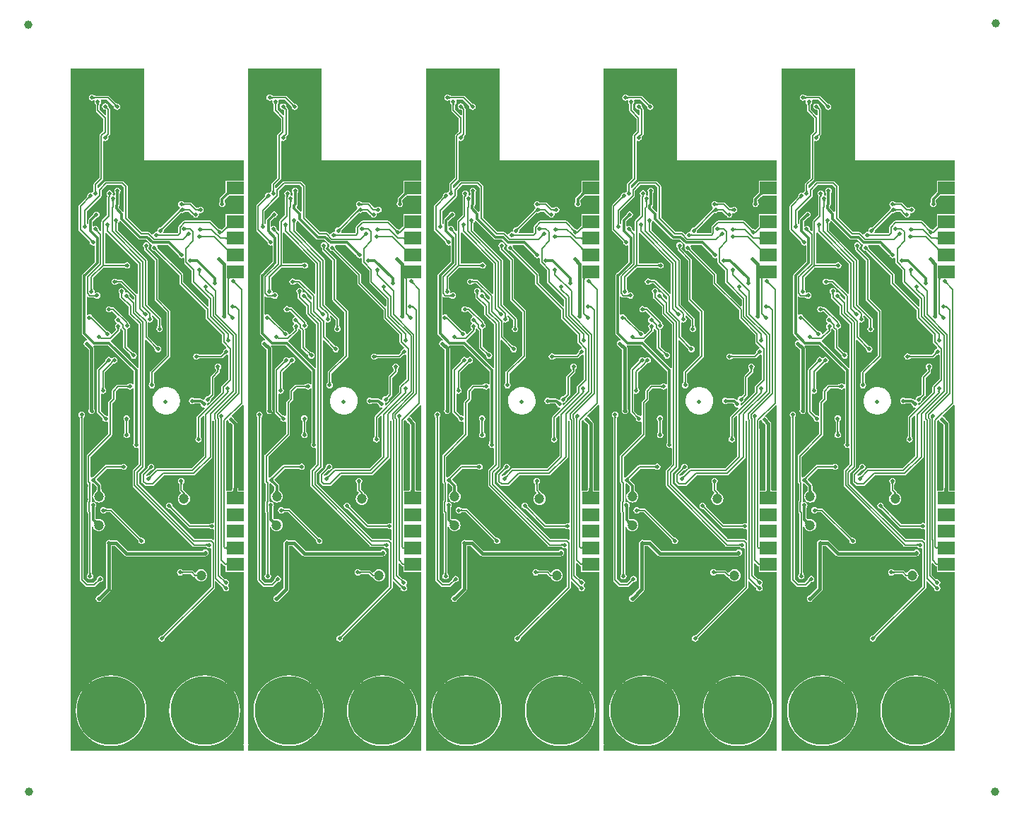
<source format=gtl>
G04*
G04 #@! TF.GenerationSoftware,Altium Limited,Altium Designer,19.1.8 (144)*
G04*
G04 Layer_Physical_Order=1*
G04 Layer_Color=255*
%FSAX25Y25*%
%MOIN*%
G70*
G01*
G75*
%ADD10C,0.04724*%
%ADD11R,0.07874X0.05906*%
%ADD12C,0.32284*%
%ADD13C,0.00787*%
%ADD14C,0.01181*%
%ADD15C,0.01575*%
%ADD16C,0.03937*%
%ADD17C,0.01968*%
%ADD18C,0.01181*%
G36*
X0386196Y0348468D02*
X0386260Y0348417D01*
X0386329Y0348373D01*
X0386402Y0348335D01*
X0386478Y0348302D01*
X0386559Y0348276D01*
X0386645Y0348255D01*
X0386734Y0348240D01*
X0386828Y0348231D01*
X0386926Y0348228D01*
Y0347441D01*
X0386828Y0347438D01*
X0386734Y0347429D01*
X0386645Y0347414D01*
X0386559Y0347394D01*
X0386478Y0347367D01*
X0386402Y0347335D01*
X0386329Y0347296D01*
X0386260Y0347252D01*
X0386196Y0347202D01*
X0386136Y0347146D01*
Y0348524D01*
X0386196Y0348468D01*
D02*
G37*
G36*
X0302338D02*
X0302402Y0348417D01*
X0302470Y0348373D01*
X0302543Y0348335D01*
X0302620Y0348302D01*
X0302701Y0348276D01*
X0302786Y0348255D01*
X0302876Y0348240D01*
X0302970Y0348231D01*
X0303068Y0348228D01*
Y0347441D01*
X0302970Y0347438D01*
X0302876Y0347429D01*
X0302786Y0347414D01*
X0302701Y0347394D01*
X0302620Y0347367D01*
X0302543Y0347335D01*
X0302470Y0347296D01*
X0302402Y0347252D01*
X0302338Y0347202D01*
X0302278Y0347146D01*
Y0348524D01*
X0302338Y0348468D01*
D02*
G37*
G36*
X0218480D02*
X0218544Y0348417D01*
X0218612Y0348373D01*
X0218685Y0348335D01*
X0218762Y0348302D01*
X0218843Y0348276D01*
X0218928Y0348255D01*
X0219018Y0348240D01*
X0219111Y0348231D01*
X0219209Y0348228D01*
Y0347441D01*
X0219111Y0347438D01*
X0219018Y0347429D01*
X0218928Y0347414D01*
X0218843Y0347394D01*
X0218762Y0347367D01*
X0218685Y0347335D01*
X0218612Y0347296D01*
X0218544Y0347252D01*
X0218480Y0347202D01*
X0218420Y0347146D01*
Y0348524D01*
X0218480Y0348468D01*
D02*
G37*
G36*
X0134621D02*
X0134686Y0348417D01*
X0134754Y0348373D01*
X0134827Y0348335D01*
X0134903Y0348302D01*
X0134985Y0348276D01*
X0135070Y0348255D01*
X0135159Y0348240D01*
X0135253Y0348231D01*
X0135351Y0348228D01*
Y0347441D01*
X0135253Y0347438D01*
X0135159Y0347429D01*
X0135070Y0347414D01*
X0134985Y0347394D01*
X0134903Y0347367D01*
X0134827Y0347335D01*
X0134754Y0347296D01*
X0134686Y0347252D01*
X0134621Y0347202D01*
X0134561Y0347146D01*
Y0348524D01*
X0134621Y0348468D01*
D02*
G37*
G36*
X0050763D02*
X0050827Y0348417D01*
X0050896Y0348373D01*
X0050968Y0348335D01*
X0051045Y0348302D01*
X0051126Y0348276D01*
X0051212Y0348255D01*
X0051301Y0348240D01*
X0051395Y0348231D01*
X0051493Y0348228D01*
Y0347441D01*
X0051395Y0347438D01*
X0051301Y0347429D01*
X0051212Y0347414D01*
X0051126Y0347394D01*
X0051045Y0347367D01*
X0050968Y0347335D01*
X0050896Y0347296D01*
X0050827Y0347252D01*
X0050763Y0347202D01*
X0050703Y0347146D01*
Y0348524D01*
X0050763Y0348468D01*
D02*
G37*
G36*
X0388822Y0345103D02*
X0388772Y0345039D01*
X0388728Y0344971D01*
X0388689Y0344898D01*
X0388657Y0344821D01*
X0388630Y0344740D01*
X0388610Y0344655D01*
X0388595Y0344565D01*
X0388586Y0344472D01*
X0388583Y0344374D01*
X0387795D01*
X0387793Y0344472D01*
X0387784Y0344565D01*
X0387769Y0344655D01*
X0387748Y0344740D01*
X0387722Y0344821D01*
X0387689Y0344898D01*
X0387651Y0344971D01*
X0387607Y0345039D01*
X0387556Y0345103D01*
X0387500Y0345163D01*
X0388878D01*
X0388822Y0345103D01*
D02*
G37*
G36*
X0304964D02*
X0304914Y0345039D01*
X0304869Y0344971D01*
X0304831Y0344898D01*
X0304798Y0344821D01*
X0304772Y0344740D01*
X0304751Y0344655D01*
X0304736Y0344565D01*
X0304728Y0344472D01*
X0304725Y0344374D01*
X0303937D01*
X0303934Y0344472D01*
X0303925Y0344565D01*
X0303911Y0344655D01*
X0303890Y0344740D01*
X0303863Y0344821D01*
X0303831Y0344898D01*
X0303793Y0344971D01*
X0303748Y0345039D01*
X0303698Y0345103D01*
X0303642Y0345163D01*
X0305020D01*
X0304964Y0345103D01*
D02*
G37*
G36*
X0221106D02*
X0221055Y0345039D01*
X0221011Y0344971D01*
X0220973Y0344898D01*
X0220940Y0344821D01*
X0220914Y0344740D01*
X0220893Y0344655D01*
X0220878Y0344565D01*
X0220869Y0344472D01*
X0220866Y0344374D01*
X0220079D01*
X0220076Y0344472D01*
X0220067Y0344565D01*
X0220052Y0344655D01*
X0220032Y0344740D01*
X0220005Y0344821D01*
X0219973Y0344898D01*
X0219934Y0344971D01*
X0219890Y0345039D01*
X0219840Y0345103D01*
X0219784Y0345163D01*
X0221162D01*
X0221106Y0345103D01*
D02*
G37*
G36*
X0137247D02*
X0137197Y0345039D01*
X0137153Y0344971D01*
X0137114Y0344898D01*
X0137082Y0344821D01*
X0137055Y0344740D01*
X0137035Y0344655D01*
X0137020Y0344565D01*
X0137011Y0344472D01*
X0137008Y0344374D01*
X0136221D01*
X0136218Y0344472D01*
X0136209Y0344565D01*
X0136194Y0344655D01*
X0136173Y0344740D01*
X0136147Y0344821D01*
X0136114Y0344898D01*
X0136076Y0344971D01*
X0136032Y0345039D01*
X0135981Y0345103D01*
X0135925Y0345163D01*
X0137303D01*
X0137247Y0345103D01*
D02*
G37*
G36*
X0053389D02*
X0053339Y0345039D01*
X0053294Y0344971D01*
X0053256Y0344898D01*
X0053224Y0344821D01*
X0053197Y0344740D01*
X0053176Y0344655D01*
X0053162Y0344565D01*
X0053153Y0344472D01*
X0053150Y0344374D01*
X0052362D01*
X0052359Y0344472D01*
X0052350Y0344565D01*
X0052336Y0344655D01*
X0052315Y0344740D01*
X0052289Y0344821D01*
X0052256Y0344898D01*
X0052218Y0344971D01*
X0052173Y0345039D01*
X0052123Y0345103D01*
X0052067Y0345163D01*
X0053445D01*
X0053389Y0345103D01*
D02*
G37*
G36*
X0396539Y0344771D02*
X0396611Y0344711D01*
X0396685Y0344658D01*
X0396760Y0344612D01*
X0396836Y0344573D01*
X0396913Y0344542D01*
X0396992Y0344518D01*
X0397072Y0344501D01*
X0397152Y0344491D01*
X0397235Y0344488D01*
X0396260Y0343514D01*
X0396257Y0343596D01*
X0396248Y0343677D01*
X0396230Y0343757D01*
X0396206Y0343835D01*
X0396175Y0343912D01*
X0396136Y0343988D01*
X0396091Y0344063D01*
X0396038Y0344137D01*
X0395978Y0344210D01*
X0395911Y0344281D01*
X0396467Y0344838D01*
X0396539Y0344771D01*
D02*
G37*
G36*
X0312680D02*
X0312753Y0344711D01*
X0312827Y0344658D01*
X0312901Y0344612D01*
X0312978Y0344573D01*
X0313055Y0344542D01*
X0313134Y0344518D01*
X0313213Y0344501D01*
X0313294Y0344491D01*
X0313376Y0344488D01*
X0312402Y0343514D01*
X0312399Y0343596D01*
X0312389Y0343677D01*
X0312372Y0343757D01*
X0312348Y0343835D01*
X0312316Y0343912D01*
X0312278Y0343988D01*
X0312232Y0344063D01*
X0312179Y0344137D01*
X0312119Y0344210D01*
X0312052Y0344281D01*
X0312609Y0344838D01*
X0312680Y0344771D01*
D02*
G37*
G36*
X0228822D02*
X0228895Y0344711D01*
X0228968Y0344658D01*
X0229043Y0344612D01*
X0229119Y0344573D01*
X0229197Y0344542D01*
X0229275Y0344518D01*
X0229355Y0344501D01*
X0229436Y0344491D01*
X0229518Y0344488D01*
X0228543Y0343514D01*
X0228541Y0343596D01*
X0228531Y0343677D01*
X0228514Y0343757D01*
X0228490Y0343835D01*
X0228458Y0343912D01*
X0228420Y0343988D01*
X0228374Y0344063D01*
X0228321Y0344137D01*
X0228261Y0344210D01*
X0228194Y0344281D01*
X0228751Y0344838D01*
X0228822Y0344771D01*
D02*
G37*
G36*
X0144964D02*
X0145036Y0344711D01*
X0145110Y0344658D01*
X0145185Y0344612D01*
X0145261Y0344573D01*
X0145338Y0344542D01*
X0145417Y0344518D01*
X0145497Y0344501D01*
X0145578Y0344491D01*
X0145660Y0344488D01*
X0144685Y0343514D01*
X0144683Y0343596D01*
X0144673Y0343677D01*
X0144656Y0343757D01*
X0144631Y0343835D01*
X0144600Y0343912D01*
X0144561Y0343988D01*
X0144516Y0344063D01*
X0144463Y0344137D01*
X0144403Y0344210D01*
X0144336Y0344281D01*
X0144892Y0344838D01*
X0144964Y0344771D01*
D02*
G37*
G36*
X0061105D02*
X0061178Y0344711D01*
X0061252Y0344658D01*
X0061327Y0344612D01*
X0061403Y0344573D01*
X0061480Y0344542D01*
X0061559Y0344518D01*
X0061638Y0344501D01*
X0061719Y0344491D01*
X0061801Y0344488D01*
X0060827Y0343514D01*
X0060824Y0343596D01*
X0060814Y0343677D01*
X0060797Y0343757D01*
X0060773Y0343835D01*
X0060742Y0343912D01*
X0060703Y0343988D01*
X0060657Y0344063D01*
X0060605Y0344137D01*
X0060545Y0344210D01*
X0060477Y0344281D01*
X0061034Y0344838D01*
X0061105Y0344771D01*
D02*
G37*
G36*
X0392720Y0343603D02*
X0392729Y0343522D01*
X0392746Y0343442D01*
X0392771Y0343364D01*
X0392802Y0343286D01*
X0392841Y0343210D01*
X0392886Y0343135D01*
X0392939Y0343062D01*
X0392999Y0342989D01*
X0393066Y0342918D01*
X0392510Y0342361D01*
X0392438Y0342428D01*
X0392366Y0342488D01*
X0392292Y0342541D01*
X0392217Y0342587D01*
X0392141Y0342625D01*
X0392064Y0342657D01*
X0391985Y0342681D01*
X0391905Y0342698D01*
X0391825Y0342708D01*
X0391742Y0342711D01*
X0392717Y0343685D01*
X0392720Y0343603D01*
D02*
G37*
G36*
X0308861D02*
X0308871Y0343522D01*
X0308888Y0343442D01*
X0308912Y0343364D01*
X0308944Y0343286D01*
X0308982Y0343210D01*
X0309028Y0343135D01*
X0309081Y0343062D01*
X0309141Y0342989D01*
X0309208Y0342918D01*
X0308651Y0342361D01*
X0308580Y0342428D01*
X0308507Y0342488D01*
X0308434Y0342541D01*
X0308359Y0342587D01*
X0308283Y0342625D01*
X0308205Y0342657D01*
X0308127Y0342681D01*
X0308047Y0342698D01*
X0307966Y0342708D01*
X0307884Y0342711D01*
X0308858Y0343685D01*
X0308861Y0343603D01*
D02*
G37*
G36*
X0225003D02*
X0225013Y0343522D01*
X0225030Y0343442D01*
X0225054Y0343364D01*
X0225085Y0343286D01*
X0225124Y0343210D01*
X0225170Y0343135D01*
X0225223Y0343062D01*
X0225283Y0342989D01*
X0225350Y0342918D01*
X0224793Y0342361D01*
X0224722Y0342428D01*
X0224649Y0342488D01*
X0224575Y0342541D01*
X0224500Y0342587D01*
X0224424Y0342625D01*
X0224347Y0342657D01*
X0224269Y0342681D01*
X0224189Y0342698D01*
X0224108Y0342708D01*
X0224026Y0342711D01*
X0225000Y0343685D01*
X0225003Y0343603D01*
D02*
G37*
G36*
X0141145D02*
X0141155Y0343522D01*
X0141172Y0343442D01*
X0141196Y0343364D01*
X0141227Y0343286D01*
X0141266Y0343210D01*
X0141311Y0343135D01*
X0141364Y0343062D01*
X0141424Y0342989D01*
X0141491Y0342918D01*
X0140935Y0342361D01*
X0140863Y0342428D01*
X0140791Y0342488D01*
X0140717Y0342541D01*
X0140642Y0342587D01*
X0140566Y0342625D01*
X0140489Y0342657D01*
X0140410Y0342681D01*
X0140331Y0342698D01*
X0140250Y0342708D01*
X0140167Y0342711D01*
X0141142Y0343685D01*
X0141145Y0343603D01*
D02*
G37*
G36*
X0057286D02*
X0057296Y0343522D01*
X0057313Y0343442D01*
X0057337Y0343364D01*
X0057369Y0343286D01*
X0057407Y0343210D01*
X0057453Y0343135D01*
X0057506Y0343062D01*
X0057566Y0342989D01*
X0057633Y0342918D01*
X0057076Y0342361D01*
X0057005Y0342428D01*
X0056932Y0342488D01*
X0056859Y0342541D01*
X0056784Y0342587D01*
X0056708Y0342625D01*
X0056630Y0342657D01*
X0056552Y0342681D01*
X0056472Y0342698D01*
X0056391Y0342708D01*
X0056309Y0342711D01*
X0057284Y0343685D01*
X0057286Y0343603D01*
D02*
G37*
G36*
X0376713Y0361530D02*
X0377201Y0361530D01*
X0377201Y0361529D01*
X0377205Y0361452D01*
X0377211Y0361455D01*
X0377286Y0361530D01*
X0409922Y0361530D01*
Y0318307D01*
X0456963D01*
Y0308571D01*
X0448555D01*
Y0304015D01*
X0448535Y0303983D01*
X0448544Y0303940D01*
X0448526Y0303900D01*
X0448555Y0303825D01*
Y0303459D01*
X0448504Y0303370D01*
X0448400Y0303219D01*
X0448063Y0302820D01*
X0447843Y0302593D01*
X0447825Y0302547D01*
X0446084Y0300806D01*
X0445843Y0300445D01*
X0445758Y0300020D01*
X0445758Y0300020D01*
Y0299185D01*
X0445739Y0299139D01*
X0445738Y0299036D01*
X0445731Y0298869D01*
X0445719Y0298749D01*
X0445714Y0298723D01*
X0445711Y0298711D01*
X0445704Y0298691D01*
X0445705Y0298683D01*
X0445472Y0298335D01*
X0445357Y0297756D01*
X0445472Y0297177D01*
X0445800Y0296686D01*
X0446291Y0296358D01*
X0446870Y0296243D01*
X0447449Y0296358D01*
X0447940Y0296686D01*
X0448269Y0297177D01*
X0448384Y0297756D01*
X0448269Y0298335D01*
X0448036Y0298683D01*
X0448036Y0298691D01*
X0448029Y0298711D01*
X0448027Y0298723D01*
X0448024Y0298740D01*
X0448003Y0299044D01*
X0448002Y0299139D01*
X0447982Y0299185D01*
Y0299559D01*
X0449350Y0300927D01*
X0449392Y0300942D01*
X0449394Y0300945D01*
X0449396Y0300946D01*
X0449853Y0301370D01*
X0450033Y0301514D01*
X0450191Y0301624D01*
X0450263Y0301665D01*
X0450620D01*
X0450686Y0301636D01*
X0450728Y0301653D01*
X0450771Y0301641D01*
X0450813Y0301665D01*
X0456963D01*
Y0292823D01*
X0448555D01*
Y0287837D01*
X0448546Y0287824D01*
X0448551Y0287783D01*
X0448530Y0287747D01*
X0448555Y0287656D01*
Y0287471D01*
X0448525Y0287418D01*
X0448466Y0287333D01*
X0448258Y0287085D01*
X0448121Y0286943D01*
X0448099Y0286888D01*
X0446708Y0285496D01*
X0446347Y0285737D01*
X0445829Y0285841D01*
X0445776Y0285864D01*
X0445718Y0285866D01*
X0445685Y0285871D01*
X0445652Y0285877D01*
X0445619Y0285888D01*
X0445584Y0285902D01*
X0445547Y0285921D01*
X0445507Y0285945D01*
X0445465Y0285975D01*
X0445421Y0286012D01*
X0445362Y0286067D01*
X0445308Y0286088D01*
X0441874Y0289522D01*
X0441578Y0289720D01*
X0441229Y0289789D01*
X0429085D01*
X0428736Y0289720D01*
X0428441Y0289522D01*
X0426300Y0287381D01*
X0426102Y0287086D01*
X0426033Y0286737D01*
Y0284211D01*
X0425705Y0283884D01*
X0419357D01*
X0419090Y0284384D01*
X0419166Y0284497D01*
X0419269Y0285015D01*
X0419293Y0285068D01*
X0419295Y0285126D01*
X0419299Y0285159D01*
X0419306Y0285192D01*
X0419316Y0285225D01*
X0419330Y0285260D01*
X0419349Y0285297D01*
X0419373Y0285336D01*
X0419403Y0285379D01*
X0419440Y0285423D01*
X0419495Y0285482D01*
X0419516Y0285535D01*
X0427303Y0293322D01*
X0427355Y0293342D01*
X0427413Y0293396D01*
X0427451Y0293426D01*
X0427481Y0293446D01*
X0427503Y0293457D01*
X0427516Y0293462D01*
X0427521Y0293464D01*
X0427559Y0293452D01*
X0427650Y0293461D01*
X0428054Y0293381D01*
X0428633Y0293496D01*
X0429072Y0293790D01*
X0429126Y0293810D01*
X0429169Y0293850D01*
X0429195Y0293870D01*
X0429223Y0293889D01*
X0429254Y0293905D01*
X0429289Y0293920D01*
X0429328Y0293933D01*
X0429373Y0293944D01*
X0429424Y0293952D01*
X0429482Y0293957D01*
X0429563Y0293960D01*
X0429615Y0293983D01*
X0431106D01*
X0432821Y0292269D01*
X0433078Y0292097D01*
X0433379Y0291647D01*
X0433870Y0291318D01*
X0434449Y0291203D01*
X0435028Y0291318D01*
X0435519Y0291647D01*
X0435847Y0292138D01*
X0435962Y0292717D01*
X0435899Y0293036D01*
X0435935Y0293100D01*
X0436318Y0293423D01*
X0436713Y0293345D01*
X0437292Y0293460D01*
X0437783Y0293788D01*
X0438111Y0294279D01*
X0438226Y0294858D01*
X0438111Y0295437D01*
X0437783Y0295928D01*
X0437292Y0296256D01*
X0436713Y0296371D01*
X0436134Y0296256D01*
X0435694Y0295962D01*
X0435640Y0295942D01*
X0435598Y0295902D01*
X0435571Y0295882D01*
X0435543Y0295864D01*
X0435512Y0295847D01*
X0435478Y0295833D01*
X0435438Y0295820D01*
X0435393Y0295809D01*
X0435342Y0295800D01*
X0435284Y0295795D01*
X0435204Y0295793D01*
X0435152Y0295769D01*
X0434732D01*
X0432396Y0298105D01*
X0432101Y0298303D01*
X0431752Y0298372D01*
X0429179D01*
X0429127Y0298395D01*
X0429047Y0298398D01*
X0428989Y0298403D01*
X0428938Y0298412D01*
X0428893Y0298423D01*
X0428854Y0298436D01*
X0428819Y0298450D01*
X0428788Y0298466D01*
X0428760Y0298485D01*
X0428734Y0298505D01*
X0428691Y0298545D01*
X0428637Y0298565D01*
X0428198Y0298859D01*
X0427619Y0298974D01*
X0427039Y0298859D01*
X0426548Y0298531D01*
X0426220Y0298040D01*
X0426105Y0297461D01*
X0426220Y0296882D01*
X0426548Y0296391D01*
X0426662Y0296315D01*
X0426979Y0295969D01*
X0426790Y0295674D01*
X0426655Y0295474D01*
X0426649Y0295441D01*
X0426617Y0295407D01*
X0426599Y0295359D01*
X0426551Y0295259D01*
X0426531Y0295224D01*
X0426457Y0295115D01*
X0426424Y0295071D01*
X0426322Y0294954D01*
X0426264Y0294894D01*
X0426242Y0294839D01*
X0418227Y0286824D01*
X0418174Y0286804D01*
X0418115Y0286748D01*
X0418070Y0286712D01*
X0418028Y0286681D01*
X0417988Y0286657D01*
X0417952Y0286638D01*
X0417917Y0286624D01*
X0417883Y0286614D01*
X0417851Y0286607D01*
X0417818Y0286603D01*
X0417759Y0286601D01*
X0417707Y0286577D01*
X0417189Y0286474D01*
X0416698Y0286146D01*
X0416369Y0285655D01*
X0416254Y0285076D01*
X0416296Y0284867D01*
X0415871Y0284442D01*
X0415650Y0284486D01*
X0415071Y0284371D01*
X0414580Y0284043D01*
X0414252Y0283552D01*
X0414229Y0283436D01*
X0413686Y0283272D01*
X0412751Y0284207D01*
X0412455Y0284405D01*
X0412107Y0284474D01*
X0409098D01*
X0402368Y0291204D01*
Y0305787D01*
X0402299Y0306136D01*
X0402101Y0306432D01*
X0400408Y0308125D01*
X0400113Y0308322D01*
X0399764Y0308392D01*
X0392087D01*
X0391738Y0308322D01*
X0391442Y0308125D01*
X0388537Y0305220D01*
X0388037Y0305427D01*
Y0306512D01*
X0390499Y0308974D01*
X0390696Y0309269D01*
X0390766Y0309618D01*
Y0327242D01*
X0391266Y0327517D01*
X0391733Y0327424D01*
X0392312Y0327539D01*
X0392803Y0327867D01*
X0393131Y0328358D01*
X0393246Y0328937D01*
X0393184Y0329250D01*
X0393200Y0329352D01*
X0393189Y0329395D01*
X0393189Y0329402D01*
X0393189Y0329407D01*
X0393190Y0329414D01*
X0393193Y0329425D01*
X0393199Y0329442D01*
X0393213Y0329467D01*
X0393234Y0329499D01*
X0393265Y0329537D01*
X0393319Y0329595D01*
X0393338Y0329648D01*
X0393794Y0330104D01*
X0393992Y0330399D01*
X0394061Y0330748D01*
Y0342278D01*
X0393992Y0342626D01*
X0393794Y0342922D01*
X0393481Y0343235D01*
X0393460Y0343289D01*
X0393405Y0343348D01*
X0393368Y0343392D01*
X0393338Y0343434D01*
X0393314Y0343474D01*
X0393295Y0343511D01*
X0393281Y0343546D01*
X0393271Y0343579D01*
X0393264Y0343612D01*
X0393260Y0343645D01*
X0393258Y0343703D01*
X0393234Y0343756D01*
X0393131Y0344274D01*
X0392803Y0344765D01*
X0392312Y0345093D01*
X0391733Y0345208D01*
X0391153Y0345093D01*
X0390662Y0344765D01*
X0390334Y0344274D01*
X0390219Y0343695D01*
X0390334Y0343116D01*
X0390662Y0342625D01*
X0391153Y0342297D01*
X0391672Y0342194D01*
X0391724Y0342170D01*
X0391782Y0342168D01*
X0391816Y0342164D01*
X0391848Y0342157D01*
X0391882Y0342146D01*
X0391916Y0342132D01*
X0391953Y0342114D01*
X0391993Y0342089D01*
X0392035Y0342059D01*
X0392080Y0342022D01*
X0392139Y0341967D01*
X0392192Y0341947D01*
X0392239Y0341900D01*
Y0339704D01*
X0391777Y0339512D01*
X0389100Y0342189D01*
Y0344305D01*
X0389124Y0344357D01*
X0389126Y0344438D01*
X0389132Y0344496D01*
X0389140Y0344547D01*
X0389151Y0344592D01*
X0389164Y0344631D01*
X0389179Y0344666D01*
X0389195Y0344697D01*
X0389213Y0344725D01*
X0389234Y0344751D01*
X0389274Y0344794D01*
X0389294Y0344848D01*
X0389587Y0345287D01*
X0389703Y0345866D01*
X0389592Y0346424D01*
X0389584Y0346512D01*
X0389844Y0346923D01*
X0392536D01*
X0395496Y0343964D01*
X0395516Y0343910D01*
X0395572Y0343851D01*
X0395609Y0343807D01*
X0395639Y0343764D01*
X0395663Y0343725D01*
X0395682Y0343688D01*
X0395696Y0343653D01*
X0395706Y0343620D01*
X0395713Y0343587D01*
X0395717Y0343554D01*
X0395719Y0343496D01*
X0395743Y0343443D01*
X0395846Y0342925D01*
X0396174Y0342434D01*
X0396665Y0342106D01*
X0397244Y0341991D01*
X0397824Y0342106D01*
X0398314Y0342434D01*
X0398642Y0342925D01*
X0398758Y0343504D01*
X0398642Y0344083D01*
X0398314Y0344574D01*
X0397824Y0344902D01*
X0397305Y0345005D01*
X0397253Y0345029D01*
X0397194Y0345031D01*
X0397161Y0345035D01*
X0397129Y0345042D01*
X0397095Y0345052D01*
X0397060Y0345066D01*
X0397024Y0345085D01*
X0396984Y0345109D01*
X0396942Y0345140D01*
X0396897Y0345177D01*
X0396838Y0345232D01*
X0396785Y0345252D01*
X0393558Y0348479D01*
X0393262Y0348676D01*
X0392914Y0348746D01*
X0386994D01*
X0386942Y0348769D01*
X0386862Y0348772D01*
X0386804Y0348777D01*
X0386753Y0348786D01*
X0386708Y0348797D01*
X0386668Y0348810D01*
X0386634Y0348824D01*
X0386603Y0348840D01*
X0386575Y0348859D01*
X0386548Y0348879D01*
X0386506Y0348919D01*
X0386452Y0348939D01*
X0386012Y0349233D01*
X0385433Y0349348D01*
X0384854Y0349233D01*
X0384363Y0348905D01*
X0384035Y0348414D01*
X0383920Y0347835D01*
X0384035Y0347256D01*
X0384363Y0346765D01*
X0384854Y0346437D01*
X0385433Y0346321D01*
X0386012Y0346437D01*
X0386365Y0346672D01*
X0386569Y0346564D01*
X0386698Y0346457D01*
X0386729Y0346424D01*
X0386774Y0346358D01*
X0386676Y0345866D01*
X0386791Y0345287D01*
X0387085Y0344848D01*
X0387105Y0344794D01*
X0387145Y0344751D01*
X0387165Y0344725D01*
X0387183Y0344697D01*
X0387200Y0344666D01*
X0387214Y0344631D01*
X0387227Y0344592D01*
X0387238Y0344547D01*
X0387247Y0344496D01*
X0387252Y0344438D01*
X0387255Y0344357D01*
X0387278Y0344305D01*
Y0341811D01*
X0387347Y0341462D01*
X0387545Y0341167D01*
X0390743Y0337969D01*
Y0332070D01*
X0389210Y0330538D01*
X0389013Y0330242D01*
X0388943Y0329894D01*
Y0309996D01*
X0386482Y0307534D01*
X0386284Y0307239D01*
X0386215Y0306890D01*
Y0304120D01*
X0386192Y0304067D01*
X0386189Y0303987D01*
X0386184Y0303929D01*
X0386175Y0303878D01*
X0386164Y0303833D01*
X0386151Y0303794D01*
X0386137Y0303759D01*
X0386121Y0303728D01*
X0386102Y0303700D01*
X0386082Y0303674D01*
X0386042Y0303631D01*
X0386022Y0303577D01*
X0385728Y0303138D01*
X0385726Y0303125D01*
X0385165Y0302869D01*
X0384746Y0302952D01*
X0384167Y0302837D01*
X0383676Y0302509D01*
X0383348Y0302018D01*
X0383245Y0301500D01*
X0383221Y0301447D01*
X0383219Y0301389D01*
X0383215Y0301356D01*
X0383208Y0301323D01*
X0383198Y0301290D01*
X0383184Y0301255D01*
X0383165Y0301218D01*
X0383141Y0301178D01*
X0383111Y0301136D01*
X0383074Y0301092D01*
X0383018Y0301033D01*
X0382998Y0300979D01*
X0379356Y0297337D01*
X0379158Y0297042D01*
X0379089Y0296693D01*
Y0285551D01*
X0379158Y0285203D01*
X0379356Y0284907D01*
X0384197Y0280066D01*
X0384217Y0280012D01*
X0384273Y0279954D01*
X0384310Y0279909D01*
X0384340Y0279867D01*
X0384364Y0279827D01*
X0384383Y0279790D01*
X0384397Y0279755D01*
X0384407Y0279722D01*
X0384414Y0279689D01*
X0384418Y0279656D01*
X0384420Y0279598D01*
X0384444Y0279545D01*
X0384547Y0279027D01*
X0384875Y0278536D01*
X0385366Y0278208D01*
X0385945Y0278093D01*
X0386408Y0278185D01*
X0386908Y0277909D01*
Y0270425D01*
X0381679Y0265195D01*
X0381633Y0265127D01*
X0381096Y0264590D01*
X0380855Y0264229D01*
X0380770Y0263804D01*
X0380770Y0263804D01*
Y0257653D01*
X0380762Y0257613D01*
X0380762Y0257613D01*
Y0236630D01*
X0380762Y0236630D01*
X0380847Y0236204D01*
X0381088Y0235844D01*
X0383222Y0233710D01*
X0382992Y0233246D01*
X0382413Y0233131D01*
X0381922Y0232802D01*
X0381594Y0232312D01*
X0381479Y0231732D01*
X0381594Y0231153D01*
X0381922Y0230662D01*
X0382413Y0230334D01*
X0382564Y0230304D01*
X0383924Y0228944D01*
Y0200727D01*
X0383878Y0200658D01*
X0383763Y0200079D01*
X0383878Y0199500D01*
X0384206Y0199009D01*
X0384697Y0198681D01*
X0385276Y0198565D01*
X0385855Y0198681D01*
X0386346Y0199009D01*
X0386674Y0199500D01*
X0386789Y0200079D01*
X0386674Y0200658D01*
X0386549Y0200845D01*
Y0229488D01*
X0386449Y0229991D01*
X0386165Y0230416D01*
X0386041Y0230540D01*
X0386287Y0231001D01*
X0386418Y0230975D01*
X0386418Y0230975D01*
X0392934D01*
X0405206Y0218702D01*
Y0212599D01*
X0404706Y0212448D01*
X0404614Y0212586D01*
X0404123Y0212914D01*
X0403544Y0213029D01*
X0402964Y0212914D01*
X0402525Y0212620D01*
X0402471Y0212600D01*
X0402428Y0212560D01*
X0402402Y0212540D01*
X0402374Y0212522D01*
X0402343Y0212505D01*
X0402309Y0212491D01*
X0402269Y0212478D01*
X0402224Y0212467D01*
X0402173Y0212458D01*
X0402115Y0212453D01*
X0402035Y0212451D01*
X0401982Y0212427D01*
X0397776D01*
X0397427Y0212358D01*
X0397131Y0212160D01*
X0395025Y0210054D01*
X0394828Y0209758D01*
X0394758Y0209409D01*
Y0205988D01*
X0393411Y0204640D01*
X0393214Y0204345D01*
X0393144Y0203996D01*
Y0197900D01*
X0392644Y0197633D01*
X0392548Y0197697D01*
X0392030Y0197801D01*
X0391977Y0197824D01*
X0391919Y0197826D01*
X0391886Y0197830D01*
X0391853Y0197837D01*
X0391820Y0197848D01*
X0391785Y0197862D01*
X0391748Y0197880D01*
X0391708Y0197905D01*
X0391666Y0197935D01*
X0391621Y0197972D01*
X0391563Y0198027D01*
X0391509Y0198047D01*
X0389593Y0199964D01*
Y0207908D01*
X0390093Y0208152D01*
X0390591Y0208053D01*
X0391170Y0208169D01*
X0391661Y0208496D01*
X0391989Y0208987D01*
X0392104Y0209567D01*
X0391989Y0210146D01*
X0391695Y0210585D01*
X0391675Y0210639D01*
X0391635Y0210682D01*
X0391615Y0210708D01*
X0391597Y0210736D01*
X0391580Y0210767D01*
X0391565Y0210802D01*
X0391553Y0210841D01*
X0391542Y0210886D01*
X0391533Y0210937D01*
X0391528Y0210995D01*
X0391525Y0211076D01*
X0391502Y0211128D01*
Y0218166D01*
X0394715Y0221379D01*
X0394769Y0221415D01*
X0395812Y0222458D01*
X0395985Y0222423D01*
X0396564Y0222539D01*
X0397055Y0222867D01*
X0397383Y0223358D01*
X0397498Y0223937D01*
X0397383Y0224516D01*
X0397055Y0225007D01*
X0396564Y0225335D01*
X0395985Y0225450D01*
X0395405Y0225335D01*
X0394914Y0225007D01*
X0394589D01*
X0394345Y0225055D01*
X0393926Y0225335D01*
X0393347Y0225450D01*
X0392768Y0225335D01*
X0392277Y0225007D01*
X0391949Y0224516D01*
X0391845Y0223998D01*
X0391822Y0223945D01*
X0391820Y0223887D01*
X0391816Y0223854D01*
X0391809Y0223821D01*
X0391798Y0223788D01*
X0391784Y0223753D01*
X0391765Y0223716D01*
X0391741Y0223677D01*
X0391711Y0223635D01*
X0391674Y0223590D01*
X0391619Y0223531D01*
X0391599Y0223478D01*
X0388037Y0219916D01*
X0387840Y0219620D01*
X0387770Y0219272D01*
Y0199587D01*
X0387840Y0199238D01*
X0388037Y0198942D01*
X0390221Y0196759D01*
X0390241Y0196705D01*
X0390296Y0196647D01*
X0390333Y0196602D01*
X0390363Y0196560D01*
X0390388Y0196520D01*
X0390406Y0196483D01*
X0390420Y0196448D01*
X0390431Y0196415D01*
X0390438Y0196382D01*
X0390442Y0196349D01*
X0390444Y0196291D01*
X0390468Y0196238D01*
X0390571Y0195720D01*
X0390899Y0195229D01*
X0391390Y0194901D01*
X0391969Y0194786D01*
X0392548Y0194901D01*
X0392644Y0194966D01*
X0393144Y0194698D01*
Y0189314D01*
X0383226Y0179396D01*
X0383029Y0179101D01*
X0382959Y0178752D01*
Y0166506D01*
X0383029Y0166157D01*
X0383226Y0165861D01*
X0383546Y0165542D01*
Y0157769D01*
X0383462Y0157685D01*
X0383265Y0157390D01*
X0383195Y0157041D01*
Y0152506D01*
X0383265Y0152158D01*
X0383462Y0151862D01*
X0383636Y0151688D01*
Y0123510D01*
X0383613Y0123458D01*
X0383610Y0123377D01*
X0383605Y0123319D01*
X0383596Y0123268D01*
X0383586Y0123223D01*
X0383573Y0123184D01*
X0383558Y0123149D01*
X0383542Y0123118D01*
X0383524Y0123090D01*
X0383503Y0123064D01*
X0383463Y0123021D01*
X0383443Y0122967D01*
X0383149Y0122528D01*
X0383034Y0121949D01*
X0383149Y0121370D01*
X0383477Y0120879D01*
X0383968Y0120551D01*
X0384547Y0120436D01*
X0385127Y0120551D01*
X0385618Y0120879D01*
X0385946Y0121370D01*
X0386061Y0121949D01*
X0385946Y0122528D01*
X0385652Y0122967D01*
X0385632Y0123021D01*
X0385592Y0123064D01*
X0385571Y0123090D01*
X0385553Y0123118D01*
X0385537Y0123149D01*
X0385522Y0123184D01*
X0385509Y0123223D01*
X0385498Y0123268D01*
X0385490Y0123319D01*
X0385485Y0123377D01*
X0385482Y0123458D01*
X0385459Y0123510D01*
Y0145105D01*
X0385959Y0145204D01*
X0386201Y0144620D01*
X0386660Y0144022D01*
X0387258Y0143563D01*
X0387954Y0143274D01*
X0388701Y0143176D01*
X0389448Y0143274D01*
X0390144Y0143563D01*
X0390742Y0144022D01*
X0391201Y0144620D01*
X0391490Y0145316D01*
X0391588Y0146063D01*
X0391490Y0146810D01*
X0391201Y0147506D01*
X0390742Y0148104D01*
X0390144Y0148563D01*
X0389448Y0148852D01*
X0388701Y0148950D01*
X0388120Y0148873D01*
X0388090Y0148886D01*
X0388039Y0148865D01*
X0387986Y0148876D01*
X0387891Y0148857D01*
X0387831Y0148854D01*
X0387767Y0148860D01*
X0387694Y0148876D01*
X0387611Y0148905D01*
X0387517Y0148949D01*
X0387413Y0149012D01*
X0387299Y0149093D01*
X0387177Y0149195D01*
X0387144Y0149226D01*
Y0152680D01*
X0387144Y0152680D01*
X0387136Y0152720D01*
Y0154114D01*
X0387156Y0154161D01*
X0387156Y0154264D01*
X0387162Y0154435D01*
X0387174Y0154558D01*
X0387178Y0154588D01*
X0387181Y0154602D01*
X0387188Y0154623D01*
X0387186Y0154639D01*
X0387383Y0154933D01*
X0387498Y0155512D01*
X0387383Y0156091D01*
X0387055Y0156582D01*
X0386564Y0156910D01*
X0385984Y0157025D01*
X0385798Y0156988D01*
X0385370Y0157389D01*
X0385368Y0157412D01*
Y0165486D01*
X0385868Y0165860D01*
X0385954Y0165843D01*
X0385959Y0165837D01*
X0385978Y0165828D01*
X0385988Y0165822D01*
X0386003Y0165811D01*
X0386232Y0165611D01*
X0386300Y0165545D01*
X0386347Y0165526D01*
X0387668Y0164205D01*
Y0163094D01*
X0387648Y0163051D01*
X0387643Y0162859D01*
X0387628Y0162701D01*
X0387606Y0162563D01*
X0387576Y0162445D01*
X0387541Y0162347D01*
X0387503Y0162268D01*
X0387463Y0162205D01*
X0387421Y0162156D01*
X0387377Y0162116D01*
X0387296Y0162062D01*
X0387266Y0162016D01*
X0387216Y0161995D01*
X0387204Y0161965D01*
X0386738Y0161608D01*
X0386280Y0161010D01*
X0385991Y0160314D01*
X0385893Y0159567D01*
X0385991Y0158820D01*
X0386280Y0158124D01*
X0386738Y0157526D01*
X0387336Y0157067D01*
X0388033Y0156778D01*
X0388780Y0156680D01*
X0389527Y0156778D01*
X0390223Y0157067D01*
X0390821Y0157526D01*
X0391280Y0158124D01*
X0391568Y0158820D01*
X0391667Y0159567D01*
X0391568Y0160314D01*
X0391280Y0161010D01*
X0390821Y0161608D01*
X0390356Y0161965D01*
X0390344Y0161995D01*
X0390293Y0162016D01*
X0390263Y0162062D01*
X0390183Y0162116D01*
X0390138Y0162156D01*
X0390096Y0162205D01*
X0390056Y0162268D01*
X0390018Y0162347D01*
X0389983Y0162445D01*
X0389954Y0162563D01*
X0389931Y0162701D01*
X0389917Y0162859D01*
X0389911Y0163051D01*
X0389892Y0163094D01*
Y0164665D01*
X0389807Y0165091D01*
X0389566Y0165452D01*
X0389566Y0165452D01*
X0387919Y0167098D01*
X0387900Y0167145D01*
X0387829Y0167218D01*
X0387715Y0167342D01*
X0387639Y0167435D01*
X0387624Y0167457D01*
X0387617Y0167467D01*
X0387608Y0167486D01*
X0387725Y0167938D01*
X0387734Y0167947D01*
X0387753Y0168000D01*
X0387780Y0168026D01*
X0387808Y0168049D01*
X0387809Y0168056D01*
X0392464Y0172711D01*
X0398931D01*
X0398983Y0172687D01*
X0399064Y0172685D01*
X0399122Y0172679D01*
X0399173Y0172671D01*
X0399218Y0172660D01*
X0399257Y0172647D01*
X0399292Y0172633D01*
X0399323Y0172616D01*
X0399351Y0172598D01*
X0399377Y0172578D01*
X0399420Y0172538D01*
X0399474Y0172518D01*
X0399913Y0172224D01*
X0400492Y0172109D01*
X0401072Y0172224D01*
X0401562Y0172552D01*
X0401891Y0173043D01*
X0402006Y0173622D01*
X0401891Y0174201D01*
X0401562Y0174692D01*
X0401072Y0175020D01*
X0400492Y0175135D01*
X0399913Y0175020D01*
X0399474Y0174727D01*
X0399420Y0174706D01*
X0399377Y0174667D01*
X0399351Y0174646D01*
X0399323Y0174628D01*
X0399292Y0174611D01*
X0399257Y0174597D01*
X0399218Y0174584D01*
X0399173Y0174573D01*
X0399122Y0174565D01*
X0399064Y0174559D01*
X0398983Y0174557D01*
X0398931Y0174533D01*
X0392087D01*
X0391738Y0174464D01*
X0391442Y0174266D01*
X0386309Y0169133D01*
X0386254Y0169111D01*
X0386197Y0169057D01*
X0386085Y0168963D01*
X0386040Y0168931D01*
X0385992Y0168901D01*
X0385946Y0168874D01*
X0385900Y0168852D01*
X0385856Y0168834D01*
X0385813Y0168819D01*
X0385753Y0168803D01*
X0385683Y0168749D01*
X0385543Y0168721D01*
X0385281Y0168546D01*
X0384782Y0168814D01*
Y0178375D01*
X0394700Y0188293D01*
X0394897Y0188588D01*
X0394967Y0188937D01*
Y0203619D01*
X0396314Y0204966D01*
X0396511Y0205262D01*
X0396581Y0205610D01*
Y0209032D01*
X0398153Y0210605D01*
X0401982D01*
X0402035Y0210581D01*
X0402115Y0210579D01*
X0402173Y0210573D01*
X0402224Y0210565D01*
X0402269Y0210554D01*
X0402309Y0210541D01*
X0402343Y0210526D01*
X0402374Y0210510D01*
X0402402Y0210492D01*
X0402428Y0210471D01*
X0402471Y0210432D01*
X0402525Y0210411D01*
X0402964Y0210118D01*
X0403544Y0210002D01*
X0404123Y0210118D01*
X0404614Y0210446D01*
X0404706Y0210584D01*
X0405206Y0210432D01*
Y0185485D01*
X0405186Y0185438D01*
X0405185Y0185336D01*
X0405178Y0185168D01*
X0405166Y0185049D01*
X0405162Y0185022D01*
X0405159Y0185010D01*
X0405152Y0184990D01*
X0405153Y0184983D01*
X0404920Y0184634D01*
X0404805Y0184055D01*
X0404920Y0183476D01*
X0405248Y0182985D01*
X0405739Y0182657D01*
X0406318Y0182542D01*
X0406849Y0182648D01*
X0406983Y0182624D01*
X0407349Y0182429D01*
Y0174878D01*
X0404868Y0172396D01*
X0404670Y0172101D01*
X0404601Y0171752D01*
Y0164862D01*
X0404670Y0164514D01*
X0404868Y0164218D01*
X0432998Y0136088D01*
X0433293Y0135890D01*
X0433642Y0135821D01*
X0439069D01*
X0439121Y0135798D01*
X0439202Y0135795D01*
X0439260Y0135790D01*
X0439311Y0135781D01*
X0439356Y0135770D01*
X0439395Y0135758D01*
X0439430Y0135743D01*
X0439461Y0135727D01*
X0439489Y0135708D01*
X0439515Y0135688D01*
X0439558Y0135648D01*
X0439612Y0135628D01*
X0440051Y0135334D01*
X0440630Y0135219D01*
X0441209Y0135334D01*
X0441707Y0135065D01*
Y0117129D01*
X0418846Y0094268D01*
X0418792Y0094248D01*
X0418733Y0094192D01*
X0418689Y0094155D01*
X0418647Y0094125D01*
X0418607Y0094101D01*
X0418570Y0094082D01*
X0418535Y0094068D01*
X0418502Y0094058D01*
X0418469Y0094051D01*
X0418436Y0094047D01*
X0418378Y0094045D01*
X0418325Y0094021D01*
X0417807Y0093918D01*
X0417316Y0093590D01*
X0416988Y0093099D01*
X0416873Y0092520D01*
X0416988Y0091941D01*
X0417316Y0091450D01*
X0417807Y0091122D01*
X0418386Y0091006D01*
X0418965Y0091122D01*
X0419456Y0091450D01*
X0419784Y0091941D01*
X0419887Y0092459D01*
X0419911Y0092511D01*
X0419913Y0092570D01*
X0419917Y0092603D01*
X0419924Y0092636D01*
X0419935Y0092669D01*
X0419949Y0092704D01*
X0419967Y0092741D01*
X0419991Y0092780D01*
X0420022Y0092822D01*
X0420059Y0092867D01*
X0420114Y0092926D01*
X0420134Y0092979D01*
X0443263Y0116108D01*
X0443460Y0116403D01*
X0443530Y0116752D01*
Y0119450D01*
X0443992Y0119641D01*
X0446939Y0116694D01*
X0446960Y0116640D01*
X0447016Y0116580D01*
X0447056Y0116533D01*
X0447090Y0116487D01*
X0447119Y0116443D01*
X0447143Y0116401D01*
X0447161Y0116360D01*
X0447176Y0116320D01*
X0447188Y0116281D01*
X0447196Y0116242D01*
X0447204Y0116182D01*
X0447257Y0116089D01*
X0447323Y0115760D01*
X0447651Y0115269D01*
X0448142Y0114941D01*
X0448721Y0114825D01*
X0449300Y0114941D01*
X0449791Y0115269D01*
X0450119Y0115760D01*
X0450234Y0116339D01*
X0450119Y0116918D01*
X0449815Y0117373D01*
X0449753Y0117524D01*
Y0117934D01*
X0449771Y0117946D01*
X0450099Y0118437D01*
X0450214Y0119016D01*
X0450099Y0119595D01*
X0449771Y0120086D01*
X0449280Y0120414D01*
X0448701Y0120529D01*
X0448606Y0120510D01*
X0448540Y0120532D01*
X0448486Y0120528D01*
X0448462Y0120529D01*
X0448439Y0120532D01*
X0448414Y0120538D01*
X0448388Y0120547D01*
X0448358Y0120561D01*
X0448324Y0120580D01*
X0448286Y0120606D01*
X0448244Y0120640D01*
X0448186Y0120695D01*
X0448162Y0120704D01*
X0448149Y0120727D01*
X0448111Y0120737D01*
X0446104Y0122744D01*
Y0127938D01*
X0446566Y0128130D01*
X0447697Y0126999D01*
X0447992Y0126802D01*
X0448222Y0126756D01*
X0448330Y0126709D01*
X0448441Y0126706D01*
X0448488Y0126703D01*
Y0124008D01*
X0456963D01*
X0456963Y0043213D01*
X0456957Y0042790D01*
X0456887Y0042721D01*
X0456885Y0042717D01*
X0456885Y0042717D01*
X0456885Y0042716D01*
X0456963Y0042217D01*
Y0039730D01*
X0378307D01*
X0378307Y0039730D01*
X0375321D01*
Y0042214D01*
X0375321Y0042217D01*
X0375398Y0042717D01*
X0375397Y0042721D01*
X0375327Y0042791D01*
X0375321Y0043214D01*
X0375321Y0359646D01*
Y0361530D01*
X0376713D01*
D02*
G37*
G36*
X0292855D02*
X0293342Y0361530D01*
X0293342Y0361529D01*
X0293347Y0361452D01*
X0293353Y0361455D01*
X0293427Y0361530D01*
X0326063Y0361530D01*
Y0318307D01*
X0373105D01*
Y0308571D01*
X0364697D01*
Y0304015D01*
X0364676Y0303983D01*
X0364686Y0303940D01*
X0364668Y0303900D01*
X0364697Y0303825D01*
Y0303459D01*
X0364646Y0303370D01*
X0364541Y0303219D01*
X0364204Y0302820D01*
X0363984Y0302593D01*
X0363966Y0302547D01*
X0362226Y0300806D01*
X0361985Y0300445D01*
X0361900Y0300020D01*
X0361900Y0300020D01*
Y0299185D01*
X0361880Y0299139D01*
X0361879Y0299036D01*
X0361873Y0298869D01*
X0361860Y0298749D01*
X0361856Y0298723D01*
X0361853Y0298711D01*
X0361846Y0298691D01*
X0361847Y0298683D01*
X0361614Y0298335D01*
X0361499Y0297756D01*
X0361614Y0297177D01*
X0361942Y0296686D01*
X0362433Y0296358D01*
X0363012Y0296243D01*
X0363591Y0296358D01*
X0364082Y0296686D01*
X0364410Y0297177D01*
X0364525Y0297756D01*
X0364410Y0298335D01*
X0364177Y0298683D01*
X0364178Y0298691D01*
X0364171Y0298711D01*
X0364168Y0298723D01*
X0364165Y0298740D01*
X0364145Y0299044D01*
X0364144Y0299139D01*
X0364124Y0299185D01*
Y0299559D01*
X0365492Y0300927D01*
X0365534Y0300942D01*
X0365535Y0300945D01*
X0365538Y0300946D01*
X0365994Y0301370D01*
X0366175Y0301514D01*
X0366333Y0301624D01*
X0366405Y0301665D01*
X0366762D01*
X0366827Y0301636D01*
X0366869Y0301653D01*
X0366913Y0301641D01*
X0366954Y0301665D01*
X0373105D01*
Y0292823D01*
X0364697D01*
Y0287837D01*
X0364687Y0287824D01*
X0364692Y0287783D01*
X0364672Y0287747D01*
X0364697Y0287656D01*
Y0287471D01*
X0364667Y0287418D01*
X0364608Y0287333D01*
X0364400Y0287085D01*
X0364263Y0286943D01*
X0364241Y0286888D01*
X0362850Y0285496D01*
X0362489Y0285737D01*
X0361970Y0285841D01*
X0361918Y0285864D01*
X0361860Y0285866D01*
X0361827Y0285871D01*
X0361794Y0285877D01*
X0361760Y0285888D01*
X0361726Y0285902D01*
X0361689Y0285921D01*
X0361649Y0285945D01*
X0361607Y0285975D01*
X0361562Y0286012D01*
X0361504Y0286067D01*
X0361450Y0286088D01*
X0358015Y0289522D01*
X0357720Y0289720D01*
X0357371Y0289789D01*
X0345227D01*
X0344878Y0289720D01*
X0344582Y0289522D01*
X0342442Y0287381D01*
X0342244Y0287086D01*
X0342175Y0286737D01*
Y0284211D01*
X0341847Y0283884D01*
X0335499D01*
X0335232Y0284384D01*
X0335307Y0284497D01*
X0335410Y0285015D01*
X0335434Y0285068D01*
X0335436Y0285126D01*
X0335440Y0285159D01*
X0335447Y0285192D01*
X0335458Y0285225D01*
X0335472Y0285260D01*
X0335490Y0285297D01*
X0335515Y0285336D01*
X0335545Y0285379D01*
X0335582Y0285423D01*
X0335637Y0285482D01*
X0335658Y0285535D01*
X0343444Y0293322D01*
X0343497Y0293342D01*
X0343555Y0293396D01*
X0343593Y0293426D01*
X0343623Y0293446D01*
X0343644Y0293457D01*
X0343658Y0293462D01*
X0343662Y0293464D01*
X0343701Y0293452D01*
X0343791Y0293461D01*
X0344195Y0293381D01*
X0344775Y0293496D01*
X0345214Y0293790D01*
X0345268Y0293810D01*
X0345310Y0293850D01*
X0345337Y0293870D01*
X0345365Y0293889D01*
X0345396Y0293905D01*
X0345430Y0293920D01*
X0345470Y0293933D01*
X0345515Y0293944D01*
X0345566Y0293952D01*
X0345624Y0293957D01*
X0345704Y0293960D01*
X0345756Y0293983D01*
X0347248D01*
X0348962Y0292269D01*
X0349220Y0292097D01*
X0349521Y0291647D01*
X0350012Y0291318D01*
X0350591Y0291203D01*
X0351170Y0291318D01*
X0351661Y0291647D01*
X0351989Y0292138D01*
X0352104Y0292717D01*
X0352041Y0293036D01*
X0352076Y0293100D01*
X0352459Y0293423D01*
X0352854Y0293345D01*
X0353434Y0293460D01*
X0353925Y0293788D01*
X0354253Y0294279D01*
X0354368Y0294858D01*
X0354253Y0295437D01*
X0353925Y0295928D01*
X0353434Y0296256D01*
X0352854Y0296371D01*
X0352275Y0296256D01*
X0351836Y0295962D01*
X0351782Y0295942D01*
X0351740Y0295902D01*
X0351713Y0295882D01*
X0351685Y0295864D01*
X0351654Y0295847D01*
X0351620Y0295833D01*
X0351580Y0295820D01*
X0351535Y0295809D01*
X0351484Y0295800D01*
X0351426Y0295795D01*
X0351346Y0295793D01*
X0351293Y0295769D01*
X0350874D01*
X0348538Y0298105D01*
X0348242Y0298303D01*
X0347894Y0298372D01*
X0345321D01*
X0345269Y0298395D01*
X0345189Y0298398D01*
X0345131Y0298403D01*
X0345080Y0298412D01*
X0345035Y0298423D01*
X0344995Y0298436D01*
X0344960Y0298450D01*
X0344930Y0298466D01*
X0344902Y0298485D01*
X0344875Y0298505D01*
X0344833Y0298545D01*
X0344779Y0298565D01*
X0344339Y0298859D01*
X0343760Y0298974D01*
X0343181Y0298859D01*
X0342690Y0298531D01*
X0342362Y0298040D01*
X0342247Y0297461D01*
X0342362Y0296882D01*
X0342690Y0296391D01*
X0342804Y0296315D01*
X0343121Y0295969D01*
X0342931Y0295674D01*
X0342797Y0295474D01*
X0342791Y0295441D01*
X0342759Y0295407D01*
X0342741Y0295359D01*
X0342693Y0295259D01*
X0342673Y0295224D01*
X0342599Y0295115D01*
X0342565Y0295071D01*
X0342463Y0294954D01*
X0342405Y0294894D01*
X0342384Y0294839D01*
X0334369Y0286824D01*
X0334315Y0286804D01*
X0334257Y0286748D01*
X0334212Y0286712D01*
X0334170Y0286681D01*
X0334130Y0286657D01*
X0334093Y0286638D01*
X0334058Y0286624D01*
X0334025Y0286614D01*
X0333992Y0286607D01*
X0333959Y0286603D01*
X0333901Y0286601D01*
X0333848Y0286577D01*
X0333330Y0286474D01*
X0332839Y0286146D01*
X0332511Y0285655D01*
X0332396Y0285076D01*
X0332437Y0284867D01*
X0332012Y0284442D01*
X0331791Y0284486D01*
X0331212Y0284371D01*
X0330721Y0284043D01*
X0330393Y0283552D01*
X0330370Y0283436D01*
X0329828Y0283272D01*
X0328893Y0284207D01*
X0328597Y0284405D01*
X0328248Y0284474D01*
X0325240D01*
X0318510Y0291204D01*
Y0305787D01*
X0318441Y0306136D01*
X0318243Y0306432D01*
X0316550Y0308125D01*
X0316254Y0308322D01*
X0315906Y0308392D01*
X0308229D01*
X0307880Y0308322D01*
X0307584Y0308125D01*
X0304679Y0305220D01*
X0304179Y0305427D01*
Y0306512D01*
X0306641Y0308974D01*
X0306838Y0309269D01*
X0306908Y0309618D01*
Y0327242D01*
X0307407Y0327517D01*
X0307874Y0327424D01*
X0308453Y0327539D01*
X0308944Y0327867D01*
X0309272Y0328358D01*
X0309388Y0328937D01*
X0309325Y0329250D01*
X0309341Y0329352D01*
X0309331Y0329395D01*
X0309330Y0329402D01*
X0309330Y0329407D01*
X0309331Y0329414D01*
X0309334Y0329425D01*
X0309341Y0329442D01*
X0309354Y0329467D01*
X0309376Y0329499D01*
X0309406Y0329537D01*
X0309460Y0329595D01*
X0309480Y0329648D01*
X0309936Y0330104D01*
X0310133Y0330399D01*
X0310203Y0330748D01*
Y0342278D01*
X0310133Y0342626D01*
X0309936Y0342922D01*
X0309622Y0343235D01*
X0309602Y0343289D01*
X0309547Y0343348D01*
X0309510Y0343392D01*
X0309480Y0343434D01*
X0309455Y0343474D01*
X0309437Y0343511D01*
X0309423Y0343546D01*
X0309412Y0343579D01*
X0309405Y0343612D01*
X0309401Y0343645D01*
X0309399Y0343703D01*
X0309376Y0343756D01*
X0309272Y0344274D01*
X0308944Y0344765D01*
X0308453Y0345093D01*
X0307874Y0345208D01*
X0307295Y0345093D01*
X0306804Y0344765D01*
X0306476Y0344274D01*
X0306361Y0343695D01*
X0306476Y0343116D01*
X0306804Y0342625D01*
X0307295Y0342297D01*
X0307813Y0342194D01*
X0307866Y0342170D01*
X0307924Y0342168D01*
X0307957Y0342164D01*
X0307990Y0342157D01*
X0308023Y0342146D01*
X0308058Y0342132D01*
X0308095Y0342114D01*
X0308135Y0342089D01*
X0308177Y0342059D01*
X0308222Y0342022D01*
X0308280Y0341967D01*
X0308334Y0341947D01*
X0308380Y0341900D01*
Y0339704D01*
X0307918Y0339512D01*
X0305242Y0342189D01*
Y0344305D01*
X0305266Y0344357D01*
X0305268Y0344438D01*
X0305274Y0344496D01*
X0305282Y0344547D01*
X0305293Y0344592D01*
X0305306Y0344631D01*
X0305320Y0344666D01*
X0305337Y0344697D01*
X0305355Y0344725D01*
X0305375Y0344751D01*
X0305415Y0344794D01*
X0305435Y0344848D01*
X0305729Y0345287D01*
X0305844Y0345866D01*
X0305733Y0346424D01*
X0305726Y0346512D01*
X0305986Y0346923D01*
X0308678D01*
X0311638Y0343964D01*
X0311658Y0343910D01*
X0311714Y0343851D01*
X0311750Y0343807D01*
X0311781Y0343764D01*
X0311805Y0343725D01*
X0311824Y0343688D01*
X0311838Y0343653D01*
X0311848Y0343620D01*
X0311855Y0343587D01*
X0311859Y0343554D01*
X0311861Y0343496D01*
X0311885Y0343443D01*
X0311988Y0342925D01*
X0312316Y0342434D01*
X0312807Y0342106D01*
X0313386Y0341991D01*
X0313965Y0342106D01*
X0314456Y0342434D01*
X0314784Y0342925D01*
X0314899Y0343504D01*
X0314784Y0344083D01*
X0314456Y0344574D01*
X0313965Y0344902D01*
X0313447Y0345005D01*
X0313394Y0345029D01*
X0313336Y0345031D01*
X0313303Y0345035D01*
X0313270Y0345042D01*
X0313237Y0345052D01*
X0313202Y0345066D01*
X0313165Y0345085D01*
X0313125Y0345109D01*
X0313083Y0345140D01*
X0313039Y0345177D01*
X0312980Y0345232D01*
X0312927Y0345252D01*
X0309700Y0348479D01*
X0309404Y0348676D01*
X0309055Y0348746D01*
X0303136D01*
X0303084Y0348769D01*
X0303003Y0348772D01*
X0302945Y0348777D01*
X0302894Y0348786D01*
X0302849Y0348797D01*
X0302810Y0348810D01*
X0302775Y0348824D01*
X0302745Y0348840D01*
X0302716Y0348859D01*
X0302690Y0348879D01*
X0302648Y0348919D01*
X0302594Y0348939D01*
X0302154Y0349233D01*
X0301575Y0349348D01*
X0300996Y0349233D01*
X0300505Y0348905D01*
X0300177Y0348414D01*
X0300062Y0347835D01*
X0300177Y0347256D01*
X0300505Y0346765D01*
X0300996Y0346437D01*
X0301575Y0346321D01*
X0302154Y0346437D01*
X0302507Y0346672D01*
X0302711Y0346564D01*
X0302840Y0346457D01*
X0302870Y0346424D01*
X0302915Y0346358D01*
X0302818Y0345866D01*
X0302933Y0345287D01*
X0303226Y0344848D01*
X0303247Y0344794D01*
X0303286Y0344751D01*
X0303307Y0344725D01*
X0303325Y0344697D01*
X0303342Y0344666D01*
X0303356Y0344631D01*
X0303369Y0344592D01*
X0303380Y0344547D01*
X0303388Y0344496D01*
X0303394Y0344438D01*
X0303396Y0344357D01*
X0303420Y0344305D01*
Y0341811D01*
X0303489Y0341462D01*
X0303687Y0341167D01*
X0306884Y0337969D01*
Y0332070D01*
X0305352Y0330538D01*
X0305154Y0330242D01*
X0305085Y0329894D01*
Y0309996D01*
X0302624Y0307534D01*
X0302426Y0307239D01*
X0302357Y0306890D01*
Y0304120D01*
X0302333Y0304067D01*
X0302331Y0303987D01*
X0302325Y0303929D01*
X0302317Y0303878D01*
X0302306Y0303833D01*
X0302293Y0303794D01*
X0302278Y0303759D01*
X0302262Y0303728D01*
X0302244Y0303700D01*
X0302223Y0303674D01*
X0302184Y0303631D01*
X0302163Y0303577D01*
X0301870Y0303138D01*
X0301867Y0303125D01*
X0301307Y0302869D01*
X0300888Y0302952D01*
X0300309Y0302837D01*
X0299818Y0302509D01*
X0299490Y0302018D01*
X0299387Y0301500D01*
X0299363Y0301447D01*
X0299361Y0301389D01*
X0299357Y0301356D01*
X0299350Y0301323D01*
X0299339Y0301290D01*
X0299325Y0301255D01*
X0299307Y0301218D01*
X0299283Y0301178D01*
X0299252Y0301136D01*
X0299215Y0301092D01*
X0299160Y0301033D01*
X0299140Y0300979D01*
X0295498Y0297337D01*
X0295300Y0297042D01*
X0295231Y0296693D01*
Y0285551D01*
X0295300Y0285203D01*
X0295498Y0284907D01*
X0300339Y0280066D01*
X0300359Y0280012D01*
X0300414Y0279954D01*
X0300451Y0279909D01*
X0300481Y0279867D01*
X0300506Y0279827D01*
X0300524Y0279790D01*
X0300538Y0279755D01*
X0300549Y0279722D01*
X0300556Y0279689D01*
X0300560Y0279656D01*
X0300562Y0279598D01*
X0300586Y0279545D01*
X0300689Y0279027D01*
X0301017Y0278536D01*
X0301508Y0278208D01*
X0302087Y0278093D01*
X0302550Y0278185D01*
X0303050Y0277909D01*
Y0270425D01*
X0297820Y0265195D01*
X0297775Y0265127D01*
X0297238Y0264590D01*
X0296996Y0264229D01*
X0296912Y0263804D01*
X0296912Y0263804D01*
Y0257653D01*
X0296904Y0257613D01*
X0296904Y0257613D01*
Y0236630D01*
X0296904Y0236630D01*
X0296989Y0236204D01*
X0297230Y0235844D01*
X0299364Y0233710D01*
X0299134Y0233246D01*
X0298555Y0233131D01*
X0298064Y0232802D01*
X0297736Y0232312D01*
X0297621Y0231732D01*
X0297736Y0231153D01*
X0298064Y0230662D01*
X0298555Y0230334D01*
X0298706Y0230304D01*
X0300065Y0228944D01*
Y0200727D01*
X0300019Y0200658D01*
X0299904Y0200079D01*
X0300019Y0199500D01*
X0300347Y0199009D01*
X0300838Y0198681D01*
X0301417Y0198565D01*
X0301997Y0198681D01*
X0302488Y0199009D01*
X0302816Y0199500D01*
X0302931Y0200079D01*
X0302816Y0200658D01*
X0302691Y0200845D01*
Y0229488D01*
X0302591Y0229991D01*
X0302306Y0230416D01*
X0302183Y0230540D01*
X0302429Y0231001D01*
X0302559Y0230975D01*
X0302559Y0230975D01*
X0309075D01*
X0321348Y0218702D01*
Y0212599D01*
X0320848Y0212448D01*
X0320755Y0212586D01*
X0320264Y0212914D01*
X0319685Y0213029D01*
X0319106Y0212914D01*
X0318667Y0212620D01*
X0318613Y0212600D01*
X0318570Y0212560D01*
X0318544Y0212540D01*
X0318516Y0212522D01*
X0318485Y0212505D01*
X0318450Y0212491D01*
X0318411Y0212478D01*
X0318366Y0212467D01*
X0318315Y0212458D01*
X0318257Y0212453D01*
X0318176Y0212451D01*
X0318124Y0212427D01*
X0313917D01*
X0313569Y0212358D01*
X0313273Y0212160D01*
X0311167Y0210054D01*
X0310969Y0209758D01*
X0310900Y0209409D01*
Y0205988D01*
X0309553Y0204640D01*
X0309355Y0204345D01*
X0309286Y0203996D01*
Y0197900D01*
X0308786Y0197633D01*
X0308690Y0197697D01*
X0308171Y0197801D01*
X0308119Y0197824D01*
X0308061Y0197826D01*
X0308027Y0197830D01*
X0307995Y0197837D01*
X0307961Y0197848D01*
X0307927Y0197862D01*
X0307890Y0197880D01*
X0307850Y0197905D01*
X0307808Y0197935D01*
X0307763Y0197972D01*
X0307704Y0198027D01*
X0307651Y0198047D01*
X0305734Y0199964D01*
Y0207908D01*
X0306234Y0208152D01*
X0306733Y0208053D01*
X0307312Y0208169D01*
X0307803Y0208496D01*
X0308131Y0208987D01*
X0308246Y0209567D01*
X0308131Y0210146D01*
X0307837Y0210585D01*
X0307817Y0210639D01*
X0307777Y0210682D01*
X0307756Y0210708D01*
X0307738Y0210736D01*
X0307722Y0210767D01*
X0307707Y0210802D01*
X0307694Y0210841D01*
X0307683Y0210886D01*
X0307675Y0210937D01*
X0307669Y0210995D01*
X0307667Y0211076D01*
X0307644Y0211128D01*
Y0218166D01*
X0310857Y0221379D01*
X0310911Y0221415D01*
X0311953Y0222458D01*
X0312126Y0222423D01*
X0312705Y0222539D01*
X0313196Y0222867D01*
X0313524Y0223358D01*
X0313639Y0223937D01*
X0313524Y0224516D01*
X0313196Y0225007D01*
X0312705Y0225335D01*
X0312126Y0225450D01*
X0311547Y0225335D01*
X0311056Y0225007D01*
X0310731D01*
X0310487Y0225055D01*
X0310068Y0225335D01*
X0309488Y0225450D01*
X0308909Y0225335D01*
X0308418Y0225007D01*
X0308090Y0224516D01*
X0307987Y0223998D01*
X0307963Y0223945D01*
X0307961Y0223887D01*
X0307957Y0223854D01*
X0307950Y0223821D01*
X0307940Y0223788D01*
X0307926Y0223753D01*
X0307907Y0223716D01*
X0307883Y0223677D01*
X0307853Y0223635D01*
X0307816Y0223590D01*
X0307761Y0223531D01*
X0307740Y0223478D01*
X0304179Y0219916D01*
X0303981Y0219620D01*
X0303912Y0219272D01*
Y0199587D01*
X0303981Y0199238D01*
X0304179Y0198942D01*
X0306362Y0196759D01*
X0306383Y0196705D01*
X0306438Y0196647D01*
X0306475Y0196602D01*
X0306505Y0196560D01*
X0306529Y0196520D01*
X0306548Y0196483D01*
X0306562Y0196448D01*
X0306572Y0196415D01*
X0306579Y0196382D01*
X0306583Y0196349D01*
X0306585Y0196291D01*
X0306609Y0196238D01*
X0306712Y0195720D01*
X0307040Y0195229D01*
X0307531Y0194901D01*
X0308110Y0194786D01*
X0308690Y0194901D01*
X0308786Y0194966D01*
X0309286Y0194698D01*
Y0189314D01*
X0299368Y0179396D01*
X0299170Y0179101D01*
X0299101Y0178752D01*
Y0166506D01*
X0299170Y0166157D01*
X0299368Y0165861D01*
X0299687Y0165542D01*
Y0157769D01*
X0299604Y0157685D01*
X0299406Y0157390D01*
X0299337Y0157041D01*
Y0152506D01*
X0299406Y0152158D01*
X0299604Y0151862D01*
X0299778Y0151688D01*
Y0123510D01*
X0299755Y0123458D01*
X0299752Y0123377D01*
X0299747Y0123319D01*
X0299738Y0123268D01*
X0299727Y0123223D01*
X0299714Y0123184D01*
X0299700Y0123149D01*
X0299683Y0123118D01*
X0299665Y0123090D01*
X0299645Y0123064D01*
X0299605Y0123021D01*
X0299585Y0122967D01*
X0299291Y0122528D01*
X0299176Y0121949D01*
X0299291Y0121370D01*
X0299619Y0120879D01*
X0300110Y0120551D01*
X0300689Y0120436D01*
X0301268Y0120551D01*
X0301759Y0120879D01*
X0302087Y0121370D01*
X0302203Y0121949D01*
X0302087Y0122528D01*
X0301794Y0122967D01*
X0301773Y0123021D01*
X0301734Y0123064D01*
X0301713Y0123090D01*
X0301695Y0123118D01*
X0301679Y0123149D01*
X0301664Y0123184D01*
X0301651Y0123223D01*
X0301640Y0123268D01*
X0301632Y0123319D01*
X0301626Y0123377D01*
X0301624Y0123458D01*
X0301600Y0123510D01*
Y0145105D01*
X0302100Y0145204D01*
X0302343Y0144620D01*
X0302801Y0144022D01*
X0303399Y0143563D01*
X0304096Y0143274D01*
X0304843Y0143176D01*
X0305590Y0143274D01*
X0306286Y0143563D01*
X0306884Y0144022D01*
X0307343Y0144620D01*
X0307631Y0145316D01*
X0307730Y0146063D01*
X0307631Y0146810D01*
X0307343Y0147506D01*
X0306884Y0148104D01*
X0306286Y0148563D01*
X0305590Y0148852D01*
X0304843Y0148950D01*
X0304262Y0148873D01*
X0304231Y0148886D01*
X0304181Y0148865D01*
X0304128Y0148876D01*
X0304032Y0148857D01*
X0303973Y0148854D01*
X0303908Y0148860D01*
X0303835Y0148876D01*
X0303752Y0148905D01*
X0303659Y0148949D01*
X0303554Y0149012D01*
X0303441Y0149093D01*
X0303319Y0149195D01*
X0303285Y0149226D01*
Y0152680D01*
X0303285Y0152680D01*
X0303277Y0152720D01*
Y0154114D01*
X0303297Y0154161D01*
X0303298Y0154264D01*
X0303304Y0154435D01*
X0303315Y0154558D01*
X0303320Y0154588D01*
X0303323Y0154602D01*
X0303329Y0154623D01*
X0303328Y0154639D01*
X0303524Y0154933D01*
X0303640Y0155512D01*
X0303524Y0156091D01*
X0303196Y0156582D01*
X0302705Y0156910D01*
X0302126Y0157025D01*
X0301939Y0156988D01*
X0301512Y0157389D01*
X0301510Y0157412D01*
Y0165486D01*
X0302010Y0165860D01*
X0302096Y0165843D01*
X0302101Y0165837D01*
X0302120Y0165828D01*
X0302130Y0165822D01*
X0302145Y0165811D01*
X0302374Y0165611D01*
X0302442Y0165545D01*
X0302488Y0165526D01*
X0303809Y0164205D01*
Y0163094D01*
X0303790Y0163051D01*
X0303784Y0162859D01*
X0303770Y0162701D01*
X0303747Y0162563D01*
X0303718Y0162445D01*
X0303683Y0162347D01*
X0303645Y0162268D01*
X0303605Y0162205D01*
X0303563Y0162156D01*
X0303519Y0162116D01*
X0303438Y0162062D01*
X0303408Y0162016D01*
X0303358Y0161995D01*
X0303345Y0161965D01*
X0302880Y0161608D01*
X0302421Y0161010D01*
X0302133Y0160314D01*
X0302035Y0159567D01*
X0302133Y0158820D01*
X0302421Y0158124D01*
X0302880Y0157526D01*
X0303478Y0157067D01*
X0304174Y0156778D01*
X0304922Y0156680D01*
X0305669Y0156778D01*
X0306365Y0157067D01*
X0306963Y0157526D01*
X0307422Y0158124D01*
X0307710Y0158820D01*
X0307808Y0159567D01*
X0307710Y0160314D01*
X0307422Y0161010D01*
X0306963Y0161608D01*
X0306498Y0161965D01*
X0306485Y0161995D01*
X0306435Y0162016D01*
X0306405Y0162062D01*
X0306324Y0162116D01*
X0306280Y0162156D01*
X0306238Y0162205D01*
X0306198Y0162268D01*
X0306160Y0162347D01*
X0306125Y0162445D01*
X0306096Y0162563D01*
X0306073Y0162701D01*
X0306058Y0162859D01*
X0306053Y0163051D01*
X0306033Y0163094D01*
Y0164665D01*
X0305949Y0165091D01*
X0305708Y0165452D01*
X0305708Y0165452D01*
X0304061Y0167098D01*
X0304042Y0167145D01*
X0303970Y0167218D01*
X0303857Y0167342D01*
X0303781Y0167435D01*
X0303765Y0167457D01*
X0303759Y0167467D01*
X0303750Y0167486D01*
X0303866Y0167938D01*
X0303875Y0167947D01*
X0303895Y0168000D01*
X0303922Y0168026D01*
X0303950Y0168049D01*
X0303951Y0168056D01*
X0308606Y0172711D01*
X0315073D01*
X0315125Y0172687D01*
X0315206Y0172685D01*
X0315264Y0172679D01*
X0315315Y0172671D01*
X0315360Y0172660D01*
X0315399Y0172647D01*
X0315434Y0172633D01*
X0315465Y0172616D01*
X0315493Y0172598D01*
X0315519Y0172578D01*
X0315562Y0172538D01*
X0315616Y0172518D01*
X0316055Y0172224D01*
X0316634Y0172109D01*
X0317213Y0172224D01*
X0317704Y0172552D01*
X0318032Y0173043D01*
X0318147Y0173622D01*
X0318032Y0174201D01*
X0317704Y0174692D01*
X0317213Y0175020D01*
X0316634Y0175135D01*
X0316055Y0175020D01*
X0315616Y0174727D01*
X0315562Y0174706D01*
X0315519Y0174667D01*
X0315493Y0174646D01*
X0315465Y0174628D01*
X0315434Y0174611D01*
X0315399Y0174597D01*
X0315360Y0174584D01*
X0315315Y0174573D01*
X0315264Y0174565D01*
X0315206Y0174559D01*
X0315125Y0174557D01*
X0315073Y0174533D01*
X0308228D01*
X0307880Y0174464D01*
X0307584Y0174266D01*
X0302450Y0169133D01*
X0302396Y0169111D01*
X0302339Y0169057D01*
X0302226Y0168963D01*
X0302182Y0168931D01*
X0302134Y0168901D01*
X0302087Y0168874D01*
X0302042Y0168852D01*
X0301998Y0168834D01*
X0301955Y0168819D01*
X0301895Y0168803D01*
X0301825Y0168749D01*
X0301685Y0168721D01*
X0301423Y0168546D01*
X0300923Y0168814D01*
Y0178375D01*
X0310841Y0188293D01*
X0311039Y0188588D01*
X0311108Y0188937D01*
Y0203619D01*
X0312456Y0204966D01*
X0312653Y0205262D01*
X0312722Y0205610D01*
Y0209032D01*
X0314295Y0210605D01*
X0318124D01*
X0318176Y0210581D01*
X0318257Y0210579D01*
X0318315Y0210573D01*
X0318366Y0210565D01*
X0318411Y0210554D01*
X0318450Y0210541D01*
X0318485Y0210526D01*
X0318516Y0210510D01*
X0318544Y0210492D01*
X0318570Y0210471D01*
X0318613Y0210432D01*
X0318667Y0210411D01*
X0319106Y0210118D01*
X0319685Y0210002D01*
X0320264Y0210118D01*
X0320755Y0210446D01*
X0320848Y0210584D01*
X0321348Y0210432D01*
Y0185485D01*
X0321328Y0185438D01*
X0321327Y0185336D01*
X0321320Y0185168D01*
X0321308Y0185049D01*
X0321303Y0185022D01*
X0321301Y0185010D01*
X0321294Y0184990D01*
X0321294Y0184983D01*
X0321061Y0184634D01*
X0320946Y0184055D01*
X0321061Y0183476D01*
X0321390Y0182985D01*
X0321881Y0182657D01*
X0322460Y0182542D01*
X0322991Y0182648D01*
X0323125Y0182624D01*
X0323491Y0182429D01*
Y0174878D01*
X0321009Y0172396D01*
X0320812Y0172101D01*
X0320743Y0171752D01*
Y0164862D01*
X0320812Y0164514D01*
X0321009Y0164218D01*
X0349139Y0136088D01*
X0349435Y0135890D01*
X0349784Y0135821D01*
X0355211D01*
X0355263Y0135798D01*
X0355343Y0135795D01*
X0355401Y0135790D01*
X0355452Y0135781D01*
X0355498Y0135770D01*
X0355537Y0135758D01*
X0355572Y0135743D01*
X0355602Y0135727D01*
X0355630Y0135708D01*
X0355657Y0135688D01*
X0355699Y0135648D01*
X0355753Y0135628D01*
X0356193Y0135334D01*
X0356772Y0135219D01*
X0357351Y0135334D01*
X0357849Y0135065D01*
Y0117129D01*
X0334987Y0094268D01*
X0334934Y0094248D01*
X0334875Y0094192D01*
X0334830Y0094155D01*
X0334788Y0094125D01*
X0334749Y0094101D01*
X0334712Y0094082D01*
X0334677Y0094068D01*
X0334644Y0094058D01*
X0334611Y0094051D01*
X0334578Y0094047D01*
X0334520Y0094045D01*
X0334467Y0094021D01*
X0333949Y0093918D01*
X0333458Y0093590D01*
X0333130Y0093099D01*
X0333014Y0092520D01*
X0333130Y0091941D01*
X0333458Y0091450D01*
X0333949Y0091122D01*
X0334528Y0091006D01*
X0335107Y0091122D01*
X0335598Y0091450D01*
X0335926Y0091941D01*
X0336029Y0092459D01*
X0336053Y0092511D01*
X0336055Y0092570D01*
X0336059Y0092603D01*
X0336066Y0092636D01*
X0336076Y0092669D01*
X0336090Y0092704D01*
X0336109Y0092741D01*
X0336133Y0092780D01*
X0336163Y0092822D01*
X0336200Y0092867D01*
X0336256Y0092926D01*
X0336276Y0092979D01*
X0359404Y0116108D01*
X0359602Y0116403D01*
X0359671Y0116752D01*
Y0119450D01*
X0360133Y0119641D01*
X0363081Y0116694D01*
X0363102Y0116640D01*
X0363158Y0116580D01*
X0363198Y0116533D01*
X0363232Y0116487D01*
X0363261Y0116443D01*
X0363284Y0116401D01*
X0363303Y0116360D01*
X0363318Y0116320D01*
X0363329Y0116281D01*
X0363337Y0116242D01*
X0363345Y0116182D01*
X0363399Y0116089D01*
X0363464Y0115760D01*
X0363792Y0115269D01*
X0364283Y0114941D01*
X0364862Y0114825D01*
X0365441Y0114941D01*
X0365932Y0115269D01*
X0366261Y0115760D01*
X0366376Y0116339D01*
X0366261Y0116918D01*
X0365956Y0117373D01*
X0365895Y0117524D01*
Y0117934D01*
X0365913Y0117946D01*
X0366241Y0118437D01*
X0366356Y0119016D01*
X0366241Y0119595D01*
X0365913Y0120086D01*
X0365422Y0120414D01*
X0364843Y0120529D01*
X0364748Y0120510D01*
X0364682Y0120532D01*
X0364628Y0120528D01*
X0364604Y0120529D01*
X0364580Y0120532D01*
X0364556Y0120538D01*
X0364530Y0120547D01*
X0364500Y0120561D01*
X0364466Y0120580D01*
X0364428Y0120606D01*
X0364386Y0120640D01*
X0364328Y0120695D01*
X0364303Y0120704D01*
X0364290Y0120727D01*
X0364252Y0120737D01*
X0362246Y0122744D01*
Y0127938D01*
X0362708Y0128130D01*
X0363839Y0126999D01*
X0364134Y0126802D01*
X0364364Y0126756D01*
X0364471Y0126709D01*
X0364583Y0126706D01*
X0364630Y0126703D01*
Y0124008D01*
X0373105D01*
X0373105Y0043213D01*
X0373099Y0042790D01*
X0373029Y0042721D01*
X0373027Y0042717D01*
X0373027Y0042717D01*
X0373027Y0042716D01*
X0373105Y0042217D01*
Y0039730D01*
X0294449D01*
X0294448Y0039730D01*
X0291462D01*
Y0042214D01*
X0291462Y0042217D01*
X0291540Y0042717D01*
X0291538Y0042721D01*
X0291468Y0042791D01*
X0291462Y0043214D01*
X0291462Y0359646D01*
Y0361530D01*
X0292855D01*
D02*
G37*
G36*
X0208996D02*
X0209484Y0361530D01*
X0209484Y0361529D01*
X0209488Y0361452D01*
X0209495Y0361455D01*
X0209569Y0361530D01*
X0242205Y0361530D01*
Y0318307D01*
X0289247D01*
Y0308571D01*
X0280839D01*
Y0304015D01*
X0280818Y0303983D01*
X0280827Y0303940D01*
X0280810Y0303900D01*
X0280839Y0303825D01*
Y0303459D01*
X0280788Y0303370D01*
X0280683Y0303219D01*
X0280346Y0302820D01*
X0280126Y0302593D01*
X0280108Y0302547D01*
X0278367Y0300806D01*
X0278127Y0300445D01*
X0278042Y0300020D01*
X0278042Y0300020D01*
Y0299185D01*
X0278022Y0299139D01*
X0278021Y0299036D01*
X0278014Y0298869D01*
X0278002Y0298749D01*
X0277997Y0298723D01*
X0277995Y0298711D01*
X0277988Y0298691D01*
X0277988Y0298683D01*
X0277756Y0298335D01*
X0277640Y0297756D01*
X0277756Y0297177D01*
X0278084Y0296686D01*
X0278575Y0296358D01*
X0279154Y0296243D01*
X0279733Y0296358D01*
X0280224Y0296686D01*
X0280552Y0297177D01*
X0280667Y0297756D01*
X0280552Y0298335D01*
X0280319Y0298683D01*
X0280320Y0298691D01*
X0280313Y0298711D01*
X0280310Y0298723D01*
X0280307Y0298740D01*
X0280286Y0299044D01*
X0280286Y0299139D01*
X0280266Y0299185D01*
Y0299559D01*
X0281633Y0300927D01*
X0281676Y0300942D01*
X0281677Y0300945D01*
X0281680Y0300946D01*
X0282136Y0301370D01*
X0282316Y0301514D01*
X0282474Y0301624D01*
X0282546Y0301665D01*
X0282903D01*
X0282969Y0301636D01*
X0283011Y0301653D01*
X0283054Y0301641D01*
X0283096Y0301665D01*
X0289247D01*
Y0292823D01*
X0280839D01*
Y0287837D01*
X0280829Y0287824D01*
X0280834Y0287783D01*
X0280814Y0287747D01*
X0280839Y0287656D01*
Y0287471D01*
X0280809Y0287418D01*
X0280750Y0287333D01*
X0280541Y0287085D01*
X0280404Y0286943D01*
X0280383Y0286888D01*
X0278991Y0285496D01*
X0278630Y0285737D01*
X0278112Y0285841D01*
X0278060Y0285864D01*
X0278001Y0285866D01*
X0277968Y0285871D01*
X0277936Y0285877D01*
X0277902Y0285888D01*
X0277867Y0285902D01*
X0277831Y0285921D01*
X0277791Y0285945D01*
X0277749Y0285975D01*
X0277704Y0286012D01*
X0277645Y0286067D01*
X0277592Y0286088D01*
X0274157Y0289522D01*
X0273862Y0289720D01*
X0273513Y0289789D01*
X0261368D01*
X0261020Y0289720D01*
X0260724Y0289522D01*
X0258583Y0287381D01*
X0258386Y0287086D01*
X0258316Y0286737D01*
Y0284211D01*
X0257989Y0283884D01*
X0251641D01*
X0251374Y0284384D01*
X0251449Y0284497D01*
X0251552Y0285015D01*
X0251576Y0285068D01*
X0251578Y0285126D01*
X0251582Y0285159D01*
X0251589Y0285192D01*
X0251599Y0285225D01*
X0251613Y0285260D01*
X0251632Y0285297D01*
X0251656Y0285336D01*
X0251687Y0285379D01*
X0251724Y0285423D01*
X0251779Y0285482D01*
X0251799Y0285535D01*
X0259586Y0293322D01*
X0259639Y0293342D01*
X0259696Y0293396D01*
X0259734Y0293426D01*
X0259765Y0293446D01*
X0259786Y0293457D01*
X0259799Y0293462D01*
X0259804Y0293464D01*
X0259842Y0293452D01*
X0259933Y0293461D01*
X0260337Y0293381D01*
X0260916Y0293496D01*
X0261356Y0293790D01*
X0261410Y0293810D01*
X0261452Y0293850D01*
X0261478Y0293870D01*
X0261507Y0293889D01*
X0261537Y0293905D01*
X0261572Y0293920D01*
X0261611Y0293933D01*
X0261656Y0293944D01*
X0261707Y0293952D01*
X0261766Y0293957D01*
X0261846Y0293960D01*
X0261898Y0293983D01*
X0263390D01*
X0265104Y0292269D01*
X0265361Y0292097D01*
X0265662Y0291647D01*
X0266153Y0291318D01*
X0266733Y0291203D01*
X0267312Y0291318D01*
X0267803Y0291647D01*
X0268131Y0292138D01*
X0268246Y0292717D01*
X0268182Y0293036D01*
X0268218Y0293100D01*
X0268601Y0293423D01*
X0268996Y0293345D01*
X0269575Y0293460D01*
X0270066Y0293788D01*
X0270394Y0294279D01*
X0270510Y0294858D01*
X0270394Y0295437D01*
X0270066Y0295928D01*
X0269575Y0296256D01*
X0268996Y0296371D01*
X0268417Y0296256D01*
X0267978Y0295962D01*
X0267924Y0295942D01*
X0267881Y0295902D01*
X0267855Y0295882D01*
X0267827Y0295864D01*
X0267796Y0295847D01*
X0267761Y0295833D01*
X0267722Y0295820D01*
X0267677Y0295809D01*
X0267626Y0295800D01*
X0267568Y0295795D01*
X0267487Y0295793D01*
X0267435Y0295769D01*
X0267016D01*
X0264680Y0298105D01*
X0264384Y0298303D01*
X0264036Y0298372D01*
X0261463D01*
X0261411Y0298395D01*
X0261330Y0298398D01*
X0261272Y0298403D01*
X0261221Y0298412D01*
X0261176Y0298423D01*
X0261137Y0298436D01*
X0261102Y0298450D01*
X0261071Y0298466D01*
X0261043Y0298485D01*
X0261017Y0298505D01*
X0260975Y0298545D01*
X0260920Y0298565D01*
X0260481Y0298859D01*
X0259902Y0298974D01*
X0259323Y0298859D01*
X0258832Y0298531D01*
X0258504Y0298040D01*
X0258389Y0297461D01*
X0258504Y0296882D01*
X0258832Y0296391D01*
X0258945Y0296315D01*
X0259263Y0295969D01*
X0259073Y0295674D01*
X0258939Y0295474D01*
X0258932Y0295441D01*
X0258901Y0295407D01*
X0258882Y0295359D01*
X0258835Y0295259D01*
X0258814Y0295224D01*
X0258741Y0295115D01*
X0258707Y0295071D01*
X0258605Y0294954D01*
X0258547Y0294894D01*
X0258525Y0294839D01*
X0250511Y0286824D01*
X0250457Y0286804D01*
X0250398Y0286748D01*
X0250354Y0286712D01*
X0250311Y0286681D01*
X0250272Y0286657D01*
X0250235Y0286638D01*
X0250200Y0286624D01*
X0250167Y0286614D01*
X0250134Y0286607D01*
X0250101Y0286603D01*
X0250043Y0286601D01*
X0249990Y0286577D01*
X0249472Y0286474D01*
X0248981Y0286146D01*
X0248653Y0285655D01*
X0248538Y0285076D01*
X0248579Y0284867D01*
X0248154Y0284442D01*
X0247933Y0284486D01*
X0247354Y0284371D01*
X0246863Y0284043D01*
X0246535Y0283552D01*
X0246512Y0283436D01*
X0245970Y0283272D01*
X0245034Y0284207D01*
X0244739Y0284405D01*
X0244390Y0284474D01*
X0241382D01*
X0234651Y0291204D01*
Y0305787D01*
X0234582Y0306136D01*
X0234385Y0306432D01*
X0232692Y0308125D01*
X0232396Y0308322D01*
X0232047Y0308392D01*
X0224370D01*
X0224022Y0308322D01*
X0223726Y0308125D01*
X0220821Y0305220D01*
X0220321Y0305427D01*
Y0306512D01*
X0222782Y0308974D01*
X0222980Y0309269D01*
X0223049Y0309618D01*
Y0327242D01*
X0223549Y0327517D01*
X0224016Y0327424D01*
X0224595Y0327539D01*
X0225086Y0327867D01*
X0225414Y0328358D01*
X0225529Y0328937D01*
X0225467Y0329250D01*
X0225483Y0329352D01*
X0225473Y0329395D01*
X0225472Y0329402D01*
X0225472Y0329407D01*
X0225473Y0329414D01*
X0225476Y0329425D01*
X0225483Y0329442D01*
X0225496Y0329467D01*
X0225517Y0329499D01*
X0225548Y0329537D01*
X0225602Y0329595D01*
X0225622Y0329648D01*
X0226078Y0330104D01*
X0226275Y0330399D01*
X0226344Y0330748D01*
Y0342278D01*
X0226275Y0342626D01*
X0226078Y0342922D01*
X0225764Y0343235D01*
X0225744Y0343289D01*
X0225689Y0343348D01*
X0225652Y0343392D01*
X0225621Y0343434D01*
X0225597Y0343474D01*
X0225578Y0343511D01*
X0225564Y0343546D01*
X0225554Y0343579D01*
X0225547Y0343612D01*
X0225543Y0343645D01*
X0225541Y0343703D01*
X0225517Y0343756D01*
X0225414Y0344274D01*
X0225086Y0344765D01*
X0224595Y0345093D01*
X0224016Y0345208D01*
X0223437Y0345093D01*
X0222946Y0344765D01*
X0222618Y0344274D01*
X0222503Y0343695D01*
X0222618Y0343116D01*
X0222946Y0342625D01*
X0223437Y0342297D01*
X0223955Y0342194D01*
X0224008Y0342170D01*
X0224066Y0342168D01*
X0224099Y0342164D01*
X0224132Y0342157D01*
X0224165Y0342146D01*
X0224200Y0342132D01*
X0224237Y0342114D01*
X0224276Y0342089D01*
X0224319Y0342059D01*
X0224363Y0342022D01*
X0224422Y0341967D01*
X0224475Y0341947D01*
X0224522Y0341900D01*
Y0339704D01*
X0224060Y0339512D01*
X0221384Y0342189D01*
Y0344305D01*
X0221407Y0344357D01*
X0221410Y0344438D01*
X0221415Y0344496D01*
X0221424Y0344547D01*
X0221434Y0344592D01*
X0221447Y0344631D01*
X0221462Y0344666D01*
X0221478Y0344697D01*
X0221497Y0344725D01*
X0221517Y0344751D01*
X0221557Y0344794D01*
X0221577Y0344848D01*
X0221871Y0345287D01*
X0221986Y0345866D01*
X0221875Y0346424D01*
X0221868Y0346512D01*
X0222128Y0346923D01*
X0224820D01*
X0227780Y0343964D01*
X0227800Y0343910D01*
X0227855Y0343851D01*
X0227892Y0343807D01*
X0227922Y0343764D01*
X0227946Y0343725D01*
X0227965Y0343688D01*
X0227979Y0343653D01*
X0227990Y0343620D01*
X0227997Y0343587D01*
X0228001Y0343554D01*
X0228003Y0343496D01*
X0228027Y0343443D01*
X0228130Y0342925D01*
X0228458Y0342434D01*
X0228949Y0342106D01*
X0229528Y0341991D01*
X0230107Y0342106D01*
X0230598Y0342434D01*
X0230926Y0342925D01*
X0231041Y0343504D01*
X0230926Y0344083D01*
X0230598Y0344574D01*
X0230107Y0344902D01*
X0229589Y0345005D01*
X0229536Y0345029D01*
X0229478Y0345031D01*
X0229445Y0345035D01*
X0229412Y0345042D01*
X0229379Y0345052D01*
X0229344Y0345066D01*
X0229307Y0345085D01*
X0229267Y0345109D01*
X0229225Y0345140D01*
X0229180Y0345177D01*
X0229122Y0345232D01*
X0229068Y0345252D01*
X0225841Y0348479D01*
X0225546Y0348676D01*
X0225197Y0348746D01*
X0219278D01*
X0219226Y0348769D01*
X0219145Y0348772D01*
X0219087Y0348777D01*
X0219036Y0348786D01*
X0218991Y0348797D01*
X0218952Y0348810D01*
X0218917Y0348824D01*
X0218886Y0348840D01*
X0218858Y0348859D01*
X0218832Y0348879D01*
X0218789Y0348919D01*
X0218735Y0348939D01*
X0218296Y0349233D01*
X0217717Y0349348D01*
X0217138Y0349233D01*
X0216647Y0348905D01*
X0216319Y0348414D01*
X0216203Y0347835D01*
X0216319Y0347256D01*
X0216647Y0346765D01*
X0217138Y0346437D01*
X0217717Y0346321D01*
X0218296Y0346437D01*
X0218649Y0346672D01*
X0218852Y0346564D01*
X0218982Y0346457D01*
X0219012Y0346424D01*
X0219057Y0346358D01*
X0218959Y0345866D01*
X0219075Y0345287D01*
X0219368Y0344848D01*
X0219388Y0344794D01*
X0219428Y0344751D01*
X0219449Y0344725D01*
X0219467Y0344697D01*
X0219483Y0344666D01*
X0219498Y0344631D01*
X0219511Y0344592D01*
X0219522Y0344547D01*
X0219530Y0344496D01*
X0219536Y0344438D01*
X0219538Y0344357D01*
X0219561Y0344305D01*
Y0341811D01*
X0219631Y0341462D01*
X0219828Y0341167D01*
X0223026Y0337969D01*
Y0332070D01*
X0221494Y0330538D01*
X0221296Y0330242D01*
X0221227Y0329894D01*
Y0309996D01*
X0218765Y0307534D01*
X0218568Y0307239D01*
X0218498Y0306890D01*
Y0304120D01*
X0218475Y0304067D01*
X0218473Y0303987D01*
X0218467Y0303929D01*
X0218459Y0303878D01*
X0218448Y0303833D01*
X0218435Y0303794D01*
X0218420Y0303759D01*
X0218404Y0303728D01*
X0218386Y0303700D01*
X0218365Y0303674D01*
X0218325Y0303631D01*
X0218305Y0303577D01*
X0218011Y0303138D01*
X0218009Y0303125D01*
X0217448Y0302869D01*
X0217030Y0302952D01*
X0216450Y0302837D01*
X0215960Y0302509D01*
X0215631Y0302018D01*
X0215528Y0301500D01*
X0215504Y0301447D01*
X0215503Y0301389D01*
X0215498Y0301356D01*
X0215491Y0301323D01*
X0215481Y0301290D01*
X0215467Y0301255D01*
X0215448Y0301218D01*
X0215424Y0301178D01*
X0215394Y0301136D01*
X0215357Y0301092D01*
X0215302Y0301033D01*
X0215281Y0300979D01*
X0211639Y0297337D01*
X0211442Y0297042D01*
X0211372Y0296693D01*
Y0285551D01*
X0211442Y0285203D01*
X0211639Y0284907D01*
X0216480Y0280066D01*
X0216501Y0280012D01*
X0216556Y0279954D01*
X0216593Y0279909D01*
X0216623Y0279867D01*
X0216647Y0279827D01*
X0216666Y0279790D01*
X0216680Y0279755D01*
X0216690Y0279722D01*
X0216697Y0279689D01*
X0216702Y0279656D01*
X0216703Y0279598D01*
X0216727Y0279545D01*
X0216830Y0279027D01*
X0217158Y0278536D01*
X0217649Y0278208D01*
X0218229Y0278093D01*
X0218691Y0278185D01*
X0219191Y0277909D01*
Y0270425D01*
X0213962Y0265195D01*
X0213916Y0265127D01*
X0213379Y0264590D01*
X0213138Y0264229D01*
X0213054Y0263804D01*
X0213054Y0263804D01*
Y0257653D01*
X0213046Y0257613D01*
X0213046Y0257613D01*
Y0236630D01*
X0213046Y0236630D01*
X0213130Y0236204D01*
X0213371Y0235844D01*
X0215505Y0233710D01*
X0215276Y0233246D01*
X0214697Y0233131D01*
X0214206Y0232802D01*
X0213878Y0232312D01*
X0213762Y0231732D01*
X0213878Y0231153D01*
X0214206Y0230662D01*
X0214697Y0230334D01*
X0214848Y0230304D01*
X0216207Y0228944D01*
Y0200727D01*
X0216161Y0200658D01*
X0216046Y0200079D01*
X0216161Y0199500D01*
X0216489Y0199009D01*
X0216980Y0198681D01*
X0217559Y0198565D01*
X0218138Y0198681D01*
X0218629Y0199009D01*
X0218957Y0199500D01*
X0219073Y0200079D01*
X0218957Y0200658D01*
X0218832Y0200845D01*
Y0229488D01*
X0218733Y0229991D01*
X0218448Y0230416D01*
X0218325Y0230540D01*
X0218571Y0231001D01*
X0218701Y0230975D01*
X0218701Y0230975D01*
X0225217D01*
X0237489Y0218702D01*
Y0212599D01*
X0236989Y0212448D01*
X0236897Y0212586D01*
X0236406Y0212914D01*
X0235827Y0213029D01*
X0235248Y0212914D01*
X0234808Y0212620D01*
X0234754Y0212600D01*
X0234712Y0212560D01*
X0234685Y0212540D01*
X0234657Y0212522D01*
X0234627Y0212505D01*
X0234592Y0212491D01*
X0234553Y0212478D01*
X0234508Y0212467D01*
X0234456Y0212458D01*
X0234399Y0212453D01*
X0234318Y0212451D01*
X0234266Y0212427D01*
X0230059D01*
X0229711Y0212358D01*
X0229415Y0212160D01*
X0227309Y0210054D01*
X0227111Y0209758D01*
X0227042Y0209409D01*
Y0205988D01*
X0225694Y0204640D01*
X0225497Y0204345D01*
X0225428Y0203996D01*
Y0197900D01*
X0224928Y0197633D01*
X0224831Y0197697D01*
X0224313Y0197801D01*
X0224260Y0197824D01*
X0224202Y0197826D01*
X0224169Y0197830D01*
X0224136Y0197837D01*
X0224103Y0197848D01*
X0224068Y0197862D01*
X0224031Y0197880D01*
X0223992Y0197905D01*
X0223950Y0197935D01*
X0223905Y0197972D01*
X0223846Y0198027D01*
X0223793Y0198047D01*
X0221876Y0199964D01*
Y0207908D01*
X0222376Y0208152D01*
X0222874Y0208053D01*
X0223453Y0208169D01*
X0223944Y0208496D01*
X0224272Y0208987D01*
X0224388Y0209567D01*
X0224272Y0210146D01*
X0223979Y0210585D01*
X0223958Y0210639D01*
X0223919Y0210682D01*
X0223898Y0210708D01*
X0223880Y0210736D01*
X0223864Y0210767D01*
X0223849Y0210802D01*
X0223836Y0210841D01*
X0223825Y0210886D01*
X0223817Y0210937D01*
X0223811Y0210995D01*
X0223809Y0211076D01*
X0223785Y0211128D01*
Y0218166D01*
X0226999Y0221379D01*
X0227052Y0221415D01*
X0228095Y0222458D01*
X0228268Y0222423D01*
X0228847Y0222539D01*
X0229338Y0222867D01*
X0229666Y0223358D01*
X0229781Y0223937D01*
X0229666Y0224516D01*
X0229338Y0225007D01*
X0228847Y0225335D01*
X0228268Y0225450D01*
X0227689Y0225335D01*
X0227198Y0225007D01*
X0226872D01*
X0226629Y0225055D01*
X0226209Y0225335D01*
X0225630Y0225450D01*
X0225051Y0225335D01*
X0224560Y0225007D01*
X0224232Y0224516D01*
X0224129Y0223998D01*
X0224105Y0223945D01*
X0224103Y0223887D01*
X0224099Y0223854D01*
X0224092Y0223821D01*
X0224082Y0223788D01*
X0224067Y0223753D01*
X0224049Y0223716D01*
X0224025Y0223677D01*
X0223994Y0223635D01*
X0223957Y0223590D01*
X0223902Y0223531D01*
X0223882Y0223478D01*
X0220320Y0219916D01*
X0220123Y0219620D01*
X0220054Y0219272D01*
Y0199587D01*
X0220123Y0199238D01*
X0220320Y0198942D01*
X0222504Y0196759D01*
X0222524Y0196705D01*
X0222580Y0196647D01*
X0222617Y0196602D01*
X0222647Y0196560D01*
X0222671Y0196520D01*
X0222690Y0196483D01*
X0222704Y0196448D01*
X0222714Y0196415D01*
X0222721Y0196382D01*
X0222725Y0196349D01*
X0222727Y0196291D01*
X0222751Y0196238D01*
X0222854Y0195720D01*
X0223182Y0195229D01*
X0223673Y0194901D01*
X0224252Y0194786D01*
X0224831Y0194901D01*
X0224928Y0194966D01*
X0225428Y0194698D01*
Y0189314D01*
X0215509Y0179396D01*
X0215312Y0179101D01*
X0215243Y0178752D01*
Y0166506D01*
X0215312Y0166157D01*
X0215509Y0165861D01*
X0215829Y0165542D01*
Y0157769D01*
X0215746Y0157685D01*
X0215548Y0157390D01*
X0215479Y0157041D01*
Y0152506D01*
X0215548Y0152158D01*
X0215746Y0151862D01*
X0215920Y0151688D01*
Y0123510D01*
X0215896Y0123458D01*
X0215894Y0123377D01*
X0215888Y0123319D01*
X0215880Y0123268D01*
X0215869Y0123223D01*
X0215856Y0123184D01*
X0215841Y0123149D01*
X0215825Y0123118D01*
X0215807Y0123090D01*
X0215786Y0123064D01*
X0215747Y0123021D01*
X0215726Y0122967D01*
X0215433Y0122528D01*
X0215318Y0121949D01*
X0215433Y0121370D01*
X0215761Y0120879D01*
X0216252Y0120551D01*
X0216831Y0120436D01*
X0217410Y0120551D01*
X0217901Y0120879D01*
X0218229Y0121370D01*
X0218344Y0121949D01*
X0218229Y0122528D01*
X0217935Y0122967D01*
X0217915Y0123021D01*
X0217875Y0123064D01*
X0217855Y0123090D01*
X0217837Y0123118D01*
X0217820Y0123149D01*
X0217806Y0123184D01*
X0217793Y0123223D01*
X0217782Y0123268D01*
X0217773Y0123319D01*
X0217768Y0123377D01*
X0217765Y0123458D01*
X0217742Y0123510D01*
Y0145105D01*
X0218242Y0145204D01*
X0218484Y0144620D01*
X0218943Y0144022D01*
X0219541Y0143563D01*
X0220237Y0143274D01*
X0220984Y0143176D01*
X0221732Y0143274D01*
X0222428Y0143563D01*
X0223026Y0144022D01*
X0223485Y0144620D01*
X0223773Y0145316D01*
X0223871Y0146063D01*
X0223773Y0146810D01*
X0223485Y0147506D01*
X0223026Y0148104D01*
X0222428Y0148563D01*
X0221732Y0148852D01*
X0220984Y0148950D01*
X0220403Y0148873D01*
X0220373Y0148886D01*
X0220323Y0148865D01*
X0220269Y0148876D01*
X0220174Y0148857D01*
X0220114Y0148854D01*
X0220050Y0148860D01*
X0219977Y0148876D01*
X0219894Y0148905D01*
X0219800Y0148949D01*
X0219696Y0149012D01*
X0219583Y0149093D01*
X0219461Y0149195D01*
X0219427Y0149226D01*
Y0152680D01*
X0219427Y0152680D01*
X0219419Y0152720D01*
Y0154114D01*
X0219439Y0154161D01*
X0219440Y0154264D01*
X0219446Y0154435D01*
X0219457Y0154558D01*
X0219461Y0154588D01*
X0219465Y0154602D01*
X0219471Y0154623D01*
X0219470Y0154639D01*
X0219666Y0154933D01*
X0219781Y0155512D01*
X0219666Y0156091D01*
X0219338Y0156582D01*
X0218847Y0156910D01*
X0218268Y0157025D01*
X0218081Y0156988D01*
X0217654Y0157389D01*
X0217652Y0157412D01*
Y0165486D01*
X0218151Y0165860D01*
X0218237Y0165843D01*
X0218243Y0165837D01*
X0218261Y0165828D01*
X0218272Y0165822D01*
X0218286Y0165811D01*
X0218515Y0165611D01*
X0218583Y0165545D01*
X0218630Y0165526D01*
X0219951Y0164205D01*
Y0163094D01*
X0219932Y0163051D01*
X0219926Y0162859D01*
X0219912Y0162701D01*
X0219889Y0162563D01*
X0219860Y0162445D01*
X0219825Y0162347D01*
X0219787Y0162268D01*
X0219746Y0162205D01*
X0219705Y0162156D01*
X0219660Y0162116D01*
X0219580Y0162062D01*
X0219550Y0162016D01*
X0219499Y0161995D01*
X0219487Y0161965D01*
X0219022Y0161608D01*
X0218563Y0161010D01*
X0218275Y0160314D01*
X0218176Y0159567D01*
X0218275Y0158820D01*
X0218563Y0158124D01*
X0219022Y0157526D01*
X0219620Y0157067D01*
X0220316Y0156778D01*
X0221063Y0156680D01*
X0221810Y0156778D01*
X0222507Y0157067D01*
X0223105Y0157526D01*
X0223563Y0158124D01*
X0223852Y0158820D01*
X0223950Y0159567D01*
X0223852Y0160314D01*
X0223563Y0161010D01*
X0223105Y0161608D01*
X0222639Y0161965D01*
X0222627Y0161995D01*
X0222577Y0162016D01*
X0222547Y0162062D01*
X0222466Y0162116D01*
X0222422Y0162156D01*
X0222380Y0162205D01*
X0222340Y0162268D01*
X0222302Y0162347D01*
X0222267Y0162445D01*
X0222237Y0162563D01*
X0222215Y0162701D01*
X0222200Y0162859D01*
X0222195Y0163051D01*
X0222175Y0163094D01*
Y0164665D01*
X0222091Y0165091D01*
X0221849Y0165452D01*
X0221849Y0165452D01*
X0220203Y0167098D01*
X0220184Y0167145D01*
X0220112Y0167218D01*
X0219998Y0167342D01*
X0219923Y0167435D01*
X0219907Y0167457D01*
X0219901Y0167467D01*
X0219891Y0167486D01*
X0220008Y0167938D01*
X0220017Y0167947D01*
X0220037Y0168000D01*
X0220063Y0168026D01*
X0220092Y0168049D01*
X0220093Y0168056D01*
X0224748Y0172711D01*
X0231215D01*
X0231267Y0172687D01*
X0231347Y0172685D01*
X0231405Y0172679D01*
X0231456Y0172671D01*
X0231502Y0172660D01*
X0231541Y0172647D01*
X0231575Y0172633D01*
X0231606Y0172616D01*
X0231634Y0172598D01*
X0231661Y0172578D01*
X0231703Y0172538D01*
X0231757Y0172518D01*
X0232197Y0172224D01*
X0232776Y0172109D01*
X0233355Y0172224D01*
X0233846Y0172552D01*
X0234174Y0173043D01*
X0234289Y0173622D01*
X0234174Y0174201D01*
X0233846Y0174692D01*
X0233355Y0175020D01*
X0232776Y0175135D01*
X0232197Y0175020D01*
X0231757Y0174727D01*
X0231703Y0174706D01*
X0231661Y0174667D01*
X0231634Y0174646D01*
X0231606Y0174628D01*
X0231575Y0174611D01*
X0231541Y0174597D01*
X0231501Y0174584D01*
X0231456Y0174573D01*
X0231405Y0174565D01*
X0231347Y0174559D01*
X0231267Y0174557D01*
X0231215Y0174533D01*
X0224370D01*
X0224022Y0174464D01*
X0223726Y0174266D01*
X0218592Y0169133D01*
X0218538Y0169111D01*
X0218481Y0169057D01*
X0218368Y0168963D01*
X0218324Y0168931D01*
X0218276Y0168901D01*
X0218229Y0168874D01*
X0218184Y0168852D01*
X0218140Y0168834D01*
X0218096Y0168819D01*
X0218037Y0168803D01*
X0217967Y0168749D01*
X0217827Y0168721D01*
X0217565Y0168546D01*
X0217065Y0168814D01*
Y0178375D01*
X0226983Y0188293D01*
X0227181Y0188588D01*
X0227250Y0188937D01*
Y0203619D01*
X0228597Y0204966D01*
X0228795Y0205262D01*
X0228864Y0205610D01*
Y0209032D01*
X0230437Y0210605D01*
X0234266D01*
X0234318Y0210581D01*
X0234399Y0210579D01*
X0234456Y0210573D01*
X0234508Y0210565D01*
X0234553Y0210554D01*
X0234592Y0210541D01*
X0234627Y0210526D01*
X0234657Y0210510D01*
X0234686Y0210492D01*
X0234712Y0210471D01*
X0234754Y0210432D01*
X0234808Y0210411D01*
X0235248Y0210118D01*
X0235827Y0210002D01*
X0236406Y0210118D01*
X0236897Y0210446D01*
X0236989Y0210584D01*
X0237489Y0210432D01*
Y0185485D01*
X0237470Y0185438D01*
X0237469Y0185336D01*
X0237462Y0185168D01*
X0237450Y0185049D01*
X0237445Y0185022D01*
X0237442Y0185010D01*
X0237435Y0184990D01*
X0237436Y0184983D01*
X0237203Y0184634D01*
X0237088Y0184055D01*
X0237203Y0183476D01*
X0237531Y0182985D01*
X0238022Y0182657D01*
X0238601Y0182542D01*
X0239132Y0182648D01*
X0239266Y0182624D01*
X0239632Y0182429D01*
Y0174878D01*
X0237151Y0172396D01*
X0236954Y0172101D01*
X0236884Y0171752D01*
Y0164862D01*
X0236954Y0164514D01*
X0237151Y0164218D01*
X0265281Y0136088D01*
X0265577Y0135890D01*
X0265925Y0135821D01*
X0271353D01*
X0271405Y0135798D01*
X0271485Y0135795D01*
X0271543Y0135790D01*
X0271594Y0135781D01*
X0271639Y0135770D01*
X0271678Y0135758D01*
X0271713Y0135743D01*
X0271744Y0135727D01*
X0271772Y0135708D01*
X0271798Y0135688D01*
X0271841Y0135648D01*
X0271895Y0135628D01*
X0272334Y0135334D01*
X0272914Y0135219D01*
X0273493Y0135334D01*
X0273991Y0135065D01*
Y0117129D01*
X0251129Y0094268D01*
X0251076Y0094248D01*
X0251017Y0094192D01*
X0250972Y0094155D01*
X0250930Y0094125D01*
X0250890Y0094101D01*
X0250853Y0094082D01*
X0250819Y0094068D01*
X0250785Y0094058D01*
X0250752Y0094051D01*
X0250719Y0094047D01*
X0250661Y0094045D01*
X0250609Y0094021D01*
X0250090Y0093918D01*
X0249599Y0093590D01*
X0249271Y0093099D01*
X0249156Y0092520D01*
X0249271Y0091941D01*
X0249599Y0091450D01*
X0250090Y0091122D01*
X0250670Y0091006D01*
X0251249Y0091122D01*
X0251740Y0091450D01*
X0252068Y0091941D01*
X0252171Y0092459D01*
X0252195Y0092511D01*
X0252197Y0092570D01*
X0252201Y0092603D01*
X0252208Y0092636D01*
X0252218Y0092669D01*
X0252232Y0092704D01*
X0252251Y0092741D01*
X0252275Y0092780D01*
X0252305Y0092822D01*
X0252342Y0092867D01*
X0252397Y0092926D01*
X0252418Y0092979D01*
X0275546Y0116108D01*
X0275744Y0116403D01*
X0275813Y0116752D01*
Y0119450D01*
X0276275Y0119641D01*
X0279223Y0116694D01*
X0279243Y0116640D01*
X0279300Y0116580D01*
X0279340Y0116533D01*
X0279374Y0116487D01*
X0279402Y0116443D01*
X0279426Y0116401D01*
X0279445Y0116360D01*
X0279460Y0116320D01*
X0279471Y0116281D01*
X0279479Y0116242D01*
X0279487Y0116182D01*
X0279540Y0116089D01*
X0279606Y0115760D01*
X0279934Y0115269D01*
X0280425Y0114941D01*
X0281004Y0114825D01*
X0281583Y0114941D01*
X0282074Y0115269D01*
X0282402Y0115760D01*
X0282517Y0116339D01*
X0282402Y0116918D01*
X0282098Y0117373D01*
X0282037Y0117524D01*
Y0117934D01*
X0282054Y0117946D01*
X0282383Y0118437D01*
X0282498Y0119016D01*
X0282383Y0119595D01*
X0282054Y0120086D01*
X0281564Y0120414D01*
X0280984Y0120529D01*
X0280890Y0120510D01*
X0280823Y0120532D01*
X0280770Y0120528D01*
X0280746Y0120529D01*
X0280722Y0120532D01*
X0280698Y0120538D01*
X0280671Y0120547D01*
X0280642Y0120561D01*
X0280608Y0120580D01*
X0280570Y0120606D01*
X0280528Y0120640D01*
X0280470Y0120695D01*
X0280445Y0120704D01*
X0280432Y0120727D01*
X0280394Y0120737D01*
X0278388Y0122744D01*
Y0127938D01*
X0278850Y0128130D01*
X0279980Y0126999D01*
X0280276Y0126802D01*
X0280505Y0126756D01*
X0280613Y0126709D01*
X0280725Y0126706D01*
X0280771Y0126703D01*
Y0124008D01*
X0289246D01*
X0289246Y0043213D01*
X0289241Y0042790D01*
X0289171Y0042721D01*
X0289169Y0042717D01*
X0289169Y0042717D01*
X0289169Y0042716D01*
X0289246Y0042217D01*
Y0039730D01*
X0210591D01*
X0210590Y0039730D01*
X0207604D01*
Y0042214D01*
X0207604Y0042217D01*
X0207682Y0042717D01*
X0207680Y0042721D01*
X0207610Y0042791D01*
X0207604Y0043214D01*
X0207604Y0359646D01*
Y0361530D01*
X0208996D01*
D02*
G37*
G36*
X0125138D02*
X0125626Y0361530D01*
X0125626Y0361529D01*
X0125630Y0361452D01*
X0125637Y0361455D01*
X0125711Y0361530D01*
X0158347Y0361530D01*
Y0318307D01*
X0205388D01*
Y0308571D01*
X0196981D01*
Y0304015D01*
X0196960Y0303983D01*
X0196969Y0303940D01*
X0196951Y0303900D01*
X0196981Y0303825D01*
Y0303459D01*
X0196929Y0303370D01*
X0196825Y0303219D01*
X0196488Y0302820D01*
X0196268Y0302593D01*
X0196250Y0302547D01*
X0194509Y0300806D01*
X0194268Y0300445D01*
X0194184Y0300020D01*
X0194184Y0300020D01*
Y0299185D01*
X0194164Y0299139D01*
X0194163Y0299036D01*
X0194156Y0298869D01*
X0194144Y0298749D01*
X0194139Y0298723D01*
X0194136Y0298711D01*
X0194130Y0298691D01*
X0194130Y0298683D01*
X0193897Y0298335D01*
X0193782Y0297756D01*
X0193897Y0297177D01*
X0194225Y0296686D01*
X0194716Y0296358D01*
X0195295Y0296243D01*
X0195875Y0296358D01*
X0196365Y0296686D01*
X0196694Y0297177D01*
X0196809Y0297756D01*
X0196694Y0298335D01*
X0196461Y0298683D01*
X0196461Y0298691D01*
X0196455Y0298711D01*
X0196452Y0298723D01*
X0196449Y0298740D01*
X0196428Y0299044D01*
X0196427Y0299139D01*
X0196407Y0299185D01*
Y0299559D01*
X0197775Y0300927D01*
X0197817Y0300942D01*
X0197819Y0300945D01*
X0197821Y0300946D01*
X0198278Y0301370D01*
X0198458Y0301514D01*
X0198616Y0301624D01*
X0198688Y0301665D01*
X0199045D01*
X0199111Y0301636D01*
X0199153Y0301653D01*
X0199196Y0301641D01*
X0199238Y0301665D01*
X0205388D01*
Y0292823D01*
X0196981D01*
Y0287837D01*
X0196971Y0287824D01*
X0196976Y0287783D01*
X0196955Y0287747D01*
X0196981Y0287656D01*
Y0287471D01*
X0196950Y0287418D01*
X0196891Y0287333D01*
X0196683Y0287085D01*
X0196546Y0286943D01*
X0196525Y0286888D01*
X0195133Y0285496D01*
X0194772Y0285737D01*
X0194254Y0285841D01*
X0194201Y0285864D01*
X0194143Y0285866D01*
X0194110Y0285871D01*
X0194077Y0285877D01*
X0194044Y0285888D01*
X0194009Y0285902D01*
X0193972Y0285921D01*
X0193933Y0285945D01*
X0193891Y0285975D01*
X0193846Y0286012D01*
X0193787Y0286067D01*
X0193734Y0286088D01*
X0190299Y0289522D01*
X0190003Y0289720D01*
X0189655Y0289789D01*
X0177510D01*
X0177161Y0289720D01*
X0176866Y0289522D01*
X0174725Y0287381D01*
X0174527Y0287086D01*
X0174458Y0286737D01*
Y0284211D01*
X0174131Y0283884D01*
X0167782D01*
X0167515Y0284384D01*
X0167591Y0284497D01*
X0167694Y0285015D01*
X0167718Y0285068D01*
X0167720Y0285126D01*
X0167724Y0285159D01*
X0167731Y0285192D01*
X0167741Y0285225D01*
X0167755Y0285260D01*
X0167774Y0285297D01*
X0167798Y0285336D01*
X0167828Y0285379D01*
X0167865Y0285423D01*
X0167921Y0285482D01*
X0167941Y0285535D01*
X0175728Y0293322D01*
X0175780Y0293342D01*
X0175838Y0293396D01*
X0175876Y0293426D01*
X0175906Y0293446D01*
X0175928Y0293457D01*
X0175941Y0293462D01*
X0175946Y0293464D01*
X0175984Y0293452D01*
X0176075Y0293461D01*
X0176479Y0293381D01*
X0177058Y0293496D01*
X0177497Y0293790D01*
X0177551Y0293810D01*
X0177594Y0293850D01*
X0177620Y0293870D01*
X0177648Y0293889D01*
X0177679Y0293905D01*
X0177714Y0293920D01*
X0177753Y0293933D01*
X0177798Y0293944D01*
X0177849Y0293952D01*
X0177907Y0293957D01*
X0177988Y0293960D01*
X0178040Y0293983D01*
X0179532D01*
X0181246Y0292269D01*
X0181503Y0292097D01*
X0181804Y0291647D01*
X0182295Y0291318D01*
X0182874Y0291203D01*
X0183453Y0291318D01*
X0183944Y0291647D01*
X0184272Y0292138D01*
X0184388Y0292717D01*
X0184324Y0293036D01*
X0184360Y0293100D01*
X0184743Y0293423D01*
X0185138Y0293345D01*
X0185717Y0293460D01*
X0186208Y0293788D01*
X0186536Y0294279D01*
X0186651Y0294858D01*
X0186536Y0295437D01*
X0186208Y0295928D01*
X0185717Y0296256D01*
X0185138Y0296371D01*
X0184559Y0296256D01*
X0184119Y0295962D01*
X0184065Y0295942D01*
X0184023Y0295902D01*
X0183996Y0295882D01*
X0183968Y0295864D01*
X0183938Y0295847D01*
X0183903Y0295833D01*
X0183864Y0295820D01*
X0183819Y0295809D01*
X0183767Y0295800D01*
X0183710Y0295795D01*
X0183629Y0295793D01*
X0183577Y0295769D01*
X0183158D01*
X0180822Y0298105D01*
X0180526Y0298303D01*
X0180177Y0298372D01*
X0177605D01*
X0177552Y0298395D01*
X0177472Y0298398D01*
X0177414Y0298403D01*
X0177363Y0298412D01*
X0177318Y0298423D01*
X0177279Y0298436D01*
X0177244Y0298450D01*
X0177213Y0298466D01*
X0177185Y0298485D01*
X0177159Y0298505D01*
X0177116Y0298545D01*
X0177062Y0298565D01*
X0176623Y0298859D01*
X0176044Y0298974D01*
X0175464Y0298859D01*
X0174973Y0298531D01*
X0174645Y0298040D01*
X0174530Y0297461D01*
X0174645Y0296882D01*
X0174973Y0296391D01*
X0175087Y0296315D01*
X0175404Y0295969D01*
X0175215Y0295674D01*
X0175081Y0295474D01*
X0175074Y0295441D01*
X0175042Y0295407D01*
X0175024Y0295359D01*
X0174976Y0295259D01*
X0174956Y0295224D01*
X0174882Y0295115D01*
X0174849Y0295071D01*
X0174747Y0294954D01*
X0174689Y0294894D01*
X0174667Y0294839D01*
X0166652Y0286824D01*
X0166599Y0286804D01*
X0166540Y0286748D01*
X0166495Y0286712D01*
X0166453Y0286681D01*
X0166414Y0286657D01*
X0166377Y0286638D01*
X0166342Y0286624D01*
X0166308Y0286614D01*
X0166276Y0286607D01*
X0166243Y0286603D01*
X0166184Y0286601D01*
X0166132Y0286577D01*
X0165614Y0286474D01*
X0165123Y0286146D01*
X0164795Y0285655D01*
X0164679Y0285076D01*
X0164721Y0284867D01*
X0164296Y0284442D01*
X0164075Y0284486D01*
X0163496Y0284371D01*
X0163005Y0284043D01*
X0162677Y0283552D01*
X0162654Y0283436D01*
X0162111Y0283272D01*
X0161176Y0284207D01*
X0160880Y0284405D01*
X0160532Y0284474D01*
X0157523D01*
X0150793Y0291204D01*
Y0305787D01*
X0150724Y0306136D01*
X0150526Y0306432D01*
X0148833Y0308125D01*
X0148538Y0308322D01*
X0148189Y0308392D01*
X0140512D01*
X0140163Y0308322D01*
X0139868Y0308125D01*
X0136962Y0305220D01*
X0136462Y0305427D01*
Y0306512D01*
X0138924Y0308974D01*
X0139121Y0309269D01*
X0139191Y0309618D01*
Y0327242D01*
X0139691Y0327517D01*
X0140158Y0327424D01*
X0140737Y0327539D01*
X0141228Y0327867D01*
X0141556Y0328358D01*
X0141671Y0328937D01*
X0141609Y0329250D01*
X0141625Y0329352D01*
X0141614Y0329395D01*
X0141614Y0329402D01*
X0141614Y0329407D01*
X0141615Y0329414D01*
X0141618Y0329425D01*
X0141625Y0329442D01*
X0141638Y0329467D01*
X0141659Y0329499D01*
X0141690Y0329537D01*
X0141744Y0329595D01*
X0141763Y0329648D01*
X0142219Y0330104D01*
X0142417Y0330399D01*
X0142486Y0330748D01*
Y0342278D01*
X0142417Y0342626D01*
X0142219Y0342922D01*
X0141906Y0343235D01*
X0141885Y0343289D01*
X0141830Y0343348D01*
X0141793Y0343392D01*
X0141763Y0343434D01*
X0141739Y0343474D01*
X0141720Y0343511D01*
X0141706Y0343546D01*
X0141696Y0343579D01*
X0141689Y0343612D01*
X0141685Y0343645D01*
X0141683Y0343703D01*
X0141659Y0343756D01*
X0141556Y0344274D01*
X0141228Y0344765D01*
X0140737Y0345093D01*
X0140158Y0345208D01*
X0139578Y0345093D01*
X0139087Y0344765D01*
X0138760Y0344274D01*
X0138644Y0343695D01*
X0138760Y0343116D01*
X0139087Y0342625D01*
X0139578Y0342297D01*
X0140097Y0342194D01*
X0140149Y0342170D01*
X0140208Y0342168D01*
X0140241Y0342164D01*
X0140273Y0342157D01*
X0140307Y0342146D01*
X0140342Y0342132D01*
X0140378Y0342114D01*
X0140418Y0342089D01*
X0140460Y0342059D01*
X0140505Y0342022D01*
X0140564Y0341967D01*
X0140617Y0341947D01*
X0140664Y0341900D01*
Y0339704D01*
X0140202Y0339512D01*
X0137525Y0342189D01*
Y0344305D01*
X0137549Y0344357D01*
X0137551Y0344438D01*
X0137557Y0344496D01*
X0137565Y0344547D01*
X0137576Y0344592D01*
X0137589Y0344631D01*
X0137604Y0344666D01*
X0137620Y0344697D01*
X0137638Y0344725D01*
X0137659Y0344751D01*
X0137699Y0344794D01*
X0137719Y0344848D01*
X0138012Y0345287D01*
X0138128Y0345866D01*
X0138017Y0346424D01*
X0138010Y0346512D01*
X0138270Y0346923D01*
X0140961D01*
X0143921Y0343964D01*
X0143942Y0343910D01*
X0143997Y0343851D01*
X0144034Y0343807D01*
X0144064Y0343764D01*
X0144088Y0343725D01*
X0144107Y0343688D01*
X0144121Y0343653D01*
X0144131Y0343620D01*
X0144138Y0343587D01*
X0144142Y0343554D01*
X0144144Y0343496D01*
X0144168Y0343443D01*
X0144271Y0342925D01*
X0144599Y0342434D01*
X0145090Y0342106D01*
X0145669Y0341991D01*
X0146249Y0342106D01*
X0146739Y0342434D01*
X0147068Y0342925D01*
X0147183Y0343504D01*
X0147068Y0344083D01*
X0146739Y0344574D01*
X0146249Y0344902D01*
X0145730Y0345005D01*
X0145678Y0345029D01*
X0145619Y0345031D01*
X0145586Y0345035D01*
X0145554Y0345042D01*
X0145520Y0345052D01*
X0145485Y0345066D01*
X0145449Y0345085D01*
X0145409Y0345109D01*
X0145367Y0345140D01*
X0145322Y0345177D01*
X0145263Y0345232D01*
X0145210Y0345252D01*
X0141983Y0348479D01*
X0141687Y0348676D01*
X0141339Y0348746D01*
X0135419D01*
X0135367Y0348769D01*
X0135287Y0348772D01*
X0135229Y0348777D01*
X0135178Y0348786D01*
X0135133Y0348797D01*
X0135093Y0348810D01*
X0135059Y0348824D01*
X0135028Y0348840D01*
X0135000Y0348859D01*
X0134974Y0348879D01*
X0134931Y0348919D01*
X0134877Y0348939D01*
X0134438Y0349233D01*
X0133858Y0349348D01*
X0133279Y0349233D01*
X0132788Y0348905D01*
X0132460Y0348414D01*
X0132345Y0347835D01*
X0132460Y0347256D01*
X0132788Y0346765D01*
X0133279Y0346437D01*
X0133858Y0346321D01*
X0134438Y0346437D01*
X0134790Y0346672D01*
X0134994Y0346564D01*
X0135123Y0346457D01*
X0135154Y0346424D01*
X0135199Y0346358D01*
X0135101Y0345866D01*
X0135216Y0345287D01*
X0135510Y0344848D01*
X0135530Y0344794D01*
X0135570Y0344751D01*
X0135590Y0344725D01*
X0135609Y0344697D01*
X0135625Y0344666D01*
X0135640Y0344631D01*
X0135652Y0344592D01*
X0135663Y0344547D01*
X0135672Y0344496D01*
X0135677Y0344438D01*
X0135680Y0344357D01*
X0135703Y0344305D01*
Y0341811D01*
X0135773Y0341462D01*
X0135970Y0341167D01*
X0139168Y0337969D01*
Y0332070D01*
X0137635Y0330538D01*
X0137438Y0330242D01*
X0137369Y0329894D01*
Y0309996D01*
X0134907Y0307534D01*
X0134709Y0307239D01*
X0134640Y0306890D01*
Y0304120D01*
X0134617Y0304067D01*
X0134614Y0303987D01*
X0134609Y0303929D01*
X0134600Y0303878D01*
X0134589Y0303833D01*
X0134576Y0303794D01*
X0134562Y0303759D01*
X0134546Y0303728D01*
X0134527Y0303700D01*
X0134507Y0303674D01*
X0134467Y0303631D01*
X0134447Y0303577D01*
X0134153Y0303138D01*
X0134151Y0303125D01*
X0133590Y0302869D01*
X0133171Y0302952D01*
X0132592Y0302837D01*
X0132101Y0302509D01*
X0131773Y0302018D01*
X0131670Y0301500D01*
X0131646Y0301447D01*
X0131644Y0301389D01*
X0131640Y0301356D01*
X0131633Y0301323D01*
X0131623Y0301290D01*
X0131609Y0301255D01*
X0131590Y0301218D01*
X0131566Y0301178D01*
X0131536Y0301136D01*
X0131499Y0301092D01*
X0131443Y0301033D01*
X0131423Y0300979D01*
X0127781Y0297337D01*
X0127584Y0297042D01*
X0127514Y0296693D01*
Y0285551D01*
X0127584Y0285203D01*
X0127781Y0284907D01*
X0132622Y0280066D01*
X0132642Y0280012D01*
X0132698Y0279954D01*
X0132735Y0279909D01*
X0132765Y0279867D01*
X0132789Y0279827D01*
X0132808Y0279790D01*
X0132822Y0279755D01*
X0132832Y0279722D01*
X0132839Y0279689D01*
X0132843Y0279656D01*
X0132845Y0279598D01*
X0132869Y0279545D01*
X0132972Y0279027D01*
X0133300Y0278536D01*
X0133791Y0278208D01*
X0134370Y0278093D01*
X0134833Y0278185D01*
X0135333Y0277909D01*
Y0270425D01*
X0130104Y0265195D01*
X0130058Y0265127D01*
X0129521Y0264590D01*
X0129280Y0264229D01*
X0129195Y0263804D01*
X0129195Y0263804D01*
Y0257653D01*
X0129187Y0257613D01*
X0129187Y0257613D01*
Y0236630D01*
X0129187Y0236630D01*
X0129272Y0236204D01*
X0129513Y0235844D01*
X0131647Y0233710D01*
X0131418Y0233246D01*
X0130838Y0233131D01*
X0130347Y0232802D01*
X0130019Y0232312D01*
X0129904Y0231732D01*
X0130019Y0231153D01*
X0130347Y0230662D01*
X0130838Y0230334D01*
X0130989Y0230304D01*
X0132349Y0228944D01*
Y0200727D01*
X0132303Y0200658D01*
X0132188Y0200079D01*
X0132303Y0199500D01*
X0132631Y0199009D01*
X0133122Y0198681D01*
X0133701Y0198565D01*
X0134280Y0198681D01*
X0134771Y0199009D01*
X0135099Y0199500D01*
X0135214Y0200079D01*
X0135099Y0200658D01*
X0134974Y0200845D01*
Y0229488D01*
X0134874Y0229991D01*
X0134590Y0230416D01*
X0134466Y0230540D01*
X0134713Y0231001D01*
X0134843Y0230975D01*
X0134843Y0230975D01*
X0141359D01*
X0153631Y0218702D01*
Y0212599D01*
X0153131Y0212448D01*
X0153039Y0212586D01*
X0152548Y0212914D01*
X0151969Y0213029D01*
X0151390Y0212914D01*
X0150950Y0212620D01*
X0150896Y0212600D01*
X0150854Y0212560D01*
X0150827Y0212540D01*
X0150799Y0212522D01*
X0150768Y0212505D01*
X0150734Y0212491D01*
X0150694Y0212478D01*
X0150649Y0212467D01*
X0150598Y0212458D01*
X0150540Y0212453D01*
X0150460Y0212451D01*
X0150408Y0212427D01*
X0146201D01*
X0145852Y0212358D01*
X0145557Y0212160D01*
X0143450Y0210054D01*
X0143253Y0209758D01*
X0143183Y0209409D01*
Y0205988D01*
X0141836Y0204640D01*
X0141639Y0204345D01*
X0141569Y0203996D01*
Y0197900D01*
X0141069Y0197633D01*
X0140973Y0197697D01*
X0140455Y0197801D01*
X0140402Y0197824D01*
X0140344Y0197826D01*
X0140311Y0197830D01*
X0140278Y0197837D01*
X0140245Y0197848D01*
X0140210Y0197862D01*
X0140173Y0197880D01*
X0140133Y0197905D01*
X0140091Y0197935D01*
X0140047Y0197972D01*
X0139988Y0198027D01*
X0139934Y0198047D01*
X0138018Y0199964D01*
Y0207908D01*
X0138518Y0208152D01*
X0139016Y0208053D01*
X0139595Y0208169D01*
X0140086Y0208496D01*
X0140414Y0208987D01*
X0140529Y0209567D01*
X0140414Y0210146D01*
X0140120Y0210585D01*
X0140100Y0210639D01*
X0140060Y0210682D01*
X0140040Y0210708D01*
X0140022Y0210736D01*
X0140005Y0210767D01*
X0139991Y0210802D01*
X0139978Y0210841D01*
X0139967Y0210886D01*
X0139958Y0210937D01*
X0139953Y0210995D01*
X0139951Y0211076D01*
X0139927Y0211128D01*
Y0218166D01*
X0143141Y0221379D01*
X0143194Y0221415D01*
X0144237Y0222458D01*
X0144410Y0222423D01*
X0144989Y0222539D01*
X0145480Y0222867D01*
X0145808Y0223358D01*
X0145923Y0223937D01*
X0145808Y0224516D01*
X0145480Y0225007D01*
X0144989Y0225335D01*
X0144410Y0225450D01*
X0143830Y0225335D01*
X0143340Y0225007D01*
X0143014D01*
X0142770Y0225055D01*
X0142351Y0225335D01*
X0141772Y0225450D01*
X0141193Y0225335D01*
X0140702Y0225007D01*
X0140374Y0224516D01*
X0140271Y0223998D01*
X0140247Y0223945D01*
X0140245Y0223887D01*
X0140241Y0223854D01*
X0140234Y0223821D01*
X0140223Y0223788D01*
X0140209Y0223753D01*
X0140191Y0223716D01*
X0140166Y0223677D01*
X0140136Y0223635D01*
X0140099Y0223590D01*
X0140044Y0223531D01*
X0140024Y0223478D01*
X0136462Y0219916D01*
X0136265Y0219620D01*
X0136195Y0219272D01*
Y0199587D01*
X0136265Y0199238D01*
X0136462Y0198942D01*
X0138646Y0196759D01*
X0138666Y0196705D01*
X0138721Y0196647D01*
X0138758Y0196602D01*
X0138788Y0196560D01*
X0138813Y0196520D01*
X0138831Y0196483D01*
X0138845Y0196448D01*
X0138856Y0196415D01*
X0138863Y0196382D01*
X0138867Y0196349D01*
X0138869Y0196291D01*
X0138893Y0196238D01*
X0138996Y0195720D01*
X0139324Y0195229D01*
X0139815Y0194901D01*
X0140394Y0194786D01*
X0140973Y0194901D01*
X0141069Y0194966D01*
X0141569Y0194698D01*
Y0189314D01*
X0131651Y0179396D01*
X0131454Y0179101D01*
X0131384Y0178752D01*
Y0166506D01*
X0131454Y0166157D01*
X0131651Y0165861D01*
X0131971Y0165542D01*
Y0157769D01*
X0131887Y0157685D01*
X0131690Y0157390D01*
X0131620Y0157041D01*
Y0152506D01*
X0131690Y0152158D01*
X0131887Y0151862D01*
X0132061Y0151688D01*
Y0123510D01*
X0132038Y0123458D01*
X0132036Y0123377D01*
X0132030Y0123319D01*
X0132022Y0123268D01*
X0132011Y0123223D01*
X0131998Y0123184D01*
X0131983Y0123149D01*
X0131967Y0123118D01*
X0131949Y0123090D01*
X0131928Y0123064D01*
X0131888Y0123021D01*
X0131868Y0122967D01*
X0131574Y0122528D01*
X0131459Y0121949D01*
X0131574Y0121370D01*
X0131903Y0120879D01*
X0132394Y0120551D01*
X0132973Y0120436D01*
X0133552Y0120551D01*
X0134043Y0120879D01*
X0134371Y0121370D01*
X0134486Y0121949D01*
X0134371Y0122528D01*
X0134077Y0122967D01*
X0134057Y0123021D01*
X0134017Y0123064D01*
X0133996Y0123090D01*
X0133978Y0123118D01*
X0133962Y0123149D01*
X0133947Y0123184D01*
X0133934Y0123223D01*
X0133924Y0123268D01*
X0133915Y0123319D01*
X0133910Y0123377D01*
X0133907Y0123458D01*
X0133884Y0123510D01*
Y0145105D01*
X0134384Y0145204D01*
X0134626Y0144620D01*
X0135085Y0144022D01*
X0135683Y0143563D01*
X0136379Y0143274D01*
X0137126Y0143176D01*
X0137873Y0143274D01*
X0138570Y0143563D01*
X0139167Y0144022D01*
X0139626Y0144620D01*
X0139915Y0145316D01*
X0140013Y0146063D01*
X0139915Y0146810D01*
X0139626Y0147506D01*
X0139167Y0148104D01*
X0138570Y0148563D01*
X0137873Y0148852D01*
X0137126Y0148950D01*
X0136545Y0148873D01*
X0136515Y0148886D01*
X0136465Y0148865D01*
X0136411Y0148876D01*
X0136316Y0148857D01*
X0136256Y0148854D01*
X0136192Y0148860D01*
X0136119Y0148876D01*
X0136036Y0148905D01*
X0135942Y0148949D01*
X0135838Y0149012D01*
X0135724Y0149093D01*
X0135602Y0149195D01*
X0135569Y0149226D01*
Y0152680D01*
X0135569Y0152680D01*
X0135561Y0152720D01*
Y0154114D01*
X0135581Y0154161D01*
X0135582Y0154264D01*
X0135588Y0154435D01*
X0135599Y0154558D01*
X0135603Y0154588D01*
X0135606Y0154602D01*
X0135613Y0154623D01*
X0135611Y0154639D01*
X0135808Y0154933D01*
X0135923Y0155512D01*
X0135808Y0156091D01*
X0135480Y0156582D01*
X0134989Y0156910D01*
X0134410Y0157025D01*
X0134223Y0156988D01*
X0133796Y0157389D01*
X0133793Y0157412D01*
Y0165486D01*
X0134293Y0165860D01*
X0134379Y0165843D01*
X0134384Y0165837D01*
X0134403Y0165828D01*
X0134414Y0165822D01*
X0134428Y0165811D01*
X0134657Y0165611D01*
X0134725Y0165545D01*
X0134772Y0165526D01*
X0136093Y0164205D01*
Y0163094D01*
X0136073Y0163051D01*
X0136068Y0162859D01*
X0136054Y0162701D01*
X0136031Y0162563D01*
X0136001Y0162445D01*
X0135967Y0162347D01*
X0135928Y0162268D01*
X0135888Y0162205D01*
X0135846Y0162156D01*
X0135802Y0162116D01*
X0135721Y0162062D01*
X0135691Y0162016D01*
X0135641Y0161995D01*
X0135628Y0161965D01*
X0135163Y0161608D01*
X0134705Y0161010D01*
X0134416Y0160314D01*
X0134318Y0159567D01*
X0134416Y0158820D01*
X0134705Y0158124D01*
X0135163Y0157526D01*
X0135761Y0157067D01*
X0136458Y0156778D01*
X0137205Y0156680D01*
X0137952Y0156778D01*
X0138648Y0157067D01*
X0139246Y0157526D01*
X0139705Y0158124D01*
X0139993Y0158820D01*
X0140092Y0159567D01*
X0139993Y0160314D01*
X0139705Y0161010D01*
X0139246Y0161608D01*
X0138781Y0161965D01*
X0138769Y0161995D01*
X0138718Y0162016D01*
X0138688Y0162062D01*
X0138608Y0162116D01*
X0138563Y0162156D01*
X0138522Y0162205D01*
X0138481Y0162268D01*
X0138443Y0162347D01*
X0138409Y0162445D01*
X0138379Y0162563D01*
X0138356Y0162701D01*
X0138342Y0162859D01*
X0138336Y0163051D01*
X0138317Y0163094D01*
Y0164665D01*
X0138232Y0165091D01*
X0137991Y0165452D01*
X0137991Y0165452D01*
X0136344Y0167098D01*
X0136325Y0167145D01*
X0136254Y0167218D01*
X0136140Y0167342D01*
X0136064Y0167435D01*
X0136049Y0167457D01*
X0136042Y0167467D01*
X0136033Y0167486D01*
X0136150Y0167938D01*
X0136159Y0167947D01*
X0136179Y0168000D01*
X0136205Y0168026D01*
X0136233Y0168049D01*
X0136234Y0168056D01*
X0140889Y0172711D01*
X0147356D01*
X0147408Y0172687D01*
X0147489Y0172685D01*
X0147547Y0172679D01*
X0147598Y0172671D01*
X0147643Y0172660D01*
X0147682Y0172647D01*
X0147717Y0172633D01*
X0147748Y0172616D01*
X0147776Y0172598D01*
X0147802Y0172578D01*
X0147845Y0172538D01*
X0147899Y0172518D01*
X0148338Y0172224D01*
X0148917Y0172109D01*
X0149497Y0172224D01*
X0149988Y0172552D01*
X0150316Y0173043D01*
X0150431Y0173622D01*
X0150316Y0174201D01*
X0149988Y0174692D01*
X0149497Y0175020D01*
X0148917Y0175135D01*
X0148338Y0175020D01*
X0147899Y0174727D01*
X0147845Y0174706D01*
X0147802Y0174667D01*
X0147776Y0174646D01*
X0147748Y0174628D01*
X0147717Y0174611D01*
X0147682Y0174597D01*
X0147643Y0174584D01*
X0147598Y0174573D01*
X0147547Y0174565D01*
X0147489Y0174559D01*
X0147408Y0174557D01*
X0147356Y0174533D01*
X0140512D01*
X0140163Y0174464D01*
X0139868Y0174266D01*
X0134734Y0169133D01*
X0134679Y0169111D01*
X0134623Y0169057D01*
X0134510Y0168963D01*
X0134466Y0168931D01*
X0134417Y0168901D01*
X0134371Y0168874D01*
X0134325Y0168852D01*
X0134281Y0168834D01*
X0134238Y0168819D01*
X0134178Y0168803D01*
X0134109Y0168749D01*
X0133968Y0168721D01*
X0133707Y0168546D01*
X0133207Y0168814D01*
Y0178375D01*
X0143125Y0188293D01*
X0143322Y0188588D01*
X0143392Y0188937D01*
Y0203619D01*
X0144739Y0204966D01*
X0144937Y0205262D01*
X0145006Y0205610D01*
Y0209032D01*
X0146578Y0210605D01*
X0150408D01*
X0150460Y0210581D01*
X0150540Y0210579D01*
X0150598Y0210573D01*
X0150649Y0210565D01*
X0150694Y0210554D01*
X0150734Y0210541D01*
X0150768Y0210526D01*
X0150799Y0210510D01*
X0150827Y0210492D01*
X0150854Y0210471D01*
X0150896Y0210432D01*
X0150950Y0210411D01*
X0151390Y0210118D01*
X0151969Y0210002D01*
X0152548Y0210118D01*
X0153039Y0210446D01*
X0153131Y0210584D01*
X0153631Y0210432D01*
Y0185485D01*
X0153611Y0185438D01*
X0153610Y0185336D01*
X0153603Y0185168D01*
X0153591Y0185049D01*
X0153587Y0185022D01*
X0153584Y0185010D01*
X0153577Y0184990D01*
X0153578Y0184983D01*
X0153345Y0184634D01*
X0153230Y0184055D01*
X0153345Y0183476D01*
X0153673Y0182985D01*
X0154164Y0182657D01*
X0154743Y0182542D01*
X0155274Y0182648D01*
X0155408Y0182624D01*
X0155774Y0182429D01*
Y0174878D01*
X0153293Y0172396D01*
X0153095Y0172101D01*
X0153026Y0171752D01*
Y0164862D01*
X0153095Y0164514D01*
X0153293Y0164218D01*
X0181423Y0136088D01*
X0181718Y0135890D01*
X0182067Y0135821D01*
X0187494D01*
X0187546Y0135798D01*
X0187627Y0135795D01*
X0187685Y0135790D01*
X0187736Y0135781D01*
X0187781Y0135770D01*
X0187820Y0135758D01*
X0187855Y0135743D01*
X0187886Y0135727D01*
X0187914Y0135708D01*
X0187940Y0135688D01*
X0187983Y0135648D01*
X0188037Y0135628D01*
X0188476Y0135334D01*
X0189055Y0135219D01*
X0189634Y0135334D01*
X0190132Y0135065D01*
Y0117129D01*
X0167271Y0094268D01*
X0167217Y0094248D01*
X0167158Y0094192D01*
X0167114Y0094155D01*
X0167072Y0094125D01*
X0167032Y0094101D01*
X0166995Y0094082D01*
X0166960Y0094068D01*
X0166927Y0094058D01*
X0166894Y0094051D01*
X0166861Y0094047D01*
X0166803Y0094045D01*
X0166750Y0094021D01*
X0166232Y0093918D01*
X0165741Y0093590D01*
X0165413Y0093099D01*
X0165298Y0092520D01*
X0165413Y0091941D01*
X0165741Y0091450D01*
X0166232Y0091122D01*
X0166811Y0091006D01*
X0167390Y0091122D01*
X0167881Y0091450D01*
X0168209Y0091941D01*
X0168312Y0092459D01*
X0168336Y0092511D01*
X0168338Y0092570D01*
X0168342Y0092603D01*
X0168349Y0092636D01*
X0168360Y0092669D01*
X0168374Y0092704D01*
X0168392Y0092741D01*
X0168417Y0092780D01*
X0168447Y0092822D01*
X0168484Y0092867D01*
X0168539Y0092926D01*
X0168559Y0092979D01*
X0191688Y0116108D01*
X0191885Y0116403D01*
X0191955Y0116752D01*
Y0119450D01*
X0192417Y0119641D01*
X0195364Y0116694D01*
X0195385Y0116640D01*
X0195441Y0116580D01*
X0195482Y0116533D01*
X0195516Y0116487D01*
X0195544Y0116443D01*
X0195568Y0116401D01*
X0195587Y0116360D01*
X0195601Y0116320D01*
X0195613Y0116281D01*
X0195621Y0116242D01*
X0195629Y0116182D01*
X0195682Y0116089D01*
X0195748Y0115760D01*
X0196076Y0115269D01*
X0196567Y0114941D01*
X0197146Y0114825D01*
X0197725Y0114941D01*
X0198216Y0115269D01*
X0198544Y0115760D01*
X0198659Y0116339D01*
X0198544Y0116918D01*
X0198240Y0117373D01*
X0198178Y0117524D01*
Y0117934D01*
X0198196Y0117946D01*
X0198524Y0118437D01*
X0198640Y0119016D01*
X0198524Y0119595D01*
X0198196Y0120086D01*
X0197705Y0120414D01*
X0197126Y0120529D01*
X0197031Y0120510D01*
X0196965Y0120532D01*
X0196912Y0120528D01*
X0196887Y0120529D01*
X0196864Y0120532D01*
X0196839Y0120538D01*
X0196813Y0120547D01*
X0196783Y0120561D01*
X0196749Y0120580D01*
X0196711Y0120606D01*
X0196669Y0120640D01*
X0196611Y0120695D01*
X0196587Y0120704D01*
X0196574Y0120727D01*
X0196536Y0120737D01*
X0194529Y0122744D01*
Y0127938D01*
X0194991Y0128130D01*
X0196122Y0126999D01*
X0196417Y0126802D01*
X0196647Y0126756D01*
X0196755Y0126709D01*
X0196867Y0126706D01*
X0196913Y0126703D01*
Y0124008D01*
X0205388D01*
X0205388Y0043213D01*
X0205382Y0042790D01*
X0205312Y0042721D01*
X0205310Y0042717D01*
X0205310Y0042717D01*
X0205310Y0042716D01*
X0205388Y0042217D01*
Y0039730D01*
X0126732D01*
X0126732Y0039730D01*
X0123746D01*
Y0042214D01*
X0123746Y0042217D01*
X0123824Y0042717D01*
X0123822Y0042721D01*
X0123752Y0042791D01*
X0123746Y0043214D01*
X0123746Y0359646D01*
Y0361530D01*
X0125138D01*
D02*
G37*
G36*
X0041280D02*
X0041767Y0361530D01*
X0041768Y0361529D01*
X0041772Y0361452D01*
X0041778Y0361455D01*
X0041853Y0361530D01*
X0074488Y0361530D01*
Y0318307D01*
X0121530D01*
Y0308571D01*
X0113122D01*
Y0304015D01*
X0113102Y0303983D01*
X0113111Y0303940D01*
X0113093Y0303900D01*
X0113122Y0303825D01*
Y0303459D01*
X0113071Y0303370D01*
X0112966Y0303219D01*
X0112629Y0302820D01*
X0112410Y0302593D01*
X0112391Y0302547D01*
X0110651Y0300806D01*
X0110410Y0300445D01*
X0110325Y0300020D01*
X0110325Y0300020D01*
Y0299185D01*
X0110305Y0299139D01*
X0110304Y0299036D01*
X0110298Y0298869D01*
X0110285Y0298749D01*
X0110281Y0298723D01*
X0110278Y0298711D01*
X0110271Y0298691D01*
X0110272Y0298683D01*
X0110039Y0298335D01*
X0109924Y0297756D01*
X0110039Y0297177D01*
X0110367Y0296686D01*
X0110858Y0296358D01*
X0111437Y0296243D01*
X0112016Y0296358D01*
X0112507Y0296686D01*
X0112835Y0297177D01*
X0112951Y0297756D01*
X0112835Y0298335D01*
X0112602Y0298683D01*
X0112603Y0298691D01*
X0112596Y0298711D01*
X0112593Y0298723D01*
X0112590Y0298740D01*
X0112570Y0299044D01*
X0112569Y0299139D01*
X0112549Y0299185D01*
Y0299559D01*
X0113917Y0300927D01*
X0113959Y0300942D01*
X0113960Y0300945D01*
X0113963Y0300946D01*
X0114419Y0301370D01*
X0114600Y0301514D01*
X0114758Y0301624D01*
X0114830Y0301665D01*
X0115187D01*
X0115252Y0301636D01*
X0115294Y0301653D01*
X0115338Y0301641D01*
X0115380Y0301665D01*
X0121530D01*
Y0292823D01*
X0113122D01*
Y0287837D01*
X0113112Y0287824D01*
X0113118Y0287783D01*
X0113097Y0287747D01*
X0113122Y0287656D01*
Y0287471D01*
X0113092Y0287418D01*
X0113033Y0287333D01*
X0112825Y0287085D01*
X0112688Y0286943D01*
X0112666Y0286888D01*
X0111275Y0285496D01*
X0110914Y0285737D01*
X0110396Y0285841D01*
X0110343Y0285864D01*
X0110285Y0285866D01*
X0110252Y0285871D01*
X0110219Y0285877D01*
X0110186Y0285888D01*
X0110151Y0285902D01*
X0110114Y0285921D01*
X0110074Y0285945D01*
X0110032Y0285975D01*
X0109987Y0286012D01*
X0109929Y0286067D01*
X0109875Y0286088D01*
X0106440Y0289522D01*
X0106145Y0289720D01*
X0105796Y0289789D01*
X0093652D01*
X0093303Y0289720D01*
X0093007Y0289522D01*
X0090867Y0287381D01*
X0090669Y0287086D01*
X0090600Y0286737D01*
Y0284211D01*
X0090272Y0283884D01*
X0083924D01*
X0083657Y0284384D01*
X0083732Y0284497D01*
X0083836Y0285015D01*
X0083859Y0285068D01*
X0083862Y0285126D01*
X0083865Y0285159D01*
X0083872Y0285192D01*
X0083883Y0285225D01*
X0083897Y0285260D01*
X0083916Y0285297D01*
X0083940Y0285336D01*
X0083970Y0285379D01*
X0084007Y0285423D01*
X0084062Y0285482D01*
X0084083Y0285535D01*
X0091869Y0293322D01*
X0091922Y0293342D01*
X0091980Y0293396D01*
X0092018Y0293426D01*
X0092048Y0293446D01*
X0092070Y0293457D01*
X0092083Y0293462D01*
X0092088Y0293464D01*
X0092126Y0293452D01*
X0092216Y0293461D01*
X0092620Y0293381D01*
X0093200Y0293496D01*
X0093639Y0293790D01*
X0093693Y0293810D01*
X0093735Y0293850D01*
X0093762Y0293870D01*
X0093790Y0293889D01*
X0093821Y0293905D01*
X0093856Y0293920D01*
X0093895Y0293933D01*
X0093940Y0293944D01*
X0093991Y0293952D01*
X0094049Y0293957D01*
X0094129Y0293960D01*
X0094182Y0293983D01*
X0095673D01*
X0097387Y0292269D01*
X0097645Y0292097D01*
X0097946Y0291647D01*
X0098437Y0291318D01*
X0099016Y0291203D01*
X0099595Y0291318D01*
X0100086Y0291647D01*
X0100414Y0292138D01*
X0100529Y0292717D01*
X0100466Y0293036D01*
X0100502Y0293100D01*
X0100884Y0293423D01*
X0101280Y0293345D01*
X0101859Y0293460D01*
X0102350Y0293788D01*
X0102678Y0294279D01*
X0102793Y0294858D01*
X0102678Y0295437D01*
X0102350Y0295928D01*
X0101859Y0296256D01*
X0101280Y0296371D01*
X0100700Y0296256D01*
X0100261Y0295962D01*
X0100207Y0295942D01*
X0100165Y0295902D01*
X0100138Y0295882D01*
X0100110Y0295864D01*
X0100079Y0295847D01*
X0100045Y0295833D01*
X0100005Y0295820D01*
X0099960Y0295809D01*
X0099909Y0295800D01*
X0099851Y0295795D01*
X0099771Y0295793D01*
X0099719Y0295769D01*
X0099299D01*
X0096963Y0298105D01*
X0096668Y0298303D01*
X0096319Y0298372D01*
X0093746D01*
X0093694Y0298395D01*
X0093614Y0298398D01*
X0093556Y0298403D01*
X0093505Y0298412D01*
X0093460Y0298423D01*
X0093420Y0298436D01*
X0093386Y0298450D01*
X0093355Y0298466D01*
X0093327Y0298485D01*
X0093300Y0298505D01*
X0093258Y0298545D01*
X0093204Y0298565D01*
X0092764Y0298859D01*
X0092185Y0298974D01*
X0091606Y0298859D01*
X0091115Y0298531D01*
X0090787Y0298040D01*
X0090672Y0297461D01*
X0090787Y0296882D01*
X0091115Y0296391D01*
X0091229Y0296315D01*
X0091546Y0295969D01*
X0091356Y0295674D01*
X0091222Y0295474D01*
X0091216Y0295441D01*
X0091184Y0295407D01*
X0091166Y0295359D01*
X0091118Y0295259D01*
X0091098Y0295224D01*
X0091024Y0295115D01*
X0090990Y0295071D01*
X0090889Y0294954D01*
X0090830Y0294894D01*
X0090809Y0294839D01*
X0082794Y0286824D01*
X0082740Y0286804D01*
X0082682Y0286748D01*
X0082637Y0286712D01*
X0082595Y0286681D01*
X0082555Y0286657D01*
X0082518Y0286638D01*
X0082484Y0286624D01*
X0082450Y0286614D01*
X0082418Y0286607D01*
X0082384Y0286603D01*
X0082326Y0286601D01*
X0082274Y0286577D01*
X0081755Y0286474D01*
X0081264Y0286146D01*
X0080936Y0285655D01*
X0080821Y0285076D01*
X0080863Y0284867D01*
X0080437Y0284442D01*
X0080217Y0284486D01*
X0079637Y0284371D01*
X0079147Y0284043D01*
X0078819Y0283552D01*
X0078796Y0283436D01*
X0078253Y0283272D01*
X0077318Y0284207D01*
X0077022Y0284405D01*
X0076673Y0284474D01*
X0073665D01*
X0066935Y0291204D01*
Y0305787D01*
X0066866Y0306136D01*
X0066668Y0306432D01*
X0064975Y0308125D01*
X0064679Y0308322D01*
X0064331Y0308392D01*
X0056654D01*
X0056305Y0308322D01*
X0056009Y0308125D01*
X0053104Y0305220D01*
X0052604Y0305427D01*
Y0306512D01*
X0055066Y0308974D01*
X0055263Y0309269D01*
X0055333Y0309618D01*
Y0327242D01*
X0055833Y0327517D01*
X0056299Y0327424D01*
X0056878Y0327539D01*
X0057369Y0327867D01*
X0057697Y0328358D01*
X0057813Y0328937D01*
X0057750Y0329250D01*
X0057766Y0329352D01*
X0057756Y0329395D01*
X0057755Y0329402D01*
X0057755Y0329407D01*
X0057756Y0329414D01*
X0057759Y0329425D01*
X0057766Y0329442D01*
X0057780Y0329467D01*
X0057801Y0329499D01*
X0057832Y0329537D01*
X0057885Y0329595D01*
X0057905Y0329648D01*
X0058361Y0330104D01*
X0058558Y0330399D01*
X0058628Y0330748D01*
Y0342278D01*
X0058558Y0342626D01*
X0058361Y0342922D01*
X0058047Y0343235D01*
X0058027Y0343289D01*
X0057972Y0343348D01*
X0057935Y0343392D01*
X0057905Y0343434D01*
X0057881Y0343474D01*
X0057862Y0343511D01*
X0057848Y0343546D01*
X0057837Y0343579D01*
X0057830Y0343612D01*
X0057826Y0343645D01*
X0057824Y0343703D01*
X0057801Y0343756D01*
X0057697Y0344274D01*
X0057369Y0344765D01*
X0056879Y0345093D01*
X0056299Y0345208D01*
X0055720Y0345093D01*
X0055229Y0344765D01*
X0054901Y0344274D01*
X0054786Y0343695D01*
X0054901Y0343116D01*
X0055229Y0342625D01*
X0055720Y0342297D01*
X0056239Y0342194D01*
X0056291Y0342170D01*
X0056349Y0342168D01*
X0056382Y0342164D01*
X0056415Y0342157D01*
X0056449Y0342146D01*
X0056483Y0342132D01*
X0056520Y0342114D01*
X0056560Y0342089D01*
X0056602Y0342059D01*
X0056647Y0342022D01*
X0056705Y0341967D01*
X0056759Y0341947D01*
X0056805Y0341900D01*
Y0339704D01*
X0056344Y0339512D01*
X0053667Y0342189D01*
Y0344305D01*
X0053691Y0344357D01*
X0053693Y0344438D01*
X0053699Y0344496D01*
X0053707Y0344547D01*
X0053718Y0344592D01*
X0053731Y0344631D01*
X0053746Y0344666D01*
X0053762Y0344697D01*
X0053780Y0344725D01*
X0053800Y0344751D01*
X0053840Y0344794D01*
X0053861Y0344848D01*
X0054154Y0345287D01*
X0054269Y0345866D01*
X0054159Y0346424D01*
X0054151Y0346512D01*
X0054411Y0346923D01*
X0057103D01*
X0060063Y0343964D01*
X0060083Y0343910D01*
X0060139Y0343851D01*
X0060176Y0343807D01*
X0060206Y0343764D01*
X0060230Y0343725D01*
X0060249Y0343688D01*
X0060263Y0343653D01*
X0060273Y0343620D01*
X0060280Y0343587D01*
X0060284Y0343554D01*
X0060286Y0343496D01*
X0060310Y0343443D01*
X0060413Y0342925D01*
X0060741Y0342434D01*
X0061232Y0342106D01*
X0061811Y0341991D01*
X0062390Y0342106D01*
X0062881Y0342434D01*
X0063209Y0342925D01*
X0063324Y0343504D01*
X0063209Y0344083D01*
X0062881Y0344574D01*
X0062390Y0344902D01*
X0061872Y0345005D01*
X0061819Y0345029D01*
X0061761Y0345031D01*
X0061728Y0345035D01*
X0061695Y0345042D01*
X0061662Y0345052D01*
X0061627Y0345066D01*
X0061590Y0345085D01*
X0061551Y0345109D01*
X0061509Y0345140D01*
X0061464Y0345177D01*
X0061405Y0345232D01*
X0061352Y0345252D01*
X0058125Y0348479D01*
X0057829Y0348676D01*
X0057480Y0348746D01*
X0051561D01*
X0051509Y0348769D01*
X0051429Y0348772D01*
X0051371Y0348777D01*
X0051319Y0348786D01*
X0051274Y0348797D01*
X0051235Y0348810D01*
X0051200Y0348824D01*
X0051170Y0348840D01*
X0051142Y0348859D01*
X0051115Y0348879D01*
X0051073Y0348919D01*
X0051019Y0348939D01*
X0050579Y0349233D01*
X0050000Y0349348D01*
X0049421Y0349233D01*
X0048930Y0348905D01*
X0048602Y0348414D01*
X0048487Y0347835D01*
X0048602Y0347256D01*
X0048930Y0346765D01*
X0049421Y0346437D01*
X0050000Y0346321D01*
X0050579Y0346437D01*
X0050932Y0346672D01*
X0051136Y0346564D01*
X0051265Y0346457D01*
X0051295Y0346424D01*
X0051340Y0346358D01*
X0051243Y0345866D01*
X0051358Y0345287D01*
X0051652Y0344848D01*
X0051672Y0344794D01*
X0051711Y0344751D01*
X0051732Y0344725D01*
X0051750Y0344697D01*
X0051767Y0344666D01*
X0051781Y0344631D01*
X0051794Y0344592D01*
X0051805Y0344547D01*
X0051814Y0344496D01*
X0051819Y0344438D01*
X0051821Y0344357D01*
X0051845Y0344305D01*
Y0341811D01*
X0051914Y0341462D01*
X0052112Y0341167D01*
X0055309Y0337969D01*
Y0332070D01*
X0053777Y0330538D01*
X0053579Y0330242D01*
X0053510Y0329894D01*
Y0309996D01*
X0051049Y0307534D01*
X0050851Y0307239D01*
X0050782Y0306890D01*
Y0304120D01*
X0050758Y0304067D01*
X0050756Y0303987D01*
X0050750Y0303929D01*
X0050742Y0303878D01*
X0050731Y0303833D01*
X0050718Y0303794D01*
X0050704Y0303759D01*
X0050687Y0303728D01*
X0050669Y0303700D01*
X0050648Y0303674D01*
X0050609Y0303631D01*
X0050589Y0303577D01*
X0050295Y0303138D01*
X0050292Y0303125D01*
X0049732Y0302869D01*
X0049313Y0302952D01*
X0048734Y0302837D01*
X0048243Y0302509D01*
X0047915Y0302018D01*
X0047812Y0301500D01*
X0047788Y0301447D01*
X0047786Y0301389D01*
X0047782Y0301356D01*
X0047775Y0301323D01*
X0047765Y0301290D01*
X0047750Y0301255D01*
X0047732Y0301218D01*
X0047708Y0301178D01*
X0047677Y0301136D01*
X0047640Y0301092D01*
X0047585Y0301033D01*
X0047565Y0300979D01*
X0043923Y0297337D01*
X0043725Y0297042D01*
X0043656Y0296693D01*
Y0285551D01*
X0043725Y0285203D01*
X0043923Y0284907D01*
X0048764Y0280066D01*
X0048784Y0280012D01*
X0048839Y0279954D01*
X0048876Y0279909D01*
X0048906Y0279867D01*
X0048931Y0279827D01*
X0048949Y0279790D01*
X0048963Y0279755D01*
X0048974Y0279722D01*
X0048981Y0279689D01*
X0048985Y0279656D01*
X0048987Y0279598D01*
X0049011Y0279545D01*
X0049114Y0279027D01*
X0049442Y0278536D01*
X0049933Y0278208D01*
X0050512Y0278093D01*
X0050975Y0278185D01*
X0051475Y0277909D01*
Y0270425D01*
X0046245Y0265195D01*
X0046200Y0265127D01*
X0045663Y0264590D01*
X0045422Y0264229D01*
X0045337Y0263804D01*
X0045337Y0263804D01*
Y0257653D01*
X0045329Y0257613D01*
X0045329Y0257613D01*
Y0236630D01*
X0045329Y0236630D01*
X0045414Y0236204D01*
X0045655Y0235844D01*
X0047789Y0233710D01*
X0047559Y0233246D01*
X0046980Y0233131D01*
X0046489Y0232802D01*
X0046161Y0232312D01*
X0046046Y0231732D01*
X0046161Y0231153D01*
X0046489Y0230662D01*
X0046980Y0230334D01*
X0047131Y0230304D01*
X0048491Y0228944D01*
Y0200727D01*
X0048445Y0200658D01*
X0048329Y0200079D01*
X0048445Y0199500D01*
X0048772Y0199009D01*
X0049264Y0198681D01*
X0049843Y0198565D01*
X0050422Y0198681D01*
X0050913Y0199009D01*
X0051241Y0199500D01*
X0051356Y0200079D01*
X0051241Y0200658D01*
X0051116Y0200845D01*
Y0229488D01*
X0051016Y0229991D01*
X0050731Y0230416D01*
X0050608Y0230540D01*
X0050854Y0231001D01*
X0050984Y0230975D01*
X0050984Y0230975D01*
X0057500D01*
X0069773Y0218702D01*
Y0212599D01*
X0069273Y0212448D01*
X0069180Y0212586D01*
X0068690Y0212914D01*
X0068110Y0213029D01*
X0067531Y0212914D01*
X0067092Y0212620D01*
X0067038Y0212600D01*
X0066995Y0212560D01*
X0066969Y0212540D01*
X0066941Y0212522D01*
X0066910Y0212505D01*
X0066875Y0212491D01*
X0066836Y0212478D01*
X0066791Y0212467D01*
X0066740Y0212458D01*
X0066682Y0212453D01*
X0066601Y0212451D01*
X0066549Y0212427D01*
X0062343D01*
X0061994Y0212358D01*
X0061698Y0212160D01*
X0059592Y0210054D01*
X0059395Y0209758D01*
X0059325Y0209409D01*
Y0205988D01*
X0057978Y0204640D01*
X0057780Y0204345D01*
X0057711Y0203996D01*
Y0197900D01*
X0057211Y0197633D01*
X0057115Y0197697D01*
X0056596Y0197801D01*
X0056544Y0197824D01*
X0056486Y0197826D01*
X0056453Y0197830D01*
X0056420Y0197837D01*
X0056386Y0197848D01*
X0056352Y0197862D01*
X0056315Y0197880D01*
X0056275Y0197905D01*
X0056233Y0197935D01*
X0056188Y0197972D01*
X0056129Y0198027D01*
X0056076Y0198047D01*
X0054159Y0199964D01*
Y0207908D01*
X0054659Y0208152D01*
X0055158Y0208053D01*
X0055737Y0208169D01*
X0056228Y0208496D01*
X0056556Y0208987D01*
X0056671Y0209567D01*
X0056556Y0210146D01*
X0056262Y0210585D01*
X0056242Y0210639D01*
X0056202Y0210682D01*
X0056182Y0210708D01*
X0056163Y0210736D01*
X0056147Y0210767D01*
X0056132Y0210802D01*
X0056119Y0210841D01*
X0056108Y0210886D01*
X0056100Y0210937D01*
X0056095Y0210995D01*
X0056092Y0211076D01*
X0056069Y0211128D01*
Y0218166D01*
X0059282Y0221379D01*
X0059336Y0221415D01*
X0060379Y0222458D01*
X0060551Y0222423D01*
X0061130Y0222539D01*
X0061621Y0222867D01*
X0061949Y0223358D01*
X0062065Y0223937D01*
X0061949Y0224516D01*
X0061621Y0225007D01*
X0061130Y0225335D01*
X0060551Y0225450D01*
X0059972Y0225335D01*
X0059481Y0225007D01*
X0059156D01*
X0058912Y0225055D01*
X0058493Y0225335D01*
X0057914Y0225450D01*
X0057334Y0225335D01*
X0056843Y0225007D01*
X0056515Y0224516D01*
X0056412Y0223998D01*
X0056388Y0223945D01*
X0056387Y0223887D01*
X0056382Y0223854D01*
X0056375Y0223821D01*
X0056365Y0223788D01*
X0056351Y0223753D01*
X0056332Y0223716D01*
X0056308Y0223677D01*
X0056278Y0223635D01*
X0056241Y0223590D01*
X0056186Y0223531D01*
X0056165Y0223478D01*
X0052604Y0219916D01*
X0052406Y0219620D01*
X0052337Y0219272D01*
Y0199587D01*
X0052406Y0199238D01*
X0052604Y0198942D01*
X0054787Y0196759D01*
X0054808Y0196705D01*
X0054863Y0196647D01*
X0054900Y0196602D01*
X0054930Y0196560D01*
X0054954Y0196520D01*
X0054973Y0196483D01*
X0054987Y0196448D01*
X0054997Y0196415D01*
X0055004Y0196382D01*
X0055009Y0196349D01*
X0055010Y0196291D01*
X0055034Y0196238D01*
X0055137Y0195720D01*
X0055465Y0195229D01*
X0055956Y0194901D01*
X0056536Y0194786D01*
X0057115Y0194901D01*
X0057211Y0194966D01*
X0057711Y0194698D01*
Y0189314D01*
X0047793Y0179396D01*
X0047595Y0179101D01*
X0047526Y0178752D01*
Y0166506D01*
X0047595Y0166157D01*
X0047793Y0165861D01*
X0048112Y0165542D01*
Y0157769D01*
X0048029Y0157685D01*
X0047831Y0157390D01*
X0047762Y0157041D01*
Y0152506D01*
X0047831Y0152158D01*
X0048029Y0151862D01*
X0048203Y0151688D01*
Y0123510D01*
X0048180Y0123458D01*
X0048177Y0123377D01*
X0048172Y0123319D01*
X0048163Y0123268D01*
X0048152Y0123223D01*
X0048140Y0123184D01*
X0048125Y0123149D01*
X0048109Y0123118D01*
X0048090Y0123090D01*
X0048070Y0123064D01*
X0048030Y0123021D01*
X0048010Y0122967D01*
X0047716Y0122528D01*
X0047601Y0121949D01*
X0047716Y0121370D01*
X0048044Y0120879D01*
X0048535Y0120551D01*
X0049114Y0120436D01*
X0049693Y0120551D01*
X0050184Y0120879D01*
X0050512Y0121370D01*
X0050628Y0121949D01*
X0050512Y0122528D01*
X0050219Y0122967D01*
X0050199Y0123021D01*
X0050159Y0123064D01*
X0050138Y0123090D01*
X0050120Y0123118D01*
X0050104Y0123149D01*
X0050089Y0123184D01*
X0050076Y0123223D01*
X0050065Y0123268D01*
X0050057Y0123319D01*
X0050051Y0123377D01*
X0050049Y0123458D01*
X0050025Y0123510D01*
Y0145105D01*
X0050525Y0145204D01*
X0050768Y0144620D01*
X0051227Y0144022D01*
X0051824Y0143563D01*
X0052521Y0143274D01*
X0053268Y0143176D01*
X0054015Y0143274D01*
X0054711Y0143563D01*
X0055309Y0144022D01*
X0055768Y0144620D01*
X0056056Y0145316D01*
X0056155Y0146063D01*
X0056056Y0146810D01*
X0055768Y0147506D01*
X0055309Y0148104D01*
X0054711Y0148563D01*
X0054015Y0148852D01*
X0053268Y0148950D01*
X0052687Y0148873D01*
X0052656Y0148886D01*
X0052606Y0148865D01*
X0052553Y0148876D01*
X0052457Y0148857D01*
X0052398Y0148854D01*
X0052333Y0148860D01*
X0052261Y0148876D01*
X0052177Y0148905D01*
X0052084Y0148949D01*
X0051979Y0149012D01*
X0051866Y0149093D01*
X0051744Y0149195D01*
X0051710Y0149226D01*
Y0152680D01*
X0051710Y0152680D01*
X0051703Y0152720D01*
Y0154114D01*
X0051722Y0154161D01*
X0051723Y0154264D01*
X0051729Y0154435D01*
X0051740Y0154558D01*
X0051745Y0154588D01*
X0051748Y0154602D01*
X0051754Y0154623D01*
X0051753Y0154639D01*
X0051949Y0154933D01*
X0052065Y0155512D01*
X0051949Y0156091D01*
X0051621Y0156582D01*
X0051130Y0156910D01*
X0050551Y0157025D01*
X0050365Y0156988D01*
X0049937Y0157389D01*
X0049935Y0157412D01*
Y0165486D01*
X0050435Y0165860D01*
X0050521Y0165843D01*
X0050526Y0165837D01*
X0050545Y0165828D01*
X0050555Y0165822D01*
X0050570Y0165811D01*
X0050799Y0165611D01*
X0050867Y0165545D01*
X0050914Y0165526D01*
X0052235Y0164205D01*
Y0163094D01*
X0052215Y0163051D01*
X0052210Y0162859D01*
X0052195Y0162701D01*
X0052172Y0162563D01*
X0052143Y0162445D01*
X0052108Y0162347D01*
X0052070Y0162268D01*
X0052030Y0162205D01*
X0051988Y0162156D01*
X0051944Y0162116D01*
X0051863Y0162062D01*
X0051833Y0162016D01*
X0051783Y0161995D01*
X0051770Y0161965D01*
X0051305Y0161608D01*
X0050846Y0161010D01*
X0050558Y0160314D01*
X0050460Y0159567D01*
X0050558Y0158820D01*
X0050846Y0158124D01*
X0051305Y0157526D01*
X0051903Y0157067D01*
X0052599Y0156778D01*
X0053347Y0156680D01*
X0054094Y0156778D01*
X0054790Y0157067D01*
X0055388Y0157526D01*
X0055847Y0158124D01*
X0056135Y0158820D01*
X0056234Y0159567D01*
X0056135Y0160314D01*
X0055847Y0161010D01*
X0055388Y0161608D01*
X0054923Y0161965D01*
X0054910Y0161995D01*
X0054860Y0162016D01*
X0054830Y0162062D01*
X0054749Y0162116D01*
X0054705Y0162156D01*
X0054663Y0162205D01*
X0054623Y0162268D01*
X0054585Y0162347D01*
X0054550Y0162445D01*
X0054521Y0162563D01*
X0054498Y0162701D01*
X0054483Y0162859D01*
X0054478Y0163051D01*
X0054458Y0163094D01*
Y0164665D01*
X0054374Y0165091D01*
X0054133Y0165452D01*
X0054133Y0165452D01*
X0052486Y0167098D01*
X0052467Y0167145D01*
X0052395Y0167218D01*
X0052282Y0167342D01*
X0052206Y0167435D01*
X0052190Y0167457D01*
X0052184Y0167467D01*
X0052175Y0167486D01*
X0052291Y0167938D01*
X0052300Y0167947D01*
X0052320Y0168000D01*
X0052347Y0168026D01*
X0052375Y0168049D01*
X0052376Y0168056D01*
X0057031Y0172711D01*
X0063498D01*
X0063550Y0172687D01*
X0063631Y0172685D01*
X0063689Y0172679D01*
X0063740Y0172671D01*
X0063785Y0172660D01*
X0063824Y0172647D01*
X0063859Y0172633D01*
X0063890Y0172616D01*
X0063918Y0172598D01*
X0063944Y0172578D01*
X0063987Y0172538D01*
X0064041Y0172518D01*
X0064480Y0172224D01*
X0065059Y0172109D01*
X0065638Y0172224D01*
X0066129Y0172552D01*
X0066457Y0173043D01*
X0066572Y0173622D01*
X0066457Y0174201D01*
X0066129Y0174692D01*
X0065638Y0175020D01*
X0065059Y0175135D01*
X0064480Y0175020D01*
X0064041Y0174727D01*
X0063987Y0174706D01*
X0063944Y0174667D01*
X0063918Y0174646D01*
X0063890Y0174628D01*
X0063859Y0174611D01*
X0063824Y0174597D01*
X0063785Y0174584D01*
X0063740Y0174573D01*
X0063689Y0174565D01*
X0063631Y0174559D01*
X0063550Y0174557D01*
X0063498Y0174533D01*
X0056654D01*
X0056305Y0174464D01*
X0056009Y0174266D01*
X0050876Y0169133D01*
X0050821Y0169111D01*
X0050764Y0169057D01*
X0050652Y0168963D01*
X0050607Y0168931D01*
X0050559Y0168901D01*
X0050513Y0168874D01*
X0050467Y0168852D01*
X0050423Y0168834D01*
X0050380Y0168819D01*
X0050320Y0168803D01*
X0050250Y0168749D01*
X0050110Y0168721D01*
X0049848Y0168546D01*
X0049348Y0168814D01*
Y0178375D01*
X0059267Y0188293D01*
X0059464Y0188588D01*
X0059533Y0188937D01*
Y0203619D01*
X0060881Y0204966D01*
X0061078Y0205262D01*
X0061147Y0205610D01*
Y0209032D01*
X0062720Y0210605D01*
X0066549D01*
X0066601Y0210581D01*
X0066682Y0210579D01*
X0066740Y0210573D01*
X0066791Y0210565D01*
X0066836Y0210554D01*
X0066875Y0210541D01*
X0066910Y0210526D01*
X0066941Y0210510D01*
X0066969Y0210492D01*
X0066995Y0210471D01*
X0067038Y0210432D01*
X0067092Y0210411D01*
X0067531Y0210118D01*
X0068110Y0210002D01*
X0068690Y0210118D01*
X0069180Y0210446D01*
X0069273Y0210584D01*
X0069773Y0210432D01*
Y0185485D01*
X0069753Y0185438D01*
X0069752Y0185336D01*
X0069745Y0185168D01*
X0069733Y0185049D01*
X0069728Y0185022D01*
X0069726Y0185010D01*
X0069719Y0184990D01*
X0069719Y0184983D01*
X0069487Y0184634D01*
X0069371Y0184055D01*
X0069487Y0183476D01*
X0069815Y0182985D01*
X0070306Y0182657D01*
X0070885Y0182542D01*
X0071416Y0182648D01*
X0071550Y0182624D01*
X0071916Y0182429D01*
Y0174878D01*
X0069434Y0172396D01*
X0069237Y0172101D01*
X0069168Y0171752D01*
Y0164862D01*
X0069237Y0164514D01*
X0069434Y0164218D01*
X0097564Y0136088D01*
X0097860Y0135890D01*
X0098209Y0135821D01*
X0103636D01*
X0103688Y0135798D01*
X0103769Y0135795D01*
X0103826Y0135790D01*
X0103878Y0135781D01*
X0103923Y0135770D01*
X0103962Y0135758D01*
X0103997Y0135743D01*
X0104027Y0135727D01*
X0104056Y0135708D01*
X0104082Y0135688D01*
X0104124Y0135648D01*
X0104178Y0135628D01*
X0104618Y0135334D01*
X0105197Y0135219D01*
X0105776Y0135334D01*
X0106274Y0135065D01*
Y0117129D01*
X0083412Y0094268D01*
X0083359Y0094248D01*
X0083300Y0094192D01*
X0083255Y0094155D01*
X0083213Y0094125D01*
X0083174Y0094101D01*
X0083137Y0094082D01*
X0083102Y0094068D01*
X0083069Y0094058D01*
X0083036Y0094051D01*
X0083003Y0094047D01*
X0082945Y0094045D01*
X0082892Y0094021D01*
X0082374Y0093918D01*
X0081883Y0093590D01*
X0081555Y0093099D01*
X0081440Y0092520D01*
X0081555Y0091941D01*
X0081883Y0091450D01*
X0082374Y0091122D01*
X0082953Y0091006D01*
X0083532Y0091122D01*
X0084023Y0091450D01*
X0084351Y0091941D01*
X0084454Y0092459D01*
X0084478Y0092511D01*
X0084480Y0092570D01*
X0084484Y0092603D01*
X0084491Y0092636D01*
X0084501Y0092669D01*
X0084515Y0092704D01*
X0084534Y0092741D01*
X0084558Y0092780D01*
X0084588Y0092822D01*
X0084625Y0092867D01*
X0084681Y0092926D01*
X0084701Y0092979D01*
X0107829Y0116108D01*
X0108027Y0116403D01*
X0108096Y0116752D01*
Y0119450D01*
X0108558Y0119641D01*
X0111506Y0116694D01*
X0111527Y0116640D01*
X0111583Y0116580D01*
X0111623Y0116533D01*
X0111657Y0116487D01*
X0111686Y0116443D01*
X0111709Y0116401D01*
X0111728Y0116360D01*
X0111743Y0116320D01*
X0111755Y0116281D01*
X0111763Y0116242D01*
X0111770Y0116182D01*
X0111824Y0116089D01*
X0111889Y0115760D01*
X0112217Y0115269D01*
X0112708Y0114941D01*
X0113287Y0114825D01*
X0113867Y0114941D01*
X0114358Y0115269D01*
X0114686Y0115760D01*
X0114801Y0116339D01*
X0114686Y0116918D01*
X0114381Y0117373D01*
X0114320Y0117524D01*
Y0117934D01*
X0114338Y0117946D01*
X0114666Y0118437D01*
X0114781Y0119016D01*
X0114666Y0119595D01*
X0114338Y0120086D01*
X0113847Y0120414D01*
X0113268Y0120529D01*
X0113173Y0120510D01*
X0113107Y0120532D01*
X0113053Y0120528D01*
X0113029Y0120529D01*
X0113005Y0120532D01*
X0112981Y0120538D01*
X0112955Y0120547D01*
X0112925Y0120561D01*
X0112891Y0120580D01*
X0112853Y0120606D01*
X0112811Y0120640D01*
X0112753Y0120695D01*
X0112729Y0120704D01*
X0112716Y0120727D01*
X0112678Y0120737D01*
X0110671Y0122744D01*
Y0127938D01*
X0111133Y0128130D01*
X0112264Y0126999D01*
X0112559Y0126802D01*
X0112789Y0126756D01*
X0112896Y0126709D01*
X0113008Y0126706D01*
X0113055Y0126703D01*
Y0124008D01*
X0121530D01*
X0121530Y0043213D01*
X0121524Y0042790D01*
X0121454Y0042721D01*
X0121452Y0042717D01*
X0121452Y0042717D01*
X0121452Y0042716D01*
X0121530Y0042217D01*
Y0039730D01*
X0042874D01*
X0042874Y0039730D01*
X0039887D01*
Y0042214D01*
X0039888Y0042217D01*
X0039965Y0042717D01*
X0039963Y0042721D01*
X0039893Y0042791D01*
X0039887Y0043214D01*
X0039887Y0359646D01*
Y0361530D01*
X0041280D01*
D02*
G37*
G36*
X0392923Y0329964D02*
X0392855Y0329891D01*
X0392796Y0329818D01*
X0392748Y0329745D01*
X0392708Y0329671D01*
X0392679Y0329597D01*
X0392658Y0329523D01*
X0392648Y0329449D01*
X0392647Y0329375D01*
X0392656Y0329300D01*
X0392674Y0329225D01*
X0391464Y0329884D01*
X0391537Y0329907D01*
X0391611Y0329936D01*
X0391684Y0329969D01*
X0391757Y0330007D01*
X0391829Y0330050D01*
X0391972Y0330151D01*
X0392043Y0330208D01*
X0392183Y0330338D01*
X0392923Y0329964D01*
D02*
G37*
G36*
X0309065D02*
X0308997Y0329891D01*
X0308938Y0329818D01*
X0308889Y0329745D01*
X0308850Y0329671D01*
X0308820Y0329597D01*
X0308800Y0329523D01*
X0308790Y0329449D01*
X0308789Y0329375D01*
X0308797Y0329300D01*
X0308816Y0329225D01*
X0307605Y0329884D01*
X0307679Y0329907D01*
X0307753Y0329936D01*
X0307826Y0329969D01*
X0307898Y0330007D01*
X0307970Y0330050D01*
X0308114Y0330151D01*
X0308185Y0330208D01*
X0308325Y0330338D01*
X0309065Y0329964D01*
D02*
G37*
G36*
X0225206D02*
X0225138Y0329891D01*
X0225080Y0329818D01*
X0225031Y0329745D01*
X0224992Y0329671D01*
X0224962Y0329597D01*
X0224942Y0329523D01*
X0224931Y0329449D01*
X0224930Y0329375D01*
X0224939Y0329300D01*
X0224957Y0329225D01*
X0223747Y0329884D01*
X0223821Y0329907D01*
X0223894Y0329936D01*
X0223967Y0329969D01*
X0224040Y0330007D01*
X0224112Y0330050D01*
X0224255Y0330151D01*
X0224326Y0330208D01*
X0224467Y0330338D01*
X0225206Y0329964D01*
D02*
G37*
G36*
X0141348D02*
X0141280Y0329891D01*
X0141221Y0329818D01*
X0141173Y0329745D01*
X0141133Y0329671D01*
X0141104Y0329597D01*
X0141084Y0329523D01*
X0141073Y0329449D01*
X0141072Y0329375D01*
X0141081Y0329300D01*
X0141099Y0329225D01*
X0139889Y0329884D01*
X0139963Y0329907D01*
X0140036Y0329936D01*
X0140109Y0329969D01*
X0140182Y0330007D01*
X0140254Y0330050D01*
X0140397Y0330151D01*
X0140468Y0330208D01*
X0140608Y0330338D01*
X0141348Y0329964D01*
D02*
G37*
G36*
X0057490D02*
X0057422Y0329891D01*
X0057363Y0329818D01*
X0057314Y0329745D01*
X0057275Y0329671D01*
X0057245Y0329597D01*
X0057225Y0329523D01*
X0057215Y0329449D01*
X0057214Y0329375D01*
X0057222Y0329300D01*
X0057240Y0329225D01*
X0056030Y0329884D01*
X0056104Y0329907D01*
X0056178Y0329936D01*
X0056251Y0329969D01*
X0056323Y0330007D01*
X0056396Y0330050D01*
X0056539Y0330151D01*
X0056610Y0330208D01*
X0056750Y0330338D01*
X0057490Y0329964D01*
D02*
G37*
G36*
X0387523Y0303953D02*
X0387532Y0303859D01*
X0387546Y0303770D01*
X0387567Y0303685D01*
X0387594Y0303604D01*
X0387626Y0303527D01*
X0387665Y0303454D01*
X0387709Y0303386D01*
X0387759Y0303322D01*
X0387815Y0303261D01*
X0386437D01*
X0386493Y0303322D01*
X0386543Y0303386D01*
X0386588Y0303454D01*
X0386626Y0303527D01*
X0386659Y0303604D01*
X0386685Y0303685D01*
X0386706Y0303770D01*
X0386721Y0303859D01*
X0386730Y0303953D01*
X0386733Y0304051D01*
X0387520D01*
X0387523Y0303953D01*
D02*
G37*
G36*
X0303665D02*
X0303673Y0303859D01*
X0303688Y0303770D01*
X0303709Y0303685D01*
X0303735Y0303604D01*
X0303768Y0303527D01*
X0303806Y0303454D01*
X0303851Y0303386D01*
X0303901Y0303322D01*
X0303957Y0303261D01*
X0302579D01*
X0302635Y0303322D01*
X0302685Y0303386D01*
X0302730Y0303454D01*
X0302768Y0303527D01*
X0302800Y0303604D01*
X0302827Y0303685D01*
X0302848Y0303770D01*
X0302862Y0303859D01*
X0302871Y0303953D01*
X0302874Y0304051D01*
X0303662D01*
X0303665Y0303953D01*
D02*
G37*
G36*
X0219806D02*
X0219815Y0303859D01*
X0219830Y0303770D01*
X0219850Y0303685D01*
X0219877Y0303604D01*
X0219910Y0303527D01*
X0219948Y0303454D01*
X0219992Y0303386D01*
X0220042Y0303322D01*
X0220099Y0303261D01*
X0218721D01*
X0218777Y0303322D01*
X0218827Y0303386D01*
X0218871Y0303454D01*
X0218910Y0303527D01*
X0218942Y0303604D01*
X0218969Y0303685D01*
X0218989Y0303770D01*
X0219004Y0303859D01*
X0219013Y0303953D01*
X0219016Y0304051D01*
X0219803D01*
X0219806Y0303953D01*
D02*
G37*
G36*
X0135948D02*
X0135957Y0303859D01*
X0135972Y0303770D01*
X0135992Y0303685D01*
X0136019Y0303604D01*
X0136051Y0303527D01*
X0136090Y0303454D01*
X0136134Y0303386D01*
X0136184Y0303322D01*
X0136240Y0303261D01*
X0134862D01*
X0134918Y0303322D01*
X0134969Y0303386D01*
X0135013Y0303454D01*
X0135051Y0303527D01*
X0135084Y0303604D01*
X0135110Y0303685D01*
X0135131Y0303770D01*
X0135146Y0303859D01*
X0135155Y0303953D01*
X0135158Y0304051D01*
X0135945D01*
X0135948Y0303953D01*
D02*
G37*
G36*
X0052090D02*
X0052099Y0303859D01*
X0052113Y0303770D01*
X0052134Y0303685D01*
X0052161Y0303604D01*
X0052193Y0303527D01*
X0052231Y0303454D01*
X0052276Y0303386D01*
X0052326Y0303322D01*
X0052382Y0303261D01*
X0051004D01*
X0051060Y0303322D01*
X0051110Y0303386D01*
X0051155Y0303454D01*
X0051193Y0303527D01*
X0051226Y0303604D01*
X0051252Y0303685D01*
X0051273Y0303770D01*
X0051288Y0303859D01*
X0051296Y0303953D01*
X0051299Y0304051D01*
X0052087D01*
X0052090Y0303953D01*
D02*
G37*
G36*
X0398112Y0303131D02*
X0398095Y0303098D01*
X0398080Y0303054D01*
X0398067Y0303001D01*
X0398056Y0302938D01*
X0398041Y0302784D01*
X0398033Y0302591D01*
X0398032Y0302480D01*
X0396851D01*
X0396850Y0302591D01*
X0396826Y0302938D01*
X0396815Y0303001D01*
X0396802Y0303054D01*
X0396788Y0303098D01*
X0396771Y0303131D01*
X0396752Y0303155D01*
X0398130D01*
X0398112Y0303131D01*
D02*
G37*
G36*
X0314253D02*
X0314236Y0303098D01*
X0314222Y0303054D01*
X0314209Y0303001D01*
X0314198Y0302938D01*
X0314182Y0302784D01*
X0314174Y0302591D01*
X0314173Y0302480D01*
X0312992D01*
X0312991Y0302591D01*
X0312968Y0302938D01*
X0312957Y0303001D01*
X0312944Y0303054D01*
X0312929Y0303098D01*
X0312913Y0303131D01*
X0312894Y0303155D01*
X0314272D01*
X0314253Y0303131D01*
D02*
G37*
G36*
X0230395D02*
X0230378Y0303098D01*
X0230363Y0303054D01*
X0230351Y0303001D01*
X0230340Y0302938D01*
X0230324Y0302784D01*
X0230316Y0302591D01*
X0230315Y0302480D01*
X0229134D01*
X0229133Y0302591D01*
X0229109Y0302938D01*
X0229099Y0303001D01*
X0229086Y0303054D01*
X0229071Y0303098D01*
X0229054Y0303131D01*
X0229036Y0303155D01*
X0230414D01*
X0230395Y0303131D01*
D02*
G37*
G36*
X0146537D02*
X0146520Y0303098D01*
X0146505Y0303054D01*
X0146492Y0303001D01*
X0146481Y0302938D01*
X0146466Y0302784D01*
X0146458Y0302591D01*
X0146457Y0302480D01*
X0145276D01*
X0145275Y0302591D01*
X0145251Y0302938D01*
X0145240Y0303001D01*
X0145228Y0303054D01*
X0145213Y0303098D01*
X0145196Y0303131D01*
X0145177Y0303155D01*
X0146555D01*
X0146537Y0303131D01*
D02*
G37*
G36*
X0062678D02*
X0062661Y0303098D01*
X0062647Y0303054D01*
X0062634Y0303001D01*
X0062623Y0302938D01*
X0062607Y0302784D01*
X0062599Y0302591D01*
X0062599Y0302480D01*
X0061417D01*
X0061417Y0302591D01*
X0061393Y0302938D01*
X0061382Y0303001D01*
X0061369Y0303054D01*
X0061354Y0303098D01*
X0061338Y0303131D01*
X0061319Y0303155D01*
X0062697D01*
X0062678Y0303131D01*
D02*
G37*
G36*
X0450698Y0302177D02*
X0450608Y0302246D01*
X0450501Y0302281D01*
X0450377Y0302282D01*
X0450235Y0302249D01*
X0450077Y0302182D01*
X0449901Y0302082D01*
X0449709Y0301948D01*
X0449499Y0301780D01*
X0449028Y0301342D01*
X0448232Y0302217D01*
X0448464Y0302457D01*
X0448829Y0302889D01*
X0448962Y0303081D01*
X0449062Y0303256D01*
X0449129Y0303415D01*
X0449163Y0303557D01*
X0449164Y0303684D01*
X0449132Y0303794D01*
X0449067Y0303887D01*
X0450698Y0302177D01*
D02*
G37*
G36*
X0366840D02*
X0366750Y0302246D01*
X0366643Y0302281D01*
X0366518Y0302282D01*
X0366377Y0302249D01*
X0366219Y0302182D01*
X0366043Y0302082D01*
X0365850Y0301948D01*
X0365640Y0301780D01*
X0365170Y0301342D01*
X0364374Y0302217D01*
X0364606Y0302457D01*
X0364971Y0302889D01*
X0365104Y0303081D01*
X0365204Y0303256D01*
X0365271Y0303415D01*
X0365305Y0303557D01*
X0365306Y0303684D01*
X0365274Y0303794D01*
X0365209Y0303887D01*
X0366840Y0302177D01*
D02*
G37*
G36*
X0282982D02*
X0282892Y0302246D01*
X0282784Y0302281D01*
X0282660Y0302282D01*
X0282519Y0302249D01*
X0282360Y0302182D01*
X0282185Y0302082D01*
X0281992Y0301948D01*
X0281782Y0301780D01*
X0281311Y0301342D01*
X0280516Y0302217D01*
X0280748Y0302457D01*
X0281113Y0302889D01*
X0281246Y0303081D01*
X0281346Y0303256D01*
X0281413Y0303415D01*
X0281447Y0303557D01*
X0281448Y0303684D01*
X0281416Y0303794D01*
X0281351Y0303887D01*
X0282982Y0302177D01*
D02*
G37*
G36*
X0199123D02*
X0199033Y0302246D01*
X0198926Y0302281D01*
X0198802Y0302282D01*
X0198661Y0302249D01*
X0198502Y0302182D01*
X0198326Y0302082D01*
X0198134Y0301948D01*
X0197924Y0301780D01*
X0197453Y0301342D01*
X0196657Y0302217D01*
X0196889Y0302457D01*
X0197255Y0302889D01*
X0197388Y0303081D01*
X0197488Y0303256D01*
X0197555Y0303415D01*
X0197589Y0303557D01*
X0197590Y0303684D01*
X0197557Y0303794D01*
X0197493Y0303887D01*
X0199123Y0302177D01*
D02*
G37*
G36*
X0115265D02*
X0115175Y0302246D01*
X0115068Y0302281D01*
X0114944Y0302282D01*
X0114802Y0302249D01*
X0114644Y0302182D01*
X0114468Y0302082D01*
X0114275Y0301948D01*
X0114066Y0301780D01*
X0113595Y0301342D01*
X0112799Y0302217D01*
X0113031Y0302457D01*
X0113396Y0302889D01*
X0113529Y0303081D01*
X0113629Y0303256D01*
X0113696Y0303415D01*
X0113730Y0303557D01*
X0113731Y0303684D01*
X0113699Y0303794D01*
X0113634Y0303887D01*
X0115265Y0302177D01*
D02*
G37*
G36*
X0394220Y0301774D02*
X0394215Y0301758D01*
X0394210Y0301733D01*
X0394205Y0301699D01*
X0394198Y0301606D01*
X0394193Y0301317D01*
X0393405D01*
X0393405Y0301402D01*
X0393384Y0301758D01*
X0393378Y0301774D01*
X0393371Y0301781D01*
X0394227D01*
X0394220Y0301774D01*
D02*
G37*
G36*
X0310362D02*
X0310356Y0301758D01*
X0310351Y0301733D01*
X0310347Y0301699D01*
X0310340Y0301606D01*
X0310334Y0301317D01*
X0309547D01*
X0309547Y0301402D01*
X0309525Y0301758D01*
X0309519Y0301774D01*
X0309513Y0301781D01*
X0310369D01*
X0310362Y0301774D01*
D02*
G37*
G36*
X0226504D02*
X0226498Y0301758D01*
X0226493Y0301733D01*
X0226488Y0301699D01*
X0226482Y0301606D01*
X0226476Y0301317D01*
X0225689D01*
X0225689Y0301402D01*
X0225667Y0301758D01*
X0225661Y0301774D01*
X0225655Y0301781D01*
X0226510D01*
X0226504Y0301774D01*
D02*
G37*
G36*
X0142646D02*
X0142640Y0301758D01*
X0142635Y0301733D01*
X0142630Y0301699D01*
X0142623Y0301606D01*
X0142618Y0301317D01*
X0141831D01*
X0141830Y0301402D01*
X0141809Y0301758D01*
X0141803Y0301774D01*
X0141796Y0301781D01*
X0142652D01*
X0142646Y0301774D01*
D02*
G37*
G36*
X0058787D02*
X0058781Y0301758D01*
X0058776Y0301733D01*
X0058772Y0301699D01*
X0058765Y0301606D01*
X0058760Y0301317D01*
X0057972D01*
X0057972Y0301402D01*
X0057950Y0301758D01*
X0057945Y0301774D01*
X0057938Y0301781D01*
X0058794D01*
X0058787Y0301774D01*
D02*
G37*
G36*
X0384736Y0300455D02*
X0384654Y0300452D01*
X0384573Y0300442D01*
X0384494Y0300425D01*
X0384415Y0300401D01*
X0384338Y0300369D01*
X0384262Y0300331D01*
X0384187Y0300285D01*
X0384113Y0300232D01*
X0384040Y0300172D01*
X0383969Y0300105D01*
X0383412Y0300662D01*
X0383479Y0300733D01*
X0383540Y0300806D01*
X0383592Y0300879D01*
X0383638Y0300954D01*
X0383677Y0301030D01*
X0383708Y0301108D01*
X0383732Y0301186D01*
X0383749Y0301266D01*
X0383759Y0301347D01*
X0383762Y0301429D01*
X0384736Y0300455D01*
D02*
G37*
G36*
X0300878D02*
X0300796Y0300452D01*
X0300715Y0300442D01*
X0300635Y0300425D01*
X0300557Y0300401D01*
X0300480Y0300369D01*
X0300403Y0300331D01*
X0300328Y0300285D01*
X0300255Y0300232D01*
X0300182Y0300172D01*
X0300111Y0300105D01*
X0299554Y0300662D01*
X0299621Y0300733D01*
X0299681Y0300806D01*
X0299734Y0300879D01*
X0299780Y0300954D01*
X0299818Y0301030D01*
X0299850Y0301108D01*
X0299874Y0301186D01*
X0299891Y0301266D01*
X0299901Y0301347D01*
X0299904Y0301429D01*
X0300878Y0300455D01*
D02*
G37*
G36*
X0217020D02*
X0216938Y0300452D01*
X0216857Y0300442D01*
X0216777Y0300425D01*
X0216699Y0300401D01*
X0216621Y0300369D01*
X0216545Y0300331D01*
X0216470Y0300285D01*
X0216396Y0300232D01*
X0216324Y0300172D01*
X0216252Y0300105D01*
X0215696Y0300662D01*
X0215763Y0300733D01*
X0215823Y0300806D01*
X0215876Y0300879D01*
X0215921Y0300954D01*
X0215960Y0301030D01*
X0215991Y0301108D01*
X0216016Y0301186D01*
X0216033Y0301266D01*
X0216043Y0301347D01*
X0216045Y0301429D01*
X0217020Y0300455D01*
D02*
G37*
G36*
X0133161D02*
X0133079Y0300452D01*
X0132998Y0300442D01*
X0132919Y0300425D01*
X0132840Y0300401D01*
X0132763Y0300369D01*
X0132687Y0300331D01*
X0132612Y0300285D01*
X0132538Y0300232D01*
X0132466Y0300172D01*
X0132394Y0300105D01*
X0131837Y0300662D01*
X0131905Y0300733D01*
X0131965Y0300806D01*
X0132018Y0300879D01*
X0132063Y0300954D01*
X0132102Y0301030D01*
X0132133Y0301108D01*
X0132157Y0301186D01*
X0132174Y0301266D01*
X0132184Y0301347D01*
X0132187Y0301429D01*
X0133161Y0300455D01*
D02*
G37*
G36*
X0049303D02*
X0049221Y0300452D01*
X0049140Y0300442D01*
X0049060Y0300425D01*
X0048982Y0300401D01*
X0048905Y0300369D01*
X0048828Y0300331D01*
X0048753Y0300285D01*
X0048680Y0300232D01*
X0048607Y0300172D01*
X0048536Y0300105D01*
X0047979Y0300662D01*
X0048046Y0300733D01*
X0048106Y0300806D01*
X0048159Y0300879D01*
X0048205Y0300954D01*
X0048243Y0301030D01*
X0048275Y0301108D01*
X0048299Y0301186D01*
X0048316Y0301266D01*
X0048326Y0301347D01*
X0048329Y0301429D01*
X0049303Y0300455D01*
D02*
G37*
G36*
X0395987Y0299453D02*
X0395937Y0299389D01*
X0395893Y0299321D01*
X0395854Y0299248D01*
X0395822Y0299171D01*
X0395795Y0299090D01*
X0395775Y0299005D01*
X0395760Y0298915D01*
X0395751Y0298822D01*
X0395748Y0298724D01*
X0394961D01*
X0394958Y0298822D01*
X0394949Y0298915D01*
X0394934Y0299005D01*
X0394914Y0299090D01*
X0394887Y0299171D01*
X0394854Y0299248D01*
X0394816Y0299321D01*
X0394772Y0299389D01*
X0394722Y0299453D01*
X0394666Y0299514D01*
X0396043D01*
X0395987Y0299453D01*
D02*
G37*
G36*
X0312129D02*
X0312079Y0299389D01*
X0312035Y0299321D01*
X0311996Y0299248D01*
X0311964Y0299171D01*
X0311937Y0299090D01*
X0311916Y0299005D01*
X0311902Y0298915D01*
X0311893Y0298822D01*
X0311890Y0298724D01*
X0311103D01*
X0311100Y0298822D01*
X0311091Y0298915D01*
X0311076Y0299005D01*
X0311055Y0299090D01*
X0311029Y0299171D01*
X0310996Y0299248D01*
X0310958Y0299321D01*
X0310913Y0299389D01*
X0310863Y0299453D01*
X0310807Y0299514D01*
X0312185D01*
X0312129Y0299453D01*
D02*
G37*
G36*
X0228271D02*
X0228221Y0299389D01*
X0228176Y0299321D01*
X0228138Y0299248D01*
X0228105Y0299171D01*
X0228079Y0299090D01*
X0228058Y0299005D01*
X0228043Y0298915D01*
X0228035Y0298822D01*
X0228032Y0298724D01*
X0227244D01*
X0227241Y0298822D01*
X0227232Y0298915D01*
X0227218Y0299005D01*
X0227197Y0299090D01*
X0227170Y0299171D01*
X0227138Y0299248D01*
X0227099Y0299321D01*
X0227055Y0299389D01*
X0227005Y0299453D01*
X0226949Y0299514D01*
X0228327D01*
X0228271Y0299453D01*
D02*
G37*
G36*
X0144413D02*
X0144362Y0299389D01*
X0144318Y0299321D01*
X0144280Y0299248D01*
X0144247Y0299171D01*
X0144221Y0299090D01*
X0144200Y0299005D01*
X0144185Y0298915D01*
X0144176Y0298822D01*
X0144173Y0298724D01*
X0143386D01*
X0143383Y0298822D01*
X0143374Y0298915D01*
X0143359Y0299005D01*
X0143339Y0299090D01*
X0143312Y0299171D01*
X0143280Y0299248D01*
X0143241Y0299321D01*
X0143197Y0299389D01*
X0143147Y0299453D01*
X0143091Y0299514D01*
X0144469D01*
X0144413Y0299453D01*
D02*
G37*
G36*
X0060554D02*
X0060504Y0299389D01*
X0060460Y0299321D01*
X0060421Y0299248D01*
X0060389Y0299171D01*
X0060362Y0299090D01*
X0060342Y0299005D01*
X0060327Y0298915D01*
X0060318Y0298822D01*
X0060315Y0298724D01*
X0059528D01*
X0059525Y0298822D01*
X0059516Y0298915D01*
X0059501Y0299005D01*
X0059480Y0299090D01*
X0059454Y0299171D01*
X0059421Y0299248D01*
X0059383Y0299321D01*
X0059339Y0299389D01*
X0059289Y0299453D01*
X0059232Y0299514D01*
X0060610D01*
X0060554Y0299453D01*
D02*
G37*
G36*
X0447462Y0299023D02*
X0447485Y0298676D01*
X0447496Y0298613D01*
X0447509Y0298560D01*
X0447524Y0298517D01*
X0447541Y0298483D01*
X0447559Y0298459D01*
X0446181D01*
X0446200Y0298483D01*
X0446217Y0298517D01*
X0446232Y0298560D01*
X0446244Y0298613D01*
X0446255Y0298676D01*
X0446271Y0298830D01*
X0446279Y0299023D01*
X0446280Y0299134D01*
X0447461D01*
X0447462Y0299023D01*
D02*
G37*
G36*
X0363604D02*
X0363627Y0298676D01*
X0363638Y0298613D01*
X0363651Y0298560D01*
X0363666Y0298517D01*
X0363682Y0298483D01*
X0363701Y0298459D01*
X0362323D01*
X0362342Y0298483D01*
X0362358Y0298517D01*
X0362373Y0298560D01*
X0362386Y0298613D01*
X0362397Y0298676D01*
X0362413Y0298830D01*
X0362421Y0299023D01*
X0362421Y0299134D01*
X0363603D01*
X0363604Y0299023D01*
D02*
G37*
G36*
X0279745D02*
X0279769Y0298676D01*
X0279780Y0298613D01*
X0279792Y0298560D01*
X0279807Y0298517D01*
X0279824Y0298483D01*
X0279843Y0298459D01*
X0278465D01*
X0278484Y0298483D01*
X0278500Y0298517D01*
X0278515Y0298560D01*
X0278528Y0298613D01*
X0278539Y0298676D01*
X0278554Y0298830D01*
X0278562Y0299023D01*
X0278563Y0299134D01*
X0279744D01*
X0279745Y0299023D01*
D02*
G37*
G36*
X0195887D02*
X0195911Y0298676D01*
X0195921Y0298613D01*
X0195934Y0298560D01*
X0195949Y0298517D01*
X0195966Y0298483D01*
X0195984Y0298459D01*
X0194606D01*
X0194625Y0298483D01*
X0194642Y0298517D01*
X0194657Y0298560D01*
X0194669Y0298613D01*
X0194680Y0298676D01*
X0194696Y0298830D01*
X0194704Y0299023D01*
X0194705Y0299134D01*
X0195886D01*
X0195887Y0299023D01*
D02*
G37*
G36*
X0112029D02*
X0112052Y0298676D01*
X0112063Y0298613D01*
X0112076Y0298560D01*
X0112091Y0298517D01*
X0112107Y0298483D01*
X0112126Y0298459D01*
X0110748D01*
X0110767Y0298483D01*
X0110784Y0298517D01*
X0110798Y0298560D01*
X0110811Y0298613D01*
X0110822Y0298676D01*
X0110838Y0298830D01*
X0110846Y0299023D01*
X0110847Y0299134D01*
X0112028D01*
X0112029Y0299023D01*
D02*
G37*
G36*
X0428381Y0298094D02*
X0428446Y0298043D01*
X0428514Y0297999D01*
X0428587Y0297961D01*
X0428663Y0297928D01*
X0428745Y0297902D01*
X0428830Y0297881D01*
X0428919Y0297866D01*
X0429013Y0297857D01*
X0429111Y0297854D01*
Y0297067D01*
X0429013Y0297064D01*
X0428919Y0297055D01*
X0428830Y0297041D01*
X0428745Y0297020D01*
X0428663Y0296993D01*
X0428587Y0296961D01*
X0428514Y0296922D01*
X0428446Y0296878D01*
X0428381Y0296828D01*
X0428321Y0296772D01*
Y0298150D01*
X0428381Y0298094D01*
D02*
G37*
G36*
X0344523D02*
X0344587Y0298043D01*
X0344656Y0297999D01*
X0344728Y0297961D01*
X0344805Y0297928D01*
X0344886Y0297902D01*
X0344972Y0297881D01*
X0345061Y0297866D01*
X0345155Y0297857D01*
X0345253Y0297854D01*
Y0297067D01*
X0345155Y0297064D01*
X0345061Y0297055D01*
X0344972Y0297041D01*
X0344886Y0297020D01*
X0344805Y0296993D01*
X0344728Y0296961D01*
X0344656Y0296922D01*
X0344587Y0296878D01*
X0344523Y0296828D01*
X0344463Y0296772D01*
Y0298150D01*
X0344523Y0298094D01*
D02*
G37*
G36*
X0260665D02*
X0260729Y0298043D01*
X0260797Y0297999D01*
X0260870Y0297961D01*
X0260947Y0297928D01*
X0261028Y0297902D01*
X0261113Y0297881D01*
X0261203Y0297866D01*
X0261297Y0297857D01*
X0261395Y0297854D01*
Y0297067D01*
X0261297Y0297064D01*
X0261203Y0297055D01*
X0261113Y0297041D01*
X0261028Y0297020D01*
X0260947Y0296993D01*
X0260870Y0296961D01*
X0260797Y0296922D01*
X0260729Y0296878D01*
X0260665Y0296828D01*
X0260605Y0296772D01*
Y0298150D01*
X0260665Y0298094D01*
D02*
G37*
G36*
X0176806D02*
X0176871Y0298043D01*
X0176939Y0297999D01*
X0177012Y0297961D01*
X0177089Y0297928D01*
X0177170Y0297902D01*
X0177255Y0297881D01*
X0177345Y0297866D01*
X0177438Y0297857D01*
X0177536Y0297854D01*
Y0297067D01*
X0177438Y0297064D01*
X0177345Y0297055D01*
X0177255Y0297041D01*
X0177170Y0297020D01*
X0177089Y0296993D01*
X0177012Y0296961D01*
X0176939Y0296922D01*
X0176871Y0296878D01*
X0176806Y0296828D01*
X0176746Y0296772D01*
Y0298150D01*
X0176806Y0298094D01*
D02*
G37*
G36*
X0092948D02*
X0093012Y0298043D01*
X0093081Y0297999D01*
X0093154Y0297961D01*
X0093230Y0297928D01*
X0093311Y0297902D01*
X0093397Y0297881D01*
X0093486Y0297866D01*
X0093580Y0297857D01*
X0093678Y0297854D01*
Y0297067D01*
X0093580Y0297064D01*
X0093486Y0297055D01*
X0093397Y0297041D01*
X0093311Y0297020D01*
X0093230Y0296993D01*
X0093154Y0296961D01*
X0093081Y0296922D01*
X0093012Y0296878D01*
X0092948Y0296828D01*
X0092888Y0296772D01*
Y0298150D01*
X0092948Y0298094D01*
D02*
G37*
G36*
X0428817Y0295527D02*
X0428881Y0295477D01*
X0428949Y0295433D01*
X0429022Y0295394D01*
X0429099Y0295362D01*
X0429180Y0295335D01*
X0429265Y0295315D01*
X0429355Y0295300D01*
X0429448Y0295291D01*
X0429546Y0295288D01*
Y0294501D01*
X0429448Y0294498D01*
X0429355Y0294489D01*
X0429265Y0294474D01*
X0429180Y0294454D01*
X0429099Y0294427D01*
X0429022Y0294394D01*
X0428949Y0294356D01*
X0428881Y0294312D01*
X0428817Y0294262D01*
X0428757Y0294205D01*
Y0295583D01*
X0428817Y0295527D01*
D02*
G37*
G36*
X0344958D02*
X0345022Y0295477D01*
X0345091Y0295433D01*
X0345163Y0295394D01*
X0345240Y0295362D01*
X0345321Y0295335D01*
X0345407Y0295315D01*
X0345496Y0295300D01*
X0345590Y0295291D01*
X0345688Y0295288D01*
Y0294501D01*
X0345590Y0294498D01*
X0345496Y0294489D01*
X0345407Y0294474D01*
X0345321Y0294454D01*
X0345240Y0294427D01*
X0345163Y0294394D01*
X0345091Y0294356D01*
X0345022Y0294312D01*
X0344958Y0294262D01*
X0344898Y0294205D01*
Y0295583D01*
X0344958Y0295527D01*
D02*
G37*
G36*
X0261100D02*
X0261164Y0295477D01*
X0261233Y0295433D01*
X0261305Y0295394D01*
X0261382Y0295362D01*
X0261463Y0295335D01*
X0261548Y0295315D01*
X0261638Y0295300D01*
X0261732Y0295291D01*
X0261830Y0295288D01*
Y0294501D01*
X0261732Y0294498D01*
X0261638Y0294489D01*
X0261548Y0294474D01*
X0261463Y0294454D01*
X0261382Y0294427D01*
X0261305Y0294394D01*
X0261233Y0294356D01*
X0261164Y0294312D01*
X0261100Y0294262D01*
X0261040Y0294205D01*
Y0295583D01*
X0261100Y0295527D01*
D02*
G37*
G36*
X0177242D02*
X0177306Y0295477D01*
X0177374Y0295433D01*
X0177447Y0295394D01*
X0177524Y0295362D01*
X0177605Y0295335D01*
X0177690Y0295315D01*
X0177780Y0295300D01*
X0177873Y0295291D01*
X0177971Y0295288D01*
Y0294501D01*
X0177873Y0294498D01*
X0177780Y0294489D01*
X0177690Y0294474D01*
X0177605Y0294454D01*
X0177524Y0294427D01*
X0177447Y0294394D01*
X0177374Y0294356D01*
X0177306Y0294312D01*
X0177242Y0294262D01*
X0177182Y0294205D01*
Y0295583D01*
X0177242Y0295527D01*
D02*
G37*
G36*
X0093383D02*
X0093448Y0295477D01*
X0093516Y0295433D01*
X0093589Y0295394D01*
X0093665Y0295362D01*
X0093747Y0295335D01*
X0093832Y0295315D01*
X0093921Y0295300D01*
X0094015Y0295291D01*
X0094113Y0295288D01*
Y0294501D01*
X0094015Y0294498D01*
X0093921Y0294489D01*
X0093832Y0294474D01*
X0093747Y0294454D01*
X0093665Y0294427D01*
X0093589Y0294394D01*
X0093516Y0294356D01*
X0093448Y0294312D01*
X0093383Y0294262D01*
X0093323Y0294205D01*
Y0295583D01*
X0093383Y0295527D01*
D02*
G37*
G36*
X0436010Y0294169D02*
X0435950Y0294225D01*
X0435886Y0294275D01*
X0435817Y0294320D01*
X0435745Y0294358D01*
X0435668Y0294390D01*
X0435587Y0294417D01*
X0435501Y0294438D01*
X0435412Y0294452D01*
X0435318Y0294461D01*
X0435220Y0294464D01*
Y0295252D01*
X0435318Y0295255D01*
X0435412Y0295263D01*
X0435501Y0295278D01*
X0435587Y0295299D01*
X0435668Y0295325D01*
X0435745Y0295358D01*
X0435817Y0295396D01*
X0435886Y0295441D01*
X0435950Y0295491D01*
X0436010Y0295547D01*
Y0294169D01*
D02*
G37*
G36*
X0352152D02*
X0352092Y0294225D01*
X0352027Y0294275D01*
X0351959Y0294320D01*
X0351886Y0294358D01*
X0351810Y0294390D01*
X0351728Y0294417D01*
X0351643Y0294438D01*
X0351554Y0294452D01*
X0351460Y0294461D01*
X0351362Y0294464D01*
Y0295252D01*
X0351460Y0295255D01*
X0351554Y0295263D01*
X0351643Y0295278D01*
X0351728Y0295299D01*
X0351810Y0295325D01*
X0351886Y0295358D01*
X0351959Y0295396D01*
X0352027Y0295441D01*
X0352092Y0295491D01*
X0352152Y0295547D01*
Y0294169D01*
D02*
G37*
G36*
X0268293D02*
X0268233Y0294225D01*
X0268169Y0294275D01*
X0268101Y0294320D01*
X0268028Y0294358D01*
X0267951Y0294390D01*
X0267870Y0294417D01*
X0267785Y0294438D01*
X0267695Y0294452D01*
X0267602Y0294461D01*
X0267504Y0294464D01*
Y0295252D01*
X0267602Y0295255D01*
X0267695Y0295263D01*
X0267785Y0295278D01*
X0267870Y0295299D01*
X0267951Y0295325D01*
X0268028Y0295358D01*
X0268101Y0295396D01*
X0268169Y0295441D01*
X0268233Y0295491D01*
X0268293Y0295547D01*
Y0294169D01*
D02*
G37*
G36*
X0184435D02*
X0184375Y0294225D01*
X0184311Y0294275D01*
X0184242Y0294320D01*
X0184170Y0294358D01*
X0184093Y0294390D01*
X0184012Y0294417D01*
X0183926Y0294438D01*
X0183837Y0294452D01*
X0183743Y0294461D01*
X0183645Y0294464D01*
Y0295252D01*
X0183743Y0295255D01*
X0183837Y0295263D01*
X0183926Y0295278D01*
X0184012Y0295299D01*
X0184093Y0295325D01*
X0184170Y0295358D01*
X0184242Y0295396D01*
X0184311Y0295441D01*
X0184375Y0295491D01*
X0184435Y0295547D01*
Y0294169D01*
D02*
G37*
G36*
X0100577D02*
X0100517Y0294225D01*
X0100452Y0294275D01*
X0100384Y0294320D01*
X0100312Y0294358D01*
X0100235Y0294390D01*
X0100154Y0294417D01*
X0100068Y0294438D01*
X0099979Y0294452D01*
X0099885Y0294461D01*
X0099787Y0294464D01*
Y0295252D01*
X0099885Y0295255D01*
X0099979Y0295263D01*
X0100068Y0295278D01*
X0100154Y0295299D01*
X0100235Y0295325D01*
X0100312Y0295358D01*
X0100384Y0295396D01*
X0100452Y0295441D01*
X0100517Y0295491D01*
X0100577Y0295547D01*
Y0294169D01*
D02*
G37*
G36*
X0427714Y0293971D02*
X0427641Y0293992D01*
X0427569Y0294004D01*
X0427496Y0294006D01*
X0427424Y0293997D01*
X0427351Y0293979D01*
X0427278Y0293951D01*
X0427205Y0293912D01*
X0427132Y0293864D01*
X0427059Y0293806D01*
X0426986Y0293738D01*
X0426653Y0294518D01*
X0426721Y0294588D01*
X0426842Y0294728D01*
X0426896Y0294798D01*
X0426990Y0294937D01*
X0427031Y0295007D01*
X0427097Y0295146D01*
X0427123Y0295216D01*
X0427714Y0293971D01*
D02*
G37*
G36*
X0343856D02*
X0343783Y0293992D01*
X0343711Y0294004D01*
X0343638Y0294006D01*
X0343566Y0293997D01*
X0343493Y0293979D01*
X0343420Y0293951D01*
X0343347Y0293912D01*
X0343274Y0293864D01*
X0343201Y0293806D01*
X0343128Y0293738D01*
X0342794Y0294518D01*
X0342862Y0294588D01*
X0342984Y0294728D01*
X0343038Y0294798D01*
X0343132Y0294937D01*
X0343172Y0295007D01*
X0343239Y0295146D01*
X0343265Y0295216D01*
X0343856Y0293971D01*
D02*
G37*
G36*
X0259997D02*
X0259925Y0293992D01*
X0259852Y0294004D01*
X0259780Y0294006D01*
X0259707Y0293997D01*
X0259634Y0293979D01*
X0259562Y0293951D01*
X0259489Y0293912D01*
X0259416Y0293864D01*
X0259343Y0293806D01*
X0259270Y0293738D01*
X0258936Y0294518D01*
X0259004Y0294588D01*
X0259126Y0294728D01*
X0259180Y0294798D01*
X0259274Y0294937D01*
X0259314Y0295007D01*
X0259380Y0295146D01*
X0259407Y0295216D01*
X0259997Y0293971D01*
D02*
G37*
G36*
X0176139D02*
X0176067Y0293992D01*
X0175994Y0294004D01*
X0175922Y0294006D01*
X0175849Y0293997D01*
X0175776Y0293979D01*
X0175703Y0293951D01*
X0175630Y0293912D01*
X0175557Y0293864D01*
X0175484Y0293806D01*
X0175411Y0293738D01*
X0175078Y0294518D01*
X0175146Y0294588D01*
X0175267Y0294728D01*
X0175321Y0294798D01*
X0175416Y0294937D01*
X0175456Y0295007D01*
X0175522Y0295146D01*
X0175548Y0295216D01*
X0176139Y0293971D01*
D02*
G37*
G36*
X0092281D02*
X0092208Y0293992D01*
X0092136Y0294004D01*
X0092063Y0294006D01*
X0091991Y0293997D01*
X0091918Y0293979D01*
X0091845Y0293951D01*
X0091772Y0293912D01*
X0091699Y0293864D01*
X0091626Y0293806D01*
X0091553Y0293738D01*
X0091220Y0294518D01*
X0091287Y0294588D01*
X0091409Y0294728D01*
X0091463Y0294798D01*
X0091557Y0294937D01*
X0091597Y0295007D01*
X0091664Y0295146D01*
X0091690Y0295216D01*
X0092281Y0293971D01*
D02*
G37*
G36*
X0400546Y0305410D02*
Y0294136D01*
X0400046Y0293929D01*
X0398081Y0295894D01*
Y0296547D01*
X0398227Y0296694D01*
X0398227Y0296694D01*
X0398468Y0297055D01*
X0398553Y0297480D01*
X0398553Y0297480D01*
Y0302429D01*
X0398573Y0302476D01*
X0398574Y0302578D01*
X0398581Y0302746D01*
X0398593Y0302865D01*
X0398597Y0302891D01*
X0398600Y0302903D01*
X0398607Y0302923D01*
X0398607Y0302931D01*
X0398839Y0303279D01*
X0398955Y0303858D01*
X0398839Y0304437D01*
X0398511Y0304928D01*
X0398020Y0305256D01*
X0397441Y0305372D01*
X0396862Y0305256D01*
X0396371Y0304928D01*
X0396043Y0304437D01*
X0395928Y0303858D01*
X0396043Y0303279D01*
X0396276Y0302931D01*
X0396275Y0302923D01*
X0396282Y0302903D01*
X0396285Y0302891D01*
X0396288Y0302874D01*
X0396309Y0302571D01*
X0396309Y0302476D01*
X0396329Y0302429D01*
Y0301906D01*
X0395829Y0301635D01*
X0395535Y0301694D01*
X0395284Y0301987D01*
X0395222Y0302213D01*
X0395312Y0302668D01*
X0395197Y0303247D01*
X0394869Y0303738D01*
X0394378Y0304066D01*
X0393799Y0304181D01*
X0393220Y0304066D01*
X0392729Y0303738D01*
X0392401Y0303247D01*
X0392286Y0302668D01*
X0392401Y0302089D01*
X0392729Y0301598D01*
X0392746Y0301510D01*
X0392635Y0301343D01*
X0392565Y0300994D01*
Y0292437D01*
X0390147Y0290018D01*
X0389950Y0289723D01*
X0389880Y0289374D01*
Y0284958D01*
X0389418Y0284767D01*
X0388852Y0285333D01*
X0388832Y0285386D01*
X0388777Y0285445D01*
X0388740Y0285490D01*
X0388709Y0285532D01*
X0388685Y0285571D01*
X0388667Y0285608D01*
X0388652Y0285643D01*
X0388642Y0285676D01*
X0388635Y0285709D01*
X0388631Y0285742D01*
X0388629Y0285801D01*
X0388605Y0285853D01*
X0388502Y0286371D01*
X0388174Y0286862D01*
X0387683Y0287190D01*
X0387104Y0287306D01*
X0386525Y0287190D01*
X0386356Y0287078D01*
X0385856Y0287345D01*
Y0289402D01*
X0387335Y0290880D01*
X0387382Y0290899D01*
X0387455Y0290971D01*
X0387578Y0291085D01*
X0387671Y0291160D01*
X0387693Y0291176D01*
X0387704Y0291182D01*
X0387722Y0291192D01*
X0387728Y0291197D01*
X0388138Y0291279D01*
X0388629Y0291607D01*
X0388957Y0292098D01*
X0389073Y0292677D01*
X0388957Y0293256D01*
X0388629Y0293747D01*
X0388138Y0294075D01*
X0387559Y0294191D01*
X0386980Y0294075D01*
X0386489Y0293747D01*
X0386161Y0293256D01*
X0386079Y0292846D01*
X0386074Y0292840D01*
X0386064Y0292822D01*
X0386058Y0292811D01*
X0386048Y0292796D01*
X0385848Y0292567D01*
X0385781Y0292500D01*
X0385762Y0292453D01*
X0383958Y0290649D01*
X0383717Y0290288D01*
X0383632Y0289862D01*
X0383632Y0289862D01*
Y0288533D01*
X0383584Y0288428D01*
X0383583Y0288427D01*
X0383132Y0288251D01*
X0383063Y0288307D01*
X0383021Y0288359D01*
X0382998Y0288411D01*
Y0294347D01*
X0389649Y0300997D01*
X0389846Y0301293D01*
X0389915Y0301642D01*
Y0304020D01*
X0392464Y0306569D01*
X0399387D01*
X0400546Y0305410D01*
D02*
G37*
G36*
X0316687D02*
Y0294136D01*
X0316187Y0293929D01*
X0314222Y0295894D01*
Y0296547D01*
X0314369Y0296694D01*
X0314369Y0296694D01*
X0314610Y0297055D01*
X0314695Y0297480D01*
X0314695Y0297480D01*
Y0302429D01*
X0314715Y0302476D01*
X0314716Y0302578D01*
X0314722Y0302746D01*
X0314735Y0302865D01*
X0314739Y0302891D01*
X0314742Y0302903D01*
X0314749Y0302923D01*
X0314748Y0302931D01*
X0314981Y0303279D01*
X0315096Y0303858D01*
X0314981Y0304437D01*
X0314653Y0304928D01*
X0314162Y0305256D01*
X0313583Y0305372D01*
X0313004Y0305256D01*
X0312513Y0304928D01*
X0312185Y0304437D01*
X0312070Y0303858D01*
X0312185Y0303279D01*
X0312418Y0302931D01*
X0312417Y0302923D01*
X0312424Y0302903D01*
X0312427Y0302891D01*
X0312430Y0302874D01*
X0312450Y0302571D01*
X0312451Y0302476D01*
X0312471Y0302429D01*
Y0301906D01*
X0311971Y0301635D01*
X0311677Y0301694D01*
X0311426Y0301987D01*
X0311364Y0302213D01*
X0311454Y0302668D01*
X0311339Y0303247D01*
X0311011Y0303738D01*
X0310520Y0304066D01*
X0309941Y0304181D01*
X0309362Y0304066D01*
X0308871Y0303738D01*
X0308543Y0303247D01*
X0308428Y0302668D01*
X0308543Y0302089D01*
X0308871Y0301598D01*
X0308888Y0301510D01*
X0308776Y0301343D01*
X0308707Y0300994D01*
Y0292437D01*
X0306289Y0290018D01*
X0306091Y0289723D01*
X0306022Y0289374D01*
Y0284958D01*
X0305560Y0284767D01*
X0304994Y0285333D01*
X0304974Y0285386D01*
X0304918Y0285445D01*
X0304881Y0285490D01*
X0304851Y0285532D01*
X0304827Y0285571D01*
X0304808Y0285608D01*
X0304794Y0285643D01*
X0304784Y0285676D01*
X0304777Y0285709D01*
X0304773Y0285742D01*
X0304771Y0285801D01*
X0304747Y0285853D01*
X0304644Y0286371D01*
X0304316Y0286862D01*
X0303825Y0287190D01*
X0303246Y0287306D01*
X0302667Y0287190D01*
X0302498Y0287078D01*
X0301998Y0287345D01*
Y0289402D01*
X0303477Y0290880D01*
X0303523Y0290899D01*
X0303596Y0290971D01*
X0303720Y0291085D01*
X0303813Y0291160D01*
X0303835Y0291176D01*
X0303845Y0291182D01*
X0303864Y0291192D01*
X0303869Y0291197D01*
X0304280Y0291279D01*
X0304771Y0291607D01*
X0305099Y0292098D01*
X0305214Y0292677D01*
X0305099Y0293256D01*
X0304771Y0293747D01*
X0304280Y0294075D01*
X0303701Y0294191D01*
X0303122Y0294075D01*
X0302631Y0293747D01*
X0302303Y0293256D01*
X0302221Y0292846D01*
X0302215Y0292840D01*
X0302206Y0292822D01*
X0302200Y0292811D01*
X0302189Y0292796D01*
X0301990Y0292567D01*
X0301923Y0292500D01*
X0301904Y0292453D01*
X0300100Y0290649D01*
X0299859Y0290288D01*
X0299774Y0289862D01*
X0299774Y0289862D01*
Y0288533D01*
X0299726Y0288428D01*
X0299724Y0288427D01*
X0299274Y0288251D01*
X0299204Y0288307D01*
X0299163Y0288359D01*
X0299140Y0288411D01*
Y0294347D01*
X0305790Y0300997D01*
X0305988Y0301293D01*
X0306057Y0301642D01*
Y0304020D01*
X0308606Y0306569D01*
X0315528D01*
X0316687Y0305410D01*
D02*
G37*
G36*
X0232829D02*
Y0294136D01*
X0232329Y0293929D01*
X0230364Y0295894D01*
Y0296547D01*
X0230511Y0296694D01*
X0230511Y0296694D01*
X0230752Y0297055D01*
X0230837Y0297480D01*
X0230837Y0297480D01*
Y0302429D01*
X0230856Y0302476D01*
X0230857Y0302578D01*
X0230864Y0302746D01*
X0230876Y0302865D01*
X0230881Y0302891D01*
X0230884Y0302903D01*
X0230890Y0302923D01*
X0230890Y0302931D01*
X0231123Y0303279D01*
X0231238Y0303858D01*
X0231123Y0304437D01*
X0230795Y0304928D01*
X0230304Y0305256D01*
X0229725Y0305372D01*
X0229146Y0305256D01*
X0228655Y0304928D01*
X0228327Y0304437D01*
X0228211Y0303858D01*
X0228327Y0303279D01*
X0228559Y0302931D01*
X0228559Y0302923D01*
X0228566Y0302903D01*
X0228568Y0302891D01*
X0228571Y0302874D01*
X0228592Y0302571D01*
X0228593Y0302476D01*
X0228613Y0302429D01*
Y0301906D01*
X0228113Y0301635D01*
X0227818Y0301694D01*
X0227567Y0301987D01*
X0227505Y0302213D01*
X0227596Y0302668D01*
X0227481Y0303247D01*
X0227153Y0303738D01*
X0226662Y0304066D01*
X0226082Y0304181D01*
X0225503Y0304066D01*
X0225012Y0303738D01*
X0224684Y0303247D01*
X0224569Y0302668D01*
X0224684Y0302089D01*
X0225012Y0301598D01*
X0225030Y0301510D01*
X0224918Y0301343D01*
X0224849Y0300994D01*
Y0292437D01*
X0222431Y0290018D01*
X0222233Y0289723D01*
X0222164Y0289374D01*
Y0284958D01*
X0221702Y0284767D01*
X0221136Y0285333D01*
X0221115Y0285386D01*
X0221060Y0285445D01*
X0221023Y0285490D01*
X0220993Y0285532D01*
X0220969Y0285571D01*
X0220950Y0285608D01*
X0220936Y0285643D01*
X0220926Y0285676D01*
X0220919Y0285709D01*
X0220915Y0285742D01*
X0220913Y0285801D01*
X0220889Y0285853D01*
X0220786Y0286371D01*
X0220458Y0286862D01*
X0219967Y0287190D01*
X0219388Y0287306D01*
X0218808Y0287190D01*
X0218640Y0287078D01*
X0218140Y0287345D01*
Y0289402D01*
X0219618Y0290880D01*
X0219665Y0290899D01*
X0219738Y0290971D01*
X0219862Y0291085D01*
X0219954Y0291160D01*
X0219977Y0291176D01*
X0219987Y0291182D01*
X0220006Y0291192D01*
X0220011Y0291197D01*
X0220422Y0291279D01*
X0220913Y0291607D01*
X0221241Y0292098D01*
X0221356Y0292677D01*
X0221241Y0293256D01*
X0220913Y0293747D01*
X0220422Y0294075D01*
X0219843Y0294191D01*
X0219264Y0294075D01*
X0218773Y0293747D01*
X0218445Y0293256D01*
X0218363Y0292846D01*
X0218357Y0292840D01*
X0218348Y0292822D01*
X0218341Y0292811D01*
X0218331Y0292796D01*
X0218131Y0292567D01*
X0218065Y0292500D01*
X0218046Y0292453D01*
X0216242Y0290649D01*
X0216001Y0290288D01*
X0215916Y0289862D01*
X0215916Y0289862D01*
Y0288533D01*
X0215868Y0288428D01*
X0215866Y0288427D01*
X0215416Y0288251D01*
X0215346Y0288307D01*
X0215305Y0288359D01*
X0215282Y0288411D01*
Y0294347D01*
X0221932Y0300997D01*
X0222129Y0301293D01*
X0222199Y0301642D01*
Y0304020D01*
X0224748Y0306569D01*
X0231670D01*
X0232829Y0305410D01*
D02*
G37*
G36*
X0148971D02*
Y0294136D01*
X0148471Y0293929D01*
X0146506Y0295894D01*
Y0296547D01*
X0146652Y0296694D01*
X0146652Y0296694D01*
X0146894Y0297055D01*
X0146978Y0297480D01*
X0146978Y0297480D01*
Y0302429D01*
X0146998Y0302476D01*
X0146999Y0302578D01*
X0147006Y0302746D01*
X0147018Y0302865D01*
X0147022Y0302891D01*
X0147025Y0302903D01*
X0147032Y0302923D01*
X0147032Y0302931D01*
X0147264Y0303279D01*
X0147380Y0303858D01*
X0147264Y0304437D01*
X0146936Y0304928D01*
X0146445Y0305256D01*
X0145866Y0305372D01*
X0145287Y0305256D01*
X0144796Y0304928D01*
X0144468Y0304437D01*
X0144353Y0303858D01*
X0144468Y0303279D01*
X0144701Y0302931D01*
X0144700Y0302923D01*
X0144707Y0302903D01*
X0144710Y0302891D01*
X0144713Y0302874D01*
X0144734Y0302571D01*
X0144735Y0302476D01*
X0144754Y0302429D01*
Y0301906D01*
X0144254Y0301635D01*
X0143960Y0301694D01*
X0143709Y0301987D01*
X0143647Y0302213D01*
X0143738Y0302668D01*
X0143622Y0303247D01*
X0143294Y0303738D01*
X0142803Y0304066D01*
X0142224Y0304181D01*
X0141645Y0304066D01*
X0141154Y0303738D01*
X0140826Y0303247D01*
X0140711Y0302668D01*
X0140826Y0302089D01*
X0141154Y0301598D01*
X0141172Y0301510D01*
X0141060Y0301343D01*
X0140990Y0300994D01*
Y0292437D01*
X0138572Y0290018D01*
X0138375Y0289723D01*
X0138305Y0289374D01*
Y0284958D01*
X0137844Y0284767D01*
X0137277Y0285333D01*
X0137257Y0285386D01*
X0137202Y0285445D01*
X0137165Y0285490D01*
X0137135Y0285532D01*
X0137110Y0285571D01*
X0137092Y0285608D01*
X0137078Y0285643D01*
X0137067Y0285676D01*
X0137060Y0285709D01*
X0137056Y0285742D01*
X0137054Y0285801D01*
X0137030Y0285853D01*
X0136927Y0286371D01*
X0136599Y0286862D01*
X0136108Y0287190D01*
X0135529Y0287306D01*
X0134950Y0287190D01*
X0134781Y0287078D01*
X0134281Y0287345D01*
Y0289402D01*
X0135760Y0290880D01*
X0135807Y0290899D01*
X0135880Y0290971D01*
X0136003Y0291085D01*
X0136096Y0291160D01*
X0136118Y0291176D01*
X0136129Y0291182D01*
X0136148Y0291192D01*
X0136153Y0291197D01*
X0136564Y0291279D01*
X0137055Y0291607D01*
X0137382Y0292098D01*
X0137498Y0292677D01*
X0137382Y0293256D01*
X0137055Y0293747D01*
X0136564Y0294075D01*
X0135984Y0294191D01*
X0135405Y0294075D01*
X0134914Y0293747D01*
X0134586Y0293256D01*
X0134504Y0292846D01*
X0134499Y0292840D01*
X0134490Y0292822D01*
X0134483Y0292811D01*
X0134473Y0292796D01*
X0134273Y0292567D01*
X0134206Y0292500D01*
X0134187Y0292453D01*
X0132383Y0290649D01*
X0132142Y0290288D01*
X0132057Y0289862D01*
X0132057Y0289862D01*
Y0288533D01*
X0132010Y0288428D01*
X0132008Y0288427D01*
X0131558Y0288251D01*
X0131488Y0288307D01*
X0131447Y0288359D01*
X0131423Y0288411D01*
Y0294347D01*
X0138074Y0300997D01*
X0138271Y0301293D01*
X0138340Y0301642D01*
Y0304020D01*
X0140889Y0306569D01*
X0147812D01*
X0148971Y0305410D01*
D02*
G37*
G36*
X0065113D02*
Y0294136D01*
X0064613Y0293929D01*
X0062647Y0295894D01*
Y0296547D01*
X0062794Y0296694D01*
X0062794Y0296694D01*
X0063035Y0297055D01*
X0063120Y0297480D01*
X0063120Y0297480D01*
Y0302429D01*
X0063140Y0302476D01*
X0063141Y0302578D01*
X0063147Y0302746D01*
X0063160Y0302865D01*
X0063164Y0302891D01*
X0063167Y0302903D01*
X0063174Y0302923D01*
X0063173Y0302931D01*
X0063406Y0303279D01*
X0063521Y0303858D01*
X0063406Y0304437D01*
X0063078Y0304928D01*
X0062587Y0305256D01*
X0062008Y0305372D01*
X0061429Y0305256D01*
X0060938Y0304928D01*
X0060610Y0304437D01*
X0060495Y0303858D01*
X0060610Y0303279D01*
X0060843Y0302931D01*
X0060842Y0302923D01*
X0060849Y0302903D01*
X0060852Y0302891D01*
X0060855Y0302874D01*
X0060875Y0302571D01*
X0060876Y0302476D01*
X0060896Y0302429D01*
Y0301906D01*
X0060396Y0301635D01*
X0060102Y0301694D01*
X0059851Y0301987D01*
X0059789Y0302213D01*
X0059879Y0302668D01*
X0059764Y0303247D01*
X0059436Y0303738D01*
X0058945Y0304066D01*
X0058366Y0304181D01*
X0057787Y0304066D01*
X0057296Y0303738D01*
X0056968Y0303247D01*
X0056853Y0302668D01*
X0056968Y0302089D01*
X0057296Y0301598D01*
X0057313Y0301510D01*
X0057201Y0301343D01*
X0057132Y0300994D01*
Y0292437D01*
X0054714Y0290018D01*
X0054517Y0289723D01*
X0054447Y0289374D01*
Y0284958D01*
X0053985Y0284767D01*
X0053419Y0285333D01*
X0053399Y0285386D01*
X0053343Y0285445D01*
X0053307Y0285490D01*
X0053276Y0285532D01*
X0053252Y0285571D01*
X0053233Y0285608D01*
X0053219Y0285643D01*
X0053209Y0285676D01*
X0053202Y0285709D01*
X0053198Y0285742D01*
X0053196Y0285801D01*
X0053172Y0285853D01*
X0053069Y0286371D01*
X0052741Y0286862D01*
X0052250Y0287190D01*
X0051671Y0287306D01*
X0051092Y0287190D01*
X0050923Y0287078D01*
X0050423Y0287345D01*
Y0289402D01*
X0051902Y0290880D01*
X0051949Y0290899D01*
X0052022Y0290971D01*
X0052145Y0291085D01*
X0052238Y0291160D01*
X0052260Y0291176D01*
X0052270Y0291182D01*
X0052289Y0291192D01*
X0052294Y0291197D01*
X0052705Y0291279D01*
X0053196Y0291607D01*
X0053524Y0292098D01*
X0053639Y0292677D01*
X0053524Y0293256D01*
X0053196Y0293747D01*
X0052705Y0294075D01*
X0052126Y0294191D01*
X0051547Y0294075D01*
X0051056Y0293747D01*
X0050728Y0293256D01*
X0050646Y0292846D01*
X0050640Y0292840D01*
X0050631Y0292822D01*
X0050625Y0292811D01*
X0050615Y0292796D01*
X0050415Y0292567D01*
X0050348Y0292500D01*
X0050329Y0292453D01*
X0048525Y0290649D01*
X0048284Y0290288D01*
X0048199Y0289862D01*
X0048199Y0289862D01*
Y0288533D01*
X0048151Y0288428D01*
X0048149Y0288427D01*
X0047699Y0288251D01*
X0047629Y0288307D01*
X0047588Y0288359D01*
X0047565Y0288411D01*
Y0294347D01*
X0054215Y0300997D01*
X0054413Y0301293D01*
X0054482Y0301642D01*
Y0304020D01*
X0057031Y0306569D01*
X0063953D01*
X0065113Y0305410D01*
D02*
G37*
G36*
X0387549Y0291693D02*
X0387519Y0291689D01*
X0387484Y0291677D01*
X0387442Y0291657D01*
X0387396Y0291628D01*
X0387344Y0291592D01*
X0387224Y0291494D01*
X0387082Y0291363D01*
X0387002Y0291285D01*
X0386167Y0292120D01*
X0386245Y0292199D01*
X0386474Y0292462D01*
X0386510Y0292514D01*
X0386539Y0292560D01*
X0386559Y0292601D01*
X0386571Y0292637D01*
X0386575Y0292667D01*
X0387549Y0291693D01*
D02*
G37*
G36*
X0303691D02*
X0303661Y0291689D01*
X0303625Y0291677D01*
X0303584Y0291657D01*
X0303538Y0291628D01*
X0303485Y0291592D01*
X0303365Y0291494D01*
X0303223Y0291363D01*
X0303144Y0291285D01*
X0302309Y0292120D01*
X0302387Y0292199D01*
X0302615Y0292462D01*
X0302652Y0292514D01*
X0302681Y0292560D01*
X0302701Y0292601D01*
X0302713Y0292637D01*
X0302717Y0292667D01*
X0303691Y0291693D01*
D02*
G37*
G36*
X0219833D02*
X0219803Y0291689D01*
X0219767Y0291677D01*
X0219726Y0291657D01*
X0219679Y0291628D01*
X0219627Y0291592D01*
X0219507Y0291494D01*
X0219365Y0291363D01*
X0219286Y0291285D01*
X0218451Y0292120D01*
X0218529Y0292199D01*
X0218757Y0292462D01*
X0218794Y0292514D01*
X0218822Y0292560D01*
X0218843Y0292601D01*
X0218855Y0292637D01*
X0218859Y0292667D01*
X0219833Y0291693D01*
D02*
G37*
G36*
X0135975D02*
X0135944Y0291689D01*
X0135909Y0291677D01*
X0135868Y0291657D01*
X0135821Y0291628D01*
X0135769Y0291592D01*
X0135649Y0291494D01*
X0135507Y0291363D01*
X0135428Y0291285D01*
X0134592Y0292120D01*
X0134670Y0292199D01*
X0134899Y0292462D01*
X0134936Y0292514D01*
X0134964Y0292560D01*
X0134984Y0292601D01*
X0134996Y0292637D01*
X0135000Y0292667D01*
X0135975Y0291693D01*
D02*
G37*
G36*
X0052116D02*
X0052086Y0291689D01*
X0052050Y0291677D01*
X0052009Y0291657D01*
X0051963Y0291628D01*
X0051911Y0291592D01*
X0051790Y0291494D01*
X0051648Y0291363D01*
X0051569Y0291285D01*
X0050734Y0292120D01*
X0050812Y0292199D01*
X0051041Y0292462D01*
X0051077Y0292514D01*
X0051106Y0292560D01*
X0051126Y0292601D01*
X0051138Y0292637D01*
X0051142Y0292667D01*
X0052116Y0291693D01*
D02*
G37*
G36*
X0397483Y0289237D02*
X0397433Y0289173D01*
X0397389Y0289105D01*
X0397351Y0289032D01*
X0397318Y0288955D01*
X0397292Y0288874D01*
X0397271Y0288789D01*
X0397256Y0288699D01*
X0397247Y0288605D01*
X0397244Y0288507D01*
X0396457D01*
X0396454Y0288605D01*
X0396445Y0288699D01*
X0396430Y0288789D01*
X0396410Y0288874D01*
X0396383Y0288955D01*
X0396351Y0289032D01*
X0396312Y0289105D01*
X0396268Y0289173D01*
X0396218Y0289237D01*
X0396162Y0289297D01*
X0397540D01*
X0397483Y0289237D01*
D02*
G37*
G36*
X0313625D02*
X0313575Y0289173D01*
X0313531Y0289105D01*
X0313492Y0289032D01*
X0313460Y0288955D01*
X0313433Y0288874D01*
X0313413Y0288789D01*
X0313398Y0288699D01*
X0313389Y0288605D01*
X0313386Y0288507D01*
X0312599D01*
X0312596Y0288605D01*
X0312587Y0288699D01*
X0312572Y0288789D01*
X0312551Y0288874D01*
X0312525Y0288955D01*
X0312492Y0289032D01*
X0312454Y0289105D01*
X0312410Y0289173D01*
X0312359Y0289237D01*
X0312303Y0289297D01*
X0313681D01*
X0313625Y0289237D01*
D02*
G37*
G36*
X0229767D02*
X0229717Y0289173D01*
X0229672Y0289105D01*
X0229634Y0289032D01*
X0229602Y0288955D01*
X0229575Y0288874D01*
X0229554Y0288789D01*
X0229539Y0288699D01*
X0229531Y0288605D01*
X0229528Y0288507D01*
X0228740D01*
X0228737Y0288605D01*
X0228729Y0288699D01*
X0228714Y0288789D01*
X0228693Y0288874D01*
X0228666Y0288955D01*
X0228634Y0289032D01*
X0228596Y0289105D01*
X0228551Y0289173D01*
X0228501Y0289237D01*
X0228445Y0289297D01*
X0229823D01*
X0229767Y0289237D01*
D02*
G37*
G36*
X0145909D02*
X0145858Y0289173D01*
X0145814Y0289105D01*
X0145776Y0289032D01*
X0145743Y0288955D01*
X0145717Y0288874D01*
X0145696Y0288789D01*
X0145681Y0288699D01*
X0145672Y0288605D01*
X0145669Y0288507D01*
X0144882D01*
X0144879Y0288605D01*
X0144870Y0288699D01*
X0144855Y0288789D01*
X0144835Y0288874D01*
X0144808Y0288955D01*
X0144776Y0289032D01*
X0144737Y0289105D01*
X0144693Y0289173D01*
X0144643Y0289237D01*
X0144587Y0289297D01*
X0145965D01*
X0145909Y0289237D01*
D02*
G37*
G36*
X0062050D02*
X0062000Y0289173D01*
X0061956Y0289105D01*
X0061917Y0289032D01*
X0061885Y0288955D01*
X0061858Y0288874D01*
X0061838Y0288789D01*
X0061823Y0288699D01*
X0061814Y0288605D01*
X0061811Y0288507D01*
X0061024D01*
X0061021Y0288605D01*
X0061012Y0288699D01*
X0060997Y0288789D01*
X0060976Y0288874D01*
X0060950Y0288955D01*
X0060917Y0289032D01*
X0060879Y0289105D01*
X0060835Y0289173D01*
X0060785Y0289237D01*
X0060729Y0289297D01*
X0062106D01*
X0062050Y0289237D01*
D02*
G37*
G36*
X0382484Y0288245D02*
X0382492Y0288151D01*
X0382507Y0288062D01*
X0382528Y0287977D01*
X0382554Y0287895D01*
X0382587Y0287819D01*
X0382625Y0287746D01*
X0382669Y0287678D01*
X0382720Y0287613D01*
X0382776Y0287553D01*
X0381398D01*
X0381454Y0287613D01*
X0381504Y0287678D01*
X0381549Y0287746D01*
X0381587Y0287819D01*
X0381619Y0287895D01*
X0381646Y0287977D01*
X0381667Y0288062D01*
X0381681Y0288151D01*
X0381690Y0288245D01*
X0381693Y0288343D01*
X0382481D01*
X0382484Y0288245D01*
D02*
G37*
G36*
X0298625D02*
X0298634Y0288151D01*
X0298649Y0288062D01*
X0298670Y0287977D01*
X0298696Y0287895D01*
X0298728Y0287819D01*
X0298767Y0287746D01*
X0298811Y0287678D01*
X0298861Y0287613D01*
X0298918Y0287553D01*
X0297540D01*
X0297596Y0287613D01*
X0297646Y0287678D01*
X0297690Y0287746D01*
X0297728Y0287819D01*
X0297761Y0287895D01*
X0297788Y0287977D01*
X0297808Y0288062D01*
X0297823Y0288151D01*
X0297832Y0288245D01*
X0297835Y0288343D01*
X0298622D01*
X0298625Y0288245D01*
D02*
G37*
G36*
X0214767D02*
X0214776Y0288151D01*
X0214791Y0288062D01*
X0214811Y0287977D01*
X0214838Y0287895D01*
X0214870Y0287819D01*
X0214909Y0287746D01*
X0214953Y0287678D01*
X0215003Y0287613D01*
X0215059Y0287553D01*
X0213681D01*
X0213737Y0287613D01*
X0213788Y0287678D01*
X0213832Y0287746D01*
X0213870Y0287819D01*
X0213903Y0287895D01*
X0213929Y0287977D01*
X0213950Y0288062D01*
X0213965Y0288151D01*
X0213974Y0288245D01*
X0213977Y0288343D01*
X0214764D01*
X0214767Y0288245D01*
D02*
G37*
G36*
X0130909D02*
X0130918Y0288151D01*
X0130932Y0288062D01*
X0130953Y0287977D01*
X0130980Y0287895D01*
X0131012Y0287819D01*
X0131050Y0287746D01*
X0131095Y0287678D01*
X0131145Y0287613D01*
X0131201Y0287553D01*
X0129823D01*
X0129879Y0287613D01*
X0129929Y0287678D01*
X0129974Y0287746D01*
X0130012Y0287819D01*
X0130044Y0287895D01*
X0130071Y0287977D01*
X0130092Y0288062D01*
X0130106Y0288151D01*
X0130115Y0288245D01*
X0130118Y0288343D01*
X0130906D01*
X0130909Y0288245D01*
D02*
G37*
G36*
X0047050D02*
X0047059Y0288151D01*
X0047074Y0288062D01*
X0047095Y0287977D01*
X0047121Y0287895D01*
X0047154Y0287819D01*
X0047192Y0287746D01*
X0047236Y0287678D01*
X0047286Y0287613D01*
X0047343Y0287553D01*
X0045965D01*
X0046021Y0287613D01*
X0046071Y0287678D01*
X0046115Y0287746D01*
X0046154Y0287819D01*
X0046186Y0287895D01*
X0046213Y0287977D01*
X0046233Y0288062D01*
X0046248Y0288151D01*
X0046257Y0288245D01*
X0046260Y0288343D01*
X0047047D01*
X0047050Y0288245D01*
D02*
G37*
G36*
X0393507Y0287280D02*
X0393457Y0287215D01*
X0393413Y0287147D01*
X0393374Y0287074D01*
X0393342Y0286997D01*
X0393315Y0286916D01*
X0393295Y0286831D01*
X0393280Y0286741D01*
X0393271Y0286648D01*
X0393268Y0286550D01*
X0392481D01*
X0392478Y0286648D01*
X0392469Y0286741D01*
X0392454Y0286831D01*
X0392433Y0286916D01*
X0392407Y0286997D01*
X0392374Y0287074D01*
X0392336Y0287147D01*
X0392292Y0287215D01*
X0392241Y0287280D01*
X0392185Y0287339D01*
X0393563D01*
X0393507Y0287280D01*
D02*
G37*
G36*
X0309649D02*
X0309599Y0287215D01*
X0309554Y0287147D01*
X0309516Y0287074D01*
X0309484Y0286997D01*
X0309457Y0286916D01*
X0309436Y0286831D01*
X0309421Y0286741D01*
X0309413Y0286648D01*
X0309410Y0286550D01*
X0308622D01*
X0308619Y0286648D01*
X0308610Y0286741D01*
X0308596Y0286831D01*
X0308575Y0286916D01*
X0308548Y0286997D01*
X0308516Y0287074D01*
X0308478Y0287147D01*
X0308433Y0287215D01*
X0308383Y0287280D01*
X0308327Y0287339D01*
X0309705D01*
X0309649Y0287280D01*
D02*
G37*
G36*
X0225791D02*
X0225740Y0287215D01*
X0225696Y0287147D01*
X0225658Y0287074D01*
X0225625Y0286997D01*
X0225599Y0286916D01*
X0225578Y0286831D01*
X0225563Y0286741D01*
X0225554Y0286648D01*
X0225551Y0286550D01*
X0224764D01*
X0224761Y0286648D01*
X0224752Y0286741D01*
X0224737Y0286831D01*
X0224717Y0286916D01*
X0224690Y0286997D01*
X0224658Y0287074D01*
X0224619Y0287147D01*
X0224575Y0287215D01*
X0224525Y0287280D01*
X0224469Y0287339D01*
X0225847D01*
X0225791Y0287280D01*
D02*
G37*
G36*
X0141932D02*
X0141882Y0287215D01*
X0141838Y0287147D01*
X0141799Y0287074D01*
X0141767Y0286997D01*
X0141740Y0286916D01*
X0141720Y0286831D01*
X0141705Y0286741D01*
X0141696Y0286648D01*
X0141693Y0286550D01*
X0140906D01*
X0140903Y0286648D01*
X0140894Y0286741D01*
X0140879Y0286831D01*
X0140858Y0286916D01*
X0140832Y0286997D01*
X0140799Y0287074D01*
X0140761Y0287147D01*
X0140717Y0287215D01*
X0140666Y0287280D01*
X0140610Y0287339D01*
X0141988D01*
X0141932Y0287280D01*
D02*
G37*
G36*
X0058074D02*
X0058024Y0287215D01*
X0057979Y0287147D01*
X0057941Y0287074D01*
X0057909Y0286997D01*
X0057882Y0286916D01*
X0057861Y0286831D01*
X0057847Y0286741D01*
X0057838Y0286648D01*
X0057835Y0286550D01*
X0057047D01*
X0057044Y0286648D01*
X0057036Y0286741D01*
X0057021Y0286831D01*
X0057000Y0286916D01*
X0056973Y0286997D01*
X0056941Y0287074D01*
X0056903Y0287147D01*
X0056858Y0287215D01*
X0056808Y0287280D01*
X0056752Y0287339D01*
X0058130D01*
X0058074Y0287280D01*
D02*
G37*
G36*
X0450043Y0286429D02*
X0449988Y0286480D01*
X0449921Y0286507D01*
X0449840Y0286511D01*
X0449748Y0286491D01*
X0449643Y0286447D01*
X0449525Y0286379D01*
X0449395Y0286288D01*
X0449252Y0286173D01*
X0448930Y0285873D01*
X0448511Y0286567D01*
X0448660Y0286722D01*
X0448897Y0287004D01*
X0448984Y0287130D01*
X0449050Y0287246D01*
X0449095Y0287352D01*
X0449120Y0287449D01*
X0449123Y0287536D01*
X0449106Y0287613D01*
X0449067Y0287681D01*
X0450043Y0286429D01*
D02*
G37*
G36*
X0366185D02*
X0366130Y0286480D01*
X0366062Y0286507D01*
X0365982Y0286511D01*
X0365890Y0286491D01*
X0365785Y0286447D01*
X0365667Y0286379D01*
X0365537Y0286288D01*
X0365394Y0286173D01*
X0365071Y0285873D01*
X0364652Y0286567D01*
X0364802Y0286722D01*
X0365039Y0287004D01*
X0365126Y0287130D01*
X0365192Y0287246D01*
X0365237Y0287352D01*
X0365261Y0287449D01*
X0365265Y0287536D01*
X0365247Y0287613D01*
X0365209Y0287681D01*
X0366185Y0286429D01*
D02*
G37*
G36*
X0282327D02*
X0282272Y0286480D01*
X0282204Y0286507D01*
X0282124Y0286511D01*
X0282031Y0286491D01*
X0281926Y0286447D01*
X0281809Y0286379D01*
X0281678Y0286288D01*
X0281536Y0286173D01*
X0281213Y0285873D01*
X0280794Y0286567D01*
X0280944Y0286722D01*
X0281180Y0287004D01*
X0281267Y0287130D01*
X0281334Y0287246D01*
X0281379Y0287352D01*
X0281403Y0287449D01*
X0281407Y0287536D01*
X0281389Y0287613D01*
X0281351Y0287681D01*
X0282327Y0286429D01*
D02*
G37*
G36*
X0198468D02*
X0198413Y0286480D01*
X0198346Y0286507D01*
X0198266Y0286511D01*
X0198173Y0286491D01*
X0198068Y0286447D01*
X0197950Y0286379D01*
X0197820Y0286288D01*
X0197678Y0286173D01*
X0197355Y0285873D01*
X0196936Y0286567D01*
X0197085Y0286722D01*
X0197322Y0287004D01*
X0197409Y0287130D01*
X0197475Y0287246D01*
X0197520Y0287352D01*
X0197545Y0287449D01*
X0197548Y0287536D01*
X0197531Y0287613D01*
X0197493Y0287681D01*
X0198468Y0286429D01*
D02*
G37*
G36*
X0114610D02*
X0114555Y0286480D01*
X0114487Y0286507D01*
X0114407Y0286511D01*
X0114315Y0286491D01*
X0114210Y0286447D01*
X0114092Y0286379D01*
X0113962Y0286288D01*
X0113819Y0286173D01*
X0113496Y0285873D01*
X0113077Y0286567D01*
X0113227Y0286722D01*
X0113464Y0287004D01*
X0113551Y0287130D01*
X0113617Y0287246D01*
X0113662Y0287352D01*
X0113687Y0287449D01*
X0113690Y0287536D01*
X0113672Y0287613D01*
X0113634Y0287681D01*
X0114610Y0286429D01*
D02*
G37*
G36*
X0429585Y0286592D02*
X0429649Y0286542D01*
X0429718Y0286498D01*
X0429790Y0286459D01*
X0429867Y0286427D01*
X0429948Y0286400D01*
X0430033Y0286380D01*
X0430123Y0286365D01*
X0430217Y0286356D01*
X0430315Y0286353D01*
Y0285566D01*
X0430217Y0285563D01*
X0430123Y0285554D01*
X0430033Y0285539D01*
X0429948Y0285518D01*
X0429867Y0285492D01*
X0429790Y0285459D01*
X0429718Y0285421D01*
X0429649Y0285377D01*
X0429585Y0285326D01*
X0429525Y0285270D01*
Y0286648D01*
X0429585Y0286592D01*
D02*
G37*
G36*
X0345727D02*
X0345791Y0286542D01*
X0345859Y0286498D01*
X0345932Y0286459D01*
X0346009Y0286427D01*
X0346090Y0286400D01*
X0346175Y0286380D01*
X0346265Y0286365D01*
X0346358Y0286356D01*
X0346456Y0286353D01*
Y0285566D01*
X0346358Y0285563D01*
X0346265Y0285554D01*
X0346175Y0285539D01*
X0346090Y0285518D01*
X0346009Y0285492D01*
X0345932Y0285459D01*
X0345859Y0285421D01*
X0345791Y0285377D01*
X0345727Y0285326D01*
X0345667Y0285270D01*
Y0286648D01*
X0345727Y0286592D01*
D02*
G37*
G36*
X0261868D02*
X0261933Y0286542D01*
X0262001Y0286498D01*
X0262074Y0286459D01*
X0262151Y0286427D01*
X0262232Y0286400D01*
X0262317Y0286380D01*
X0262406Y0286365D01*
X0262500Y0286356D01*
X0262598Y0286353D01*
Y0285566D01*
X0262500Y0285563D01*
X0262406Y0285554D01*
X0262317Y0285539D01*
X0262232Y0285518D01*
X0262151Y0285492D01*
X0262074Y0285459D01*
X0262001Y0285421D01*
X0261933Y0285377D01*
X0261868Y0285326D01*
X0261808Y0285270D01*
Y0286648D01*
X0261868Y0286592D01*
D02*
G37*
G36*
X0178010D02*
X0178074Y0286542D01*
X0178143Y0286498D01*
X0178215Y0286459D01*
X0178292Y0286427D01*
X0178373Y0286400D01*
X0178459Y0286380D01*
X0178548Y0286365D01*
X0178642Y0286356D01*
X0178740Y0286353D01*
Y0285566D01*
X0178642Y0285563D01*
X0178548Y0285554D01*
X0178459Y0285539D01*
X0178373Y0285518D01*
X0178292Y0285492D01*
X0178215Y0285459D01*
X0178143Y0285421D01*
X0178074Y0285377D01*
X0178010Y0285326D01*
X0177950Y0285270D01*
Y0286648D01*
X0178010Y0286592D01*
D02*
G37*
G36*
X0094152D02*
X0094216Y0286542D01*
X0094284Y0286498D01*
X0094357Y0286459D01*
X0094434Y0286427D01*
X0094515Y0286400D01*
X0094600Y0286380D01*
X0094690Y0286365D01*
X0094784Y0286356D01*
X0094881Y0286353D01*
Y0285566D01*
X0094784Y0285563D01*
X0094690Y0285554D01*
X0094600Y0285539D01*
X0094515Y0285518D01*
X0094434Y0285492D01*
X0094357Y0285459D01*
X0094284Y0285421D01*
X0094216Y0285377D01*
X0094152Y0285326D01*
X0094092Y0285270D01*
Y0286648D01*
X0094152Y0286592D01*
D02*
G37*
G36*
X0419101Y0285853D02*
X0419034Y0285782D01*
X0418974Y0285709D01*
X0418921Y0285635D01*
X0418876Y0285560D01*
X0418837Y0285484D01*
X0418806Y0285407D01*
X0418782Y0285328D01*
X0418764Y0285249D01*
X0418755Y0285168D01*
X0418752Y0285086D01*
X0417777Y0286060D01*
X0417860Y0286063D01*
X0417940Y0286073D01*
X0418020Y0286090D01*
X0418099Y0286114D01*
X0418176Y0286145D01*
X0418252Y0286184D01*
X0418327Y0286230D01*
X0418401Y0286282D01*
X0418473Y0286343D01*
X0418545Y0286410D01*
X0419101Y0285853D01*
D02*
G37*
G36*
X0335243D02*
X0335176Y0285782D01*
X0335116Y0285709D01*
X0335063Y0285635D01*
X0335017Y0285560D01*
X0334979Y0285484D01*
X0334947Y0285407D01*
X0334923Y0285328D01*
X0334906Y0285249D01*
X0334896Y0285168D01*
X0334893Y0285086D01*
X0333919Y0286060D01*
X0334001Y0286063D01*
X0334082Y0286073D01*
X0334162Y0286090D01*
X0334240Y0286114D01*
X0334318Y0286145D01*
X0334394Y0286184D01*
X0334469Y0286230D01*
X0334542Y0286282D01*
X0334615Y0286343D01*
X0334686Y0286410D01*
X0335243Y0285853D01*
D02*
G37*
G36*
X0251385D02*
X0251318Y0285782D01*
X0251258Y0285709D01*
X0251205Y0285635D01*
X0251159Y0285560D01*
X0251120Y0285484D01*
X0251089Y0285407D01*
X0251065Y0285328D01*
X0251048Y0285249D01*
X0251038Y0285168D01*
X0251035Y0285086D01*
X0250061Y0286060D01*
X0250143Y0286063D01*
X0250224Y0286073D01*
X0250304Y0286090D01*
X0250382Y0286114D01*
X0250459Y0286145D01*
X0250535Y0286184D01*
X0250610Y0286230D01*
X0250684Y0286282D01*
X0250757Y0286343D01*
X0250828Y0286410D01*
X0251385Y0285853D01*
D02*
G37*
G36*
X0167526D02*
X0167459Y0285782D01*
X0167399Y0285709D01*
X0167347Y0285635D01*
X0167301Y0285560D01*
X0167262Y0285484D01*
X0167231Y0285407D01*
X0167207Y0285328D01*
X0167190Y0285249D01*
X0167180Y0285168D01*
X0167177Y0285086D01*
X0166202Y0286060D01*
X0166285Y0286063D01*
X0166366Y0286073D01*
X0166445Y0286090D01*
X0166524Y0286114D01*
X0166601Y0286145D01*
X0166677Y0286184D01*
X0166752Y0286230D01*
X0166826Y0286282D01*
X0166898Y0286343D01*
X0166970Y0286410D01*
X0167526Y0285853D01*
D02*
G37*
G36*
X0083668D02*
X0083601Y0285782D01*
X0083541Y0285709D01*
X0083488Y0285635D01*
X0083442Y0285560D01*
X0083404Y0285484D01*
X0083373Y0285407D01*
X0083348Y0285328D01*
X0083331Y0285249D01*
X0083321Y0285168D01*
X0083319Y0285086D01*
X0082344Y0286060D01*
X0082426Y0286063D01*
X0082507Y0286073D01*
X0082587Y0286090D01*
X0082665Y0286114D01*
X0082743Y0286145D01*
X0082819Y0286184D01*
X0082894Y0286230D01*
X0082968Y0286282D01*
X0083040Y0286343D01*
X0083112Y0286410D01*
X0083668Y0285853D01*
D02*
G37*
G36*
X0437082Y0286263D02*
X0437146Y0286213D01*
X0437215Y0286168D01*
X0437287Y0286130D01*
X0437364Y0286098D01*
X0437445Y0286071D01*
X0437531Y0286050D01*
X0437620Y0286035D01*
X0437714Y0286027D01*
X0437812Y0286024D01*
Y0285236D01*
X0437714Y0285233D01*
X0437620Y0285225D01*
X0437531Y0285210D01*
X0437445Y0285189D01*
X0437364Y0285162D01*
X0437287Y0285130D01*
X0437215Y0285092D01*
X0437146Y0285047D01*
X0437082Y0284997D01*
X0437022Y0284941D01*
Y0286319D01*
X0437082Y0286263D01*
D02*
G37*
G36*
X0353224D02*
X0353288Y0286213D01*
X0353356Y0286168D01*
X0353429Y0286130D01*
X0353506Y0286098D01*
X0353587Y0286071D01*
X0353672Y0286050D01*
X0353762Y0286035D01*
X0353855Y0286027D01*
X0353954Y0286024D01*
Y0285236D01*
X0353855Y0285233D01*
X0353762Y0285225D01*
X0353672Y0285210D01*
X0353587Y0285189D01*
X0353506Y0285162D01*
X0353429Y0285130D01*
X0353356Y0285092D01*
X0353288Y0285047D01*
X0353224Y0284997D01*
X0353164Y0284941D01*
Y0286319D01*
X0353224Y0286263D01*
D02*
G37*
G36*
X0269365D02*
X0269430Y0286213D01*
X0269498Y0286168D01*
X0269571Y0286130D01*
X0269648Y0286098D01*
X0269729Y0286071D01*
X0269814Y0286050D01*
X0269903Y0286035D01*
X0269997Y0286027D01*
X0270095Y0286024D01*
Y0285236D01*
X0269997Y0285233D01*
X0269903Y0285225D01*
X0269814Y0285210D01*
X0269729Y0285189D01*
X0269648Y0285162D01*
X0269571Y0285130D01*
X0269498Y0285092D01*
X0269430Y0285047D01*
X0269365Y0284997D01*
X0269305Y0284941D01*
Y0286319D01*
X0269365Y0286263D01*
D02*
G37*
G36*
X0185507D02*
X0185571Y0286213D01*
X0185640Y0286168D01*
X0185712Y0286130D01*
X0185789Y0286098D01*
X0185870Y0286071D01*
X0185956Y0286050D01*
X0186045Y0286035D01*
X0186139Y0286027D01*
X0186237Y0286024D01*
Y0285236D01*
X0186139Y0285233D01*
X0186045Y0285225D01*
X0185956Y0285210D01*
X0185870Y0285189D01*
X0185789Y0285162D01*
X0185712Y0285130D01*
X0185640Y0285092D01*
X0185571Y0285047D01*
X0185507Y0284997D01*
X0185447Y0284941D01*
Y0286319D01*
X0185507Y0286263D01*
D02*
G37*
G36*
X0101649D02*
X0101713Y0286213D01*
X0101781Y0286168D01*
X0101854Y0286130D01*
X0101931Y0286098D01*
X0102012Y0286071D01*
X0102097Y0286050D01*
X0102187Y0286035D01*
X0102281Y0286027D01*
X0102379Y0286024D01*
Y0285236D01*
X0102281Y0285233D01*
X0102187Y0285225D01*
X0102097Y0285210D01*
X0102012Y0285189D01*
X0101931Y0285162D01*
X0101854Y0285130D01*
X0101781Y0285092D01*
X0101713Y0285047D01*
X0101649Y0284997D01*
X0101589Y0284941D01*
Y0286319D01*
X0101649Y0286263D01*
D02*
G37*
G36*
X0388091Y0285700D02*
X0388101Y0285619D01*
X0388118Y0285540D01*
X0388142Y0285461D01*
X0388174Y0285384D01*
X0388212Y0285308D01*
X0388258Y0285233D01*
X0388311Y0285159D01*
X0388371Y0285086D01*
X0388438Y0285015D01*
X0387881Y0284458D01*
X0387810Y0284526D01*
X0387737Y0284586D01*
X0387664Y0284639D01*
X0387589Y0284684D01*
X0387512Y0284723D01*
X0387435Y0284754D01*
X0387357Y0284778D01*
X0387277Y0284795D01*
X0387196Y0284805D01*
X0387114Y0284808D01*
X0388088Y0285782D01*
X0388091Y0285700D01*
D02*
G37*
G36*
X0304233D02*
X0304243Y0285619D01*
X0304260Y0285540D01*
X0304284Y0285461D01*
X0304315Y0285384D01*
X0304354Y0285308D01*
X0304400Y0285233D01*
X0304452Y0285159D01*
X0304513Y0285086D01*
X0304580Y0285015D01*
X0304023Y0284458D01*
X0303952Y0284526D01*
X0303879Y0284586D01*
X0303805Y0284639D01*
X0303730Y0284684D01*
X0303654Y0284723D01*
X0303577Y0284754D01*
X0303498Y0284778D01*
X0303419Y0284795D01*
X0303338Y0284805D01*
X0303256Y0284808D01*
X0304230Y0285782D01*
X0304233Y0285700D01*
D02*
G37*
G36*
X0220374D02*
X0220384Y0285619D01*
X0220402Y0285540D01*
X0220426Y0285461D01*
X0220457Y0285384D01*
X0220496Y0285308D01*
X0220541Y0285233D01*
X0220594Y0285159D01*
X0220654Y0285086D01*
X0220721Y0285015D01*
X0220165Y0284458D01*
X0220093Y0284526D01*
X0220021Y0284586D01*
X0219947Y0284639D01*
X0219872Y0284684D01*
X0219796Y0284723D01*
X0219719Y0284754D01*
X0219640Y0284778D01*
X0219560Y0284795D01*
X0219479Y0284805D01*
X0219397Y0284808D01*
X0220372Y0285782D01*
X0220374Y0285700D01*
D02*
G37*
G36*
X0136516D02*
X0136526Y0285619D01*
X0136543Y0285540D01*
X0136567Y0285461D01*
X0136599Y0285384D01*
X0136637Y0285308D01*
X0136683Y0285233D01*
X0136736Y0285159D01*
X0136796Y0285086D01*
X0136863Y0285015D01*
X0136306Y0284458D01*
X0136235Y0284526D01*
X0136162Y0284586D01*
X0136089Y0284639D01*
X0136014Y0284684D01*
X0135938Y0284723D01*
X0135860Y0284754D01*
X0135782Y0284778D01*
X0135702Y0284795D01*
X0135621Y0284805D01*
X0135539Y0284808D01*
X0136513Y0285782D01*
X0136516Y0285700D01*
D02*
G37*
G36*
X0052658D02*
X0052668Y0285619D01*
X0052685Y0285540D01*
X0052709Y0285461D01*
X0052741Y0285384D01*
X0052779Y0285308D01*
X0052825Y0285233D01*
X0052878Y0285159D01*
X0052938Y0285086D01*
X0053005Y0285015D01*
X0052448Y0284458D01*
X0052377Y0284526D01*
X0052304Y0284586D01*
X0052230Y0284639D01*
X0052155Y0284684D01*
X0052079Y0284723D01*
X0052002Y0284754D01*
X0051924Y0284778D01*
X0051844Y0284795D01*
X0051763Y0284805D01*
X0051681Y0284808D01*
X0052655Y0285782D01*
X0052658Y0285700D01*
D02*
G37*
G36*
X0445062Y0285606D02*
X0445135Y0285546D01*
X0445209Y0285493D01*
X0445284Y0285448D01*
X0445360Y0285409D01*
X0445437Y0285378D01*
X0445515Y0285353D01*
X0445595Y0285336D01*
X0445676Y0285326D01*
X0445758Y0285324D01*
X0444784Y0284349D01*
X0444781Y0284431D01*
X0444771Y0284512D01*
X0444754Y0284592D01*
X0444730Y0284670D01*
X0444698Y0284748D01*
X0444660Y0284824D01*
X0444614Y0284899D01*
X0444561Y0284973D01*
X0444501Y0285045D01*
X0444434Y0285117D01*
X0444991Y0285673D01*
X0445062Y0285606D01*
D02*
G37*
G36*
X0361204D02*
X0361277Y0285546D01*
X0361350Y0285493D01*
X0361425Y0285448D01*
X0361501Y0285409D01*
X0361579Y0285378D01*
X0361657Y0285353D01*
X0361737Y0285336D01*
X0361818Y0285326D01*
X0361900Y0285324D01*
X0360926Y0284349D01*
X0360923Y0284431D01*
X0360913Y0284512D01*
X0360896Y0284592D01*
X0360872Y0284670D01*
X0360840Y0284748D01*
X0360802Y0284824D01*
X0360756Y0284899D01*
X0360703Y0284973D01*
X0360643Y0285045D01*
X0360576Y0285117D01*
X0361133Y0285673D01*
X0361204Y0285606D01*
D02*
G37*
G36*
X0277346D02*
X0277418Y0285546D01*
X0277492Y0285493D01*
X0277567Y0285448D01*
X0277643Y0285409D01*
X0277720Y0285378D01*
X0277799Y0285353D01*
X0277878Y0285336D01*
X0277959Y0285326D01*
X0278042Y0285324D01*
X0277067Y0284349D01*
X0277064Y0284431D01*
X0277055Y0284512D01*
X0277037Y0284592D01*
X0277013Y0284670D01*
X0276982Y0284748D01*
X0276943Y0284824D01*
X0276898Y0284899D01*
X0276845Y0284973D01*
X0276785Y0285045D01*
X0276717Y0285117D01*
X0277274Y0285673D01*
X0277346Y0285606D01*
D02*
G37*
G36*
X0193487D02*
X0193560Y0285546D01*
X0193634Y0285493D01*
X0193709Y0285448D01*
X0193785Y0285409D01*
X0193862Y0285378D01*
X0193940Y0285353D01*
X0194020Y0285336D01*
X0194101Y0285326D01*
X0194183Y0285324D01*
X0193209Y0284349D01*
X0193206Y0284431D01*
X0193196Y0284512D01*
X0193179Y0284592D01*
X0193155Y0284670D01*
X0193123Y0284748D01*
X0193085Y0284824D01*
X0193039Y0284899D01*
X0192986Y0284973D01*
X0192926Y0285045D01*
X0192859Y0285117D01*
X0193416Y0285673D01*
X0193487Y0285606D01*
D02*
G37*
G36*
X0109629D02*
X0109702Y0285546D01*
X0109775Y0285493D01*
X0109850Y0285448D01*
X0109926Y0285409D01*
X0110004Y0285378D01*
X0110082Y0285353D01*
X0110162Y0285336D01*
X0110243Y0285326D01*
X0110325Y0285324D01*
X0109351Y0284349D01*
X0109348Y0284431D01*
X0109338Y0284512D01*
X0109321Y0284592D01*
X0109297Y0284670D01*
X0109265Y0284748D01*
X0109227Y0284824D01*
X0109181Y0284899D01*
X0109128Y0284973D01*
X0109068Y0285045D01*
X0109001Y0285117D01*
X0109558Y0285673D01*
X0109629Y0285606D01*
D02*
G37*
G36*
X0431039Y0282748D02*
X0430957Y0282745D01*
X0430876Y0282735D01*
X0430797Y0282718D01*
X0430718Y0282694D01*
X0430641Y0282663D01*
X0430565Y0282624D01*
X0430490Y0282578D01*
X0430416Y0282525D01*
X0430343Y0282466D01*
X0430272Y0282398D01*
X0429715Y0282955D01*
X0429782Y0283026D01*
X0429843Y0283099D01*
X0429895Y0283173D01*
X0429941Y0283248D01*
X0429980Y0283324D01*
X0430011Y0283401D01*
X0430035Y0283480D01*
X0430052Y0283559D01*
X0430062Y0283640D01*
X0430065Y0283722D01*
X0431039Y0282748D01*
D02*
G37*
G36*
X0347181D02*
X0347099Y0282745D01*
X0347018Y0282735D01*
X0346938Y0282718D01*
X0346860Y0282694D01*
X0346782Y0282663D01*
X0346706Y0282624D01*
X0346632Y0282578D01*
X0346558Y0282525D01*
X0346485Y0282466D01*
X0346414Y0282398D01*
X0345857Y0282955D01*
X0345924Y0283026D01*
X0345984Y0283099D01*
X0346037Y0283173D01*
X0346083Y0283248D01*
X0346121Y0283324D01*
X0346153Y0283401D01*
X0346177Y0283480D01*
X0346194Y0283559D01*
X0346204Y0283640D01*
X0346207Y0283722D01*
X0347181Y0282748D01*
D02*
G37*
G36*
X0263323D02*
X0263241Y0282745D01*
X0263160Y0282735D01*
X0263080Y0282718D01*
X0263002Y0282694D01*
X0262924Y0282663D01*
X0262848Y0282624D01*
X0262773Y0282578D01*
X0262699Y0282525D01*
X0262627Y0282466D01*
X0262556Y0282398D01*
X0261999Y0282955D01*
X0262066Y0283026D01*
X0262126Y0283099D01*
X0262179Y0283173D01*
X0262225Y0283248D01*
X0262263Y0283324D01*
X0262295Y0283401D01*
X0262319Y0283480D01*
X0262336Y0283559D01*
X0262346Y0283640D01*
X0262348Y0283722D01*
X0263323Y0282748D01*
D02*
G37*
G36*
X0179464D02*
X0179382Y0282745D01*
X0179302Y0282735D01*
X0179222Y0282718D01*
X0179143Y0282694D01*
X0179066Y0282663D01*
X0178990Y0282624D01*
X0178915Y0282578D01*
X0178841Y0282525D01*
X0178769Y0282466D01*
X0178697Y0282398D01*
X0178140Y0282955D01*
X0178208Y0283026D01*
X0178268Y0283099D01*
X0178321Y0283173D01*
X0178366Y0283248D01*
X0178405Y0283324D01*
X0178436Y0283401D01*
X0178460Y0283480D01*
X0178477Y0283559D01*
X0178487Y0283640D01*
X0178490Y0283722D01*
X0179464Y0282748D01*
D02*
G37*
G36*
X0095606D02*
X0095524Y0282745D01*
X0095443Y0282735D01*
X0095363Y0282718D01*
X0095285Y0282694D01*
X0095208Y0282663D01*
X0095131Y0282624D01*
X0095057Y0282578D01*
X0094983Y0282525D01*
X0094910Y0282466D01*
X0094839Y0282398D01*
X0094282Y0282955D01*
X0094349Y0283026D01*
X0094409Y0283099D01*
X0094462Y0283173D01*
X0094508Y0283248D01*
X0094547Y0283324D01*
X0094578Y0283401D01*
X0094602Y0283480D01*
X0094619Y0283559D01*
X0094629Y0283640D01*
X0094632Y0283722D01*
X0095606Y0282748D01*
D02*
G37*
G36*
X0416413Y0283605D02*
X0416477Y0283555D01*
X0416545Y0283511D01*
X0416618Y0283472D01*
X0416695Y0283440D01*
X0416776Y0283413D01*
X0416861Y0283393D01*
X0416951Y0283378D01*
X0417044Y0283369D01*
X0417142Y0283366D01*
Y0282579D01*
X0417044Y0282576D01*
X0416951Y0282567D01*
X0416861Y0282552D01*
X0416776Y0282531D01*
X0416695Y0282505D01*
X0416618Y0282472D01*
X0416545Y0282434D01*
X0416477Y0282390D01*
X0416413Y0282340D01*
X0416353Y0282283D01*
Y0283662D01*
X0416413Y0283605D01*
D02*
G37*
G36*
X0332554D02*
X0332619Y0283555D01*
X0332687Y0283511D01*
X0332760Y0283472D01*
X0332837Y0283440D01*
X0332918Y0283413D01*
X0333003Y0283393D01*
X0333092Y0283378D01*
X0333186Y0283369D01*
X0333284Y0283366D01*
Y0282579D01*
X0333186Y0282576D01*
X0333092Y0282567D01*
X0333003Y0282552D01*
X0332918Y0282531D01*
X0332837Y0282505D01*
X0332760Y0282472D01*
X0332687Y0282434D01*
X0332619Y0282390D01*
X0332554Y0282340D01*
X0332494Y0282283D01*
Y0283662D01*
X0332554Y0283605D01*
D02*
G37*
G36*
X0248696D02*
X0248760Y0283555D01*
X0248829Y0283511D01*
X0248901Y0283472D01*
X0248978Y0283440D01*
X0249059Y0283413D01*
X0249145Y0283393D01*
X0249234Y0283378D01*
X0249328Y0283369D01*
X0249426Y0283366D01*
Y0282579D01*
X0249328Y0282576D01*
X0249234Y0282567D01*
X0249145Y0282552D01*
X0249059Y0282531D01*
X0248978Y0282505D01*
X0248901Y0282472D01*
X0248829Y0282434D01*
X0248760Y0282390D01*
X0248696Y0282340D01*
X0248636Y0282283D01*
Y0283662D01*
X0248696Y0283605D01*
D02*
G37*
G36*
X0164838D02*
X0164902Y0283555D01*
X0164971Y0283511D01*
X0165043Y0283472D01*
X0165120Y0283440D01*
X0165201Y0283413D01*
X0165286Y0283393D01*
X0165376Y0283378D01*
X0165470Y0283369D01*
X0165568Y0283366D01*
Y0282579D01*
X0165470Y0282576D01*
X0165376Y0282567D01*
X0165286Y0282552D01*
X0165201Y0282531D01*
X0165120Y0282505D01*
X0165043Y0282472D01*
X0164971Y0282434D01*
X0164902Y0282390D01*
X0164838Y0282340D01*
X0164778Y0282283D01*
Y0283662D01*
X0164838Y0283605D01*
D02*
G37*
G36*
X0080980D02*
X0081044Y0283555D01*
X0081112Y0283511D01*
X0081185Y0283472D01*
X0081262Y0283440D01*
X0081343Y0283413D01*
X0081428Y0283393D01*
X0081518Y0283378D01*
X0081611Y0283369D01*
X0081709Y0283366D01*
Y0282579D01*
X0081611Y0282576D01*
X0081518Y0282567D01*
X0081428Y0282552D01*
X0081343Y0282531D01*
X0081262Y0282505D01*
X0081185Y0282472D01*
X0081112Y0282434D01*
X0081044Y0282390D01*
X0080980Y0282340D01*
X0080919Y0282283D01*
Y0283662D01*
X0080980Y0283605D01*
D02*
G37*
G36*
X0436787Y0282916D02*
X0436851Y0282866D01*
X0436919Y0282822D01*
X0436992Y0282784D01*
X0437069Y0282751D01*
X0437150Y0282724D01*
X0437235Y0282704D01*
X0437325Y0282689D01*
X0437419Y0282680D01*
X0437516Y0282677D01*
Y0281890D01*
X0437419Y0281887D01*
X0437325Y0281878D01*
X0437235Y0281863D01*
X0437150Y0281843D01*
X0437069Y0281816D01*
X0436992Y0281784D01*
X0436919Y0281745D01*
X0436851Y0281701D01*
X0436787Y0281651D01*
X0436727Y0281594D01*
Y0282973D01*
X0436787Y0282916D01*
D02*
G37*
G36*
X0352928D02*
X0352993Y0282866D01*
X0353061Y0282822D01*
X0353134Y0282784D01*
X0353211Y0282751D01*
X0353292Y0282724D01*
X0353377Y0282704D01*
X0353467Y0282689D01*
X0353560Y0282680D01*
X0353658Y0282677D01*
Y0281890D01*
X0353560Y0281887D01*
X0353467Y0281878D01*
X0353377Y0281863D01*
X0353292Y0281843D01*
X0353211Y0281816D01*
X0353134Y0281784D01*
X0353061Y0281745D01*
X0352993Y0281701D01*
X0352928Y0281651D01*
X0352869Y0281594D01*
Y0282973D01*
X0352928Y0282916D01*
D02*
G37*
G36*
X0269070D02*
X0269134Y0282866D01*
X0269203Y0282822D01*
X0269275Y0282784D01*
X0269352Y0282751D01*
X0269433Y0282724D01*
X0269519Y0282704D01*
X0269608Y0282689D01*
X0269702Y0282680D01*
X0269800Y0282677D01*
Y0281890D01*
X0269702Y0281887D01*
X0269608Y0281878D01*
X0269519Y0281863D01*
X0269433Y0281843D01*
X0269352Y0281816D01*
X0269275Y0281784D01*
X0269203Y0281745D01*
X0269134Y0281701D01*
X0269070Y0281651D01*
X0269010Y0281594D01*
Y0282973D01*
X0269070Y0282916D01*
D02*
G37*
G36*
X0185212D02*
X0185276Y0282866D01*
X0185345Y0282822D01*
X0185417Y0282784D01*
X0185494Y0282751D01*
X0185575Y0282724D01*
X0185660Y0282704D01*
X0185750Y0282689D01*
X0185844Y0282680D01*
X0185942Y0282677D01*
Y0281890D01*
X0185844Y0281887D01*
X0185750Y0281878D01*
X0185660Y0281863D01*
X0185575Y0281843D01*
X0185494Y0281816D01*
X0185417Y0281784D01*
X0185345Y0281745D01*
X0185276Y0281701D01*
X0185212Y0281651D01*
X0185152Y0281594D01*
Y0282973D01*
X0185212Y0282916D01*
D02*
G37*
G36*
X0101354D02*
X0101418Y0282866D01*
X0101486Y0282822D01*
X0101559Y0282784D01*
X0101636Y0282751D01*
X0101717Y0282724D01*
X0101802Y0282704D01*
X0101892Y0282689D01*
X0101985Y0282680D01*
X0102083Y0282677D01*
Y0281890D01*
X0101985Y0281887D01*
X0101892Y0281878D01*
X0101802Y0281863D01*
X0101717Y0281843D01*
X0101636Y0281816D01*
X0101559Y0281784D01*
X0101486Y0281745D01*
X0101418Y0281701D01*
X0101354Y0281651D01*
X0101294Y0281594D01*
Y0282973D01*
X0101354Y0282916D01*
D02*
G37*
G36*
X0449067Y0280709D02*
X0449059Y0280784D01*
X0449036Y0280851D01*
X0448996Y0280909D01*
X0448941Y0280961D01*
X0448871Y0281004D01*
X0448784Y0281039D01*
X0448682Y0281067D01*
X0448563Y0281087D01*
X0448430Y0281099D01*
X0448280Y0281102D01*
Y0281890D01*
X0448430Y0281894D01*
X0448563Y0281906D01*
X0448682Y0281925D01*
X0448784Y0281953D01*
X0448871Y0281988D01*
X0448941Y0282032D01*
X0448996Y0282083D01*
X0449036Y0282142D01*
X0449059Y0282209D01*
X0449067Y0282283D01*
Y0280709D01*
D02*
G37*
G36*
X0365209D02*
X0365201Y0280784D01*
X0365178Y0280851D01*
X0365138Y0280909D01*
X0365083Y0280961D01*
X0365012Y0281004D01*
X0364926Y0281039D01*
X0364823Y0281067D01*
X0364705Y0281087D01*
X0364571Y0281099D01*
X0364422Y0281102D01*
Y0281890D01*
X0364571Y0281894D01*
X0364705Y0281906D01*
X0364823Y0281925D01*
X0364926Y0281953D01*
X0365012Y0281988D01*
X0365083Y0282032D01*
X0365138Y0282083D01*
X0365178Y0282142D01*
X0365201Y0282209D01*
X0365209Y0282283D01*
Y0280709D01*
D02*
G37*
G36*
X0281351D02*
X0281343Y0280784D01*
X0281319Y0280851D01*
X0281280Y0280909D01*
X0281225Y0280961D01*
X0281154Y0281004D01*
X0281067Y0281039D01*
X0280965Y0281067D01*
X0280847Y0281087D01*
X0280713Y0281099D01*
X0280563Y0281102D01*
Y0281890D01*
X0280713Y0281894D01*
X0280847Y0281906D01*
X0280965Y0281925D01*
X0281067Y0281953D01*
X0281154Y0281988D01*
X0281225Y0282032D01*
X0281280Y0282083D01*
X0281319Y0282142D01*
X0281343Y0282209D01*
X0281351Y0282283D01*
Y0280709D01*
D02*
G37*
G36*
X0197493D02*
X0197485Y0280784D01*
X0197461Y0280851D01*
X0197422Y0280909D01*
X0197366Y0280961D01*
X0197296Y0281004D01*
X0197209Y0281039D01*
X0197107Y0281067D01*
X0196989Y0281087D01*
X0196855Y0281099D01*
X0196705Y0281102D01*
Y0281890D01*
X0196855Y0281894D01*
X0196989Y0281906D01*
X0197107Y0281925D01*
X0197209Y0281953D01*
X0197296Y0281988D01*
X0197366Y0282032D01*
X0197422Y0282083D01*
X0197461Y0282142D01*
X0197485Y0282209D01*
X0197493Y0282283D01*
Y0280709D01*
D02*
G37*
G36*
X0113634D02*
X0113626Y0280784D01*
X0113603Y0280851D01*
X0113563Y0280909D01*
X0113508Y0280961D01*
X0113437Y0281004D01*
X0113351Y0281039D01*
X0113248Y0281067D01*
X0113130Y0281087D01*
X0112996Y0281099D01*
X0112847Y0281102D01*
Y0281890D01*
X0112996Y0281894D01*
X0113130Y0281906D01*
X0113248Y0281925D01*
X0113351Y0281953D01*
X0113437Y0281988D01*
X0113508Y0282032D01*
X0113563Y0282083D01*
X0113603Y0282142D01*
X0113626Y0282209D01*
X0113634Y0282283D01*
Y0280709D01*
D02*
G37*
G36*
X0385239Y0280873D02*
X0385312Y0280813D01*
X0385386Y0280760D01*
X0385461Y0280714D01*
X0385537Y0280676D01*
X0385614Y0280644D01*
X0385693Y0280620D01*
X0385772Y0280603D01*
X0385853Y0280593D01*
X0385935Y0280591D01*
X0384961Y0279616D01*
X0384958Y0279698D01*
X0384948Y0279779D01*
X0384931Y0279859D01*
X0384907Y0279937D01*
X0384876Y0280015D01*
X0384837Y0280091D01*
X0384791Y0280166D01*
X0384738Y0280240D01*
X0384679Y0280312D01*
X0384611Y0280383D01*
X0385168Y0280940D01*
X0385239Y0280873D01*
D02*
G37*
G36*
X0301381D02*
X0301454Y0280813D01*
X0301527Y0280760D01*
X0301602Y0280714D01*
X0301678Y0280676D01*
X0301756Y0280644D01*
X0301834Y0280620D01*
X0301914Y0280603D01*
X0301995Y0280593D01*
X0302077Y0280591D01*
X0301103Y0279616D01*
X0301100Y0279698D01*
X0301090Y0279779D01*
X0301073Y0279859D01*
X0301049Y0279937D01*
X0301017Y0280015D01*
X0300979Y0280091D01*
X0300933Y0280166D01*
X0300880Y0280240D01*
X0300820Y0280312D01*
X0300753Y0280383D01*
X0301310Y0280940D01*
X0301381Y0280873D01*
D02*
G37*
G36*
X0217523D02*
X0217595Y0280813D01*
X0217669Y0280760D01*
X0217744Y0280714D01*
X0217820Y0280676D01*
X0217898Y0280644D01*
X0217976Y0280620D01*
X0218056Y0280603D01*
X0218137Y0280593D01*
X0218219Y0280591D01*
X0217244Y0279616D01*
X0217242Y0279698D01*
X0217232Y0279779D01*
X0217215Y0279859D01*
X0217190Y0279937D01*
X0217159Y0280015D01*
X0217120Y0280091D01*
X0217075Y0280166D01*
X0217022Y0280240D01*
X0216962Y0280312D01*
X0216895Y0280383D01*
X0217452Y0280940D01*
X0217523Y0280873D01*
D02*
G37*
G36*
X0133665D02*
X0133737Y0280813D01*
X0133811Y0280760D01*
X0133886Y0280714D01*
X0133962Y0280676D01*
X0134039Y0280644D01*
X0134118Y0280620D01*
X0134197Y0280603D01*
X0134278Y0280593D01*
X0134360Y0280591D01*
X0133386Y0279616D01*
X0133383Y0279698D01*
X0133373Y0279779D01*
X0133356Y0279859D01*
X0133332Y0279937D01*
X0133301Y0280015D01*
X0133262Y0280091D01*
X0133216Y0280166D01*
X0133164Y0280240D01*
X0133104Y0280312D01*
X0133036Y0280383D01*
X0133593Y0280940D01*
X0133665Y0280873D01*
D02*
G37*
G36*
X0049806D02*
X0049879Y0280813D01*
X0049953Y0280760D01*
X0050027Y0280714D01*
X0050104Y0280676D01*
X0050181Y0280644D01*
X0050259Y0280620D01*
X0050339Y0280603D01*
X0050420Y0280593D01*
X0050502Y0280591D01*
X0049528Y0279616D01*
X0049525Y0279698D01*
X0049515Y0279779D01*
X0049498Y0279859D01*
X0049474Y0279937D01*
X0049442Y0280015D01*
X0049404Y0280091D01*
X0049358Y0280166D01*
X0049305Y0280240D01*
X0049245Y0280312D01*
X0049178Y0280383D01*
X0049735Y0280940D01*
X0049806Y0280873D01*
D02*
G37*
G36*
X0415849Y0276975D02*
X0415859Y0276894D01*
X0415876Y0276814D01*
X0415901Y0276736D01*
X0415932Y0276659D01*
X0415971Y0276583D01*
X0416016Y0276507D01*
X0416069Y0276434D01*
X0416129Y0276361D01*
X0416196Y0276290D01*
X0415639Y0275733D01*
X0415568Y0275800D01*
X0415496Y0275860D01*
X0415422Y0275913D01*
X0415347Y0275959D01*
X0415271Y0275997D01*
X0415194Y0276029D01*
X0415115Y0276053D01*
X0415035Y0276070D01*
X0414954Y0276080D01*
X0414872Y0276083D01*
X0415847Y0277057D01*
X0415849Y0276975D01*
D02*
G37*
G36*
X0331991D02*
X0332001Y0276894D01*
X0332018Y0276814D01*
X0332042Y0276736D01*
X0332074Y0276659D01*
X0332112Y0276583D01*
X0332158Y0276507D01*
X0332211Y0276434D01*
X0332271Y0276361D01*
X0332338Y0276290D01*
X0331781Y0275733D01*
X0331710Y0275800D01*
X033
... [477082 chars truncated]
</source>
